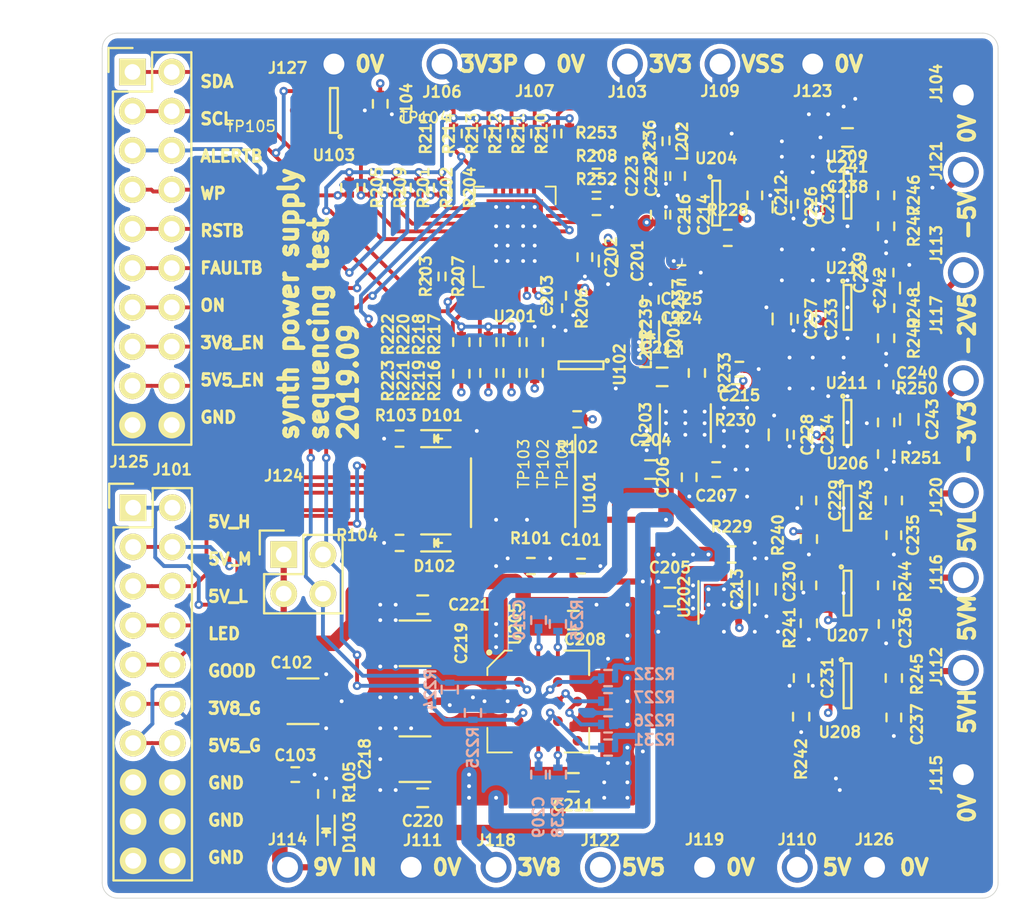
<source format=kicad_pcb>
(kicad_pcb (version 20171130) (host pcbnew "(5.1.4-57-g19064b680)")
  (layers (0 F.Cu signal) (1 In1.Cu signal) (2 In2.Cu signal) (31 B.Cu signal) (34 B.Paste user) (35 F.Paste user) (36 B.SilkS user) (37 F.SilkS user) (38 B.Mask user) (39 F.Mask user) (44 Edge.Cuts user))
  (net 0 "")
  (net 1 +3V8)
  (net 2 GND)
  (net 3 +9V)
  (net 4 +6V)
  (net 5 "Net-(C206-Pad2)")
  (net 6 "Net-(C207-Pad2)")
  (net 7 "Net-(C209-Pad1)")
  (net 8 "Net-(C210-Pad1)")
  (net 9 "Net-(C212-Pad2)")
  (net 10 "Net-(C212-Pad1)")
  (net 11 +5VP)
  (net 12 "Net-(C215-Pad2)")
  (net 13 +3V3)
  (net 14 "Net-(C222-Pad2)")
  (net 15 +3.3VP)
  (net 16 VSS)
  (net 17 "Net-(C235-Pad1)")
  (net 18 "Net-(C236-Pad1)")
  (net 19 "Net-(C237-Pad1)")
  (net 20 -5V)
  (net 21 -2V5)
  (net 22 -3V3)
  (net 23 "Net-(D101-Pad1)")
  (net 24 "Net-(D101-Pad2)")
  (net 25 "Net-(D102-Pad1)")
  (net 26 /PGOOD_LED)
  (net 27 "Net-(D103-Pad1)")
  (net 28 "Net-(D201-Pad1)")
  (net 29 /HIGHBAND_CONN)
  (net 30 /MIDBAND_CONN)
  (net 31 /LOWBAND_CONN)
  (net 32 /LED_CONN)
  (net 33 /PGOOD_3V8)
  (net 34 /PGOOD_5V5)
  (net 35 /PGOOD_ALL)
  (net 36 /3V8_EN)
  (net 37 /5V5_EN)
  (net 38 /HIGHBAND_VX2)
  (net 39 /MIDBAND_VAMP)
  (net 40 /LOWBAND_VAMP)
  (net 41 /ON)
  (net 42 /FAULTB)
  (net 43 /RSTB)
  (net 44 /WP)
  (net 45 /ALERTB)
  (net 46 /PMIC_SCL)
  (net 47 /PMIC_SDA)
  (net 48 "Net-(L201-Pad2)")
  (net 49 "Net-(R101-Pad2)")
  (net 50 /PGOOD_INV)
  (net 51 "Net-(R206-Pad1)")
  (net 52 "Net-(R207-Pad1)")
  (net 53 "Net-(R208-Pad1)")
  (net 54 /amp_bias/M5V_EN)
  (net 55 /amp_bias/M2_5V_EN)
  (net 56 /amp_bias/M3_5V_EN)
  (net 57 /amp_bias/3V3_EN)
  (net 58 /amp_bias/5V_EN)
  (net 59 "Net-(R216-Pad2)")
  (net 60 "Net-(R218-Pad2)")
  (net 61 "Net-(R220-Pad2)")
  (net 62 "Net-(R222-Pad2)")
  (net 63 "Net-(R226-Pad2)")
  (net 64 "Net-(R227-Pad2)")
  (net 65 "Net-(R228-Pad2)")
  (net 66 "Net-(R229-Pad1)")
  (net 67 "Net-(R230-Pad2)")
  (net 68 "Net-(R233-Pad2)")
  (net 69 "Net-(R235-Pad1)")
  (net 70 "Net-(R238-Pad1)")
  (net 71 /LOWBAND_EN)
  (net 72 /MIDBAND_EN)
  (net 73 /HIGHBAND_EN)
  (net 74 "Net-(R243-Pad1)")
  (net 75 "Net-(R244-Pad1)")
  (net 76 "Net-(R245-Pad1)")
  (net 77 "Net-(R246-Pad2)")
  (net 78 "Net-(R248-Pad2)")
  (net 79 "Net-(R250-Pad2)")
  (net 80 "Net-(TP101-Pad1)")
  (net 81 "Net-(TP102-Pad1)")
  (net 82 "Net-(TP103-Pad1)")
  (net 83 "Net-(R252-Pad1)")
  (net 84 "Net-(R253-Pad1)")
  (net 85 "Net-(TP104-Pad1)")
  (net 86 "Net-(TP105-Pad1)")
  (net 87 /PMIC_3V3)
  (module Housings_SSOP:TSSOP-20_4.4x6.5mm_Pitch0.65mm (layer F.Cu) (at 134.25 117.75 270)
    (fp_text reference U101 (at 0 -4.3 90) (layer F.SilkS) (effects (font (size 0.7 0.7))))
    (fp_text value 74HC244)
    (pad 1 smd rect (at -2.95 -2.925 270) (size 1.45 0.45) (layers F.Cu F.Paste F.Mask) (net 50 /PGOOD_INV))
    (pad 2 smd rect (at -2.95 -2.275 270) (size 1.45 0.45) (layers F.Cu F.Paste F.Mask) (net 29 /HIGHBAND_CONN))
    (pad 3 smd rect (at -2.95 -1.625 270) (size 1.45 0.45) (layers F.Cu F.Paste F.Mask) (net 80 "Net-(TP101-Pad1)"))
    (pad 4 smd rect (at -2.95 -0.975 270) (size 1.45 0.45) (layers F.Cu F.Paste F.Mask) (net 30 /MIDBAND_CONN))
    (pad 5 smd rect (at -2.95 -0.325 270) (size 1.45 0.45) (layers F.Cu F.Paste F.Mask) (net 81 "Net-(TP102-Pad1)"))
    (pad 6 smd rect (at -2.95 0.325 270) (size 1.45 0.45) (layers F.Cu F.Paste F.Mask) (net 31 /LOWBAND_CONN))
    (pad 7 smd rect (at -2.95 0.975 270) (size 1.45 0.45) (layers F.Cu F.Paste F.Mask) (net 82 "Net-(TP103-Pad1)"))
    (pad 8 smd rect (at -2.95 1.625 270) (size 1.45 0.45) (layers F.Cu F.Paste F.Mask) (net 35 /PGOOD_ALL))
    (pad 9 smd rect (at -2.95 2.275 270) (size 1.45 0.45) (layers F.Cu F.Paste F.Mask) (net 24 "Net-(D101-Pad2)"))
    (pad 10 smd rect (at -2.95 2.925 270) (size 1.45 0.45) (layers F.Cu F.Paste F.Mask) (net 2 GND))
    (pad 11 smd rect (at 2.95 2.925 270) (size 1.45 0.45) (layers F.Cu F.Paste F.Mask) (net 32 /LED_CONN))
    (pad 12 smd rect (at 2.95 2.275 270) (size 1.45 0.45) (layers F.Cu F.Paste F.Mask) (net 26 /PGOOD_LED))
    (pad 13 smd rect (at 2.95 1.625 270) (size 1.45 0.45) (layers F.Cu F.Paste F.Mask) (net 2 GND))
    (pad 14 smd rect (at 2.95 0.975 270) (size 1.45 0.45) (layers F.Cu F.Paste F.Mask) (net 71 /LOWBAND_EN))
    (pad 15 smd rect (at 2.95 0.325 270) (size 1.45 0.45) (layers F.Cu F.Paste F.Mask) (net 1 +3V8))
    (pad 16 smd rect (at 2.95 -0.325 270) (size 1.45 0.45) (layers F.Cu F.Paste F.Mask) (net 72 /MIDBAND_EN))
    (pad 17 smd rect (at 2.95 -0.975 270) (size 1.45 0.45) (layers F.Cu F.Paste F.Mask) (net 49 "Net-(R101-Pad2)"))
    (pad 18 smd rect (at 2.95 -1.625 270) (size 1.45 0.45) (layers F.Cu F.Paste F.Mask) (net 73 /HIGHBAND_EN))
    (pad 19 smd rect (at 2.95 -2.275 270) (size 1.45 0.45) (layers F.Cu F.Paste F.Mask) (net 50 /PGOOD_INV))
    (pad 20 smd rect (at 2.95 -2.925 270) (size 1.45 0.45) (layers F.Cu F.Paste F.Mask) (net 1 +3V8))
  )
  (module vna_mm:QFN-28_EP_6x5_Pitch0.5mm (layer F.Cu) (at 133.70625 101.08125 180)
    (fp_text reference U201 (at 0 -5.25) (layer F.SilkS) (effects (font (size 0.7 0.7))))
    (fp_text value LTC2937)
    (pad 23 smd rect (at 1.25 -2.875 180) (size 0.25 0.7) (layers F.Cu F.Paste F.Mask) (net 62 "Net-(R222-Pad2)"))
    (pad 24 smd rect (at 0.75 -2.875 180) (size 0.25 0.7) (layers F.Cu F.Paste F.Mask) (net 61 "Net-(R220-Pad2)"))
    (pad 25 smd rect (at 0.25 -2.875 180) (size 0.25 0.7) (layers F.Cu F.Paste F.Mask) (net 60 "Net-(R218-Pad2)"))
    (pad 26 smd rect (at -0.25 -2.875 180) (size 0.25 0.7) (layers F.Cu F.Paste F.Mask) (net 59 "Net-(R216-Pad2)"))
    (pad 27 smd rect (at -0.75 -2.875 180) (size 0.25 0.7) (layers F.Cu F.Paste F.Mask) (net 11 +5VP))
    (pad 28 smd rect (at -1.25 -2.875 180) (size 0.25 0.7) (layers F.Cu F.Paste F.Mask) (net 15 +3.3VP))
    (pad 1 smd rect (at -2.375 -1.75 270) (size 0.25 0.7) (layers F.Cu F.Paste F.Mask) (net 51 "Net-(R206-Pad1)"))
    (pad 2 smd rect (at -2.375 -1.25 90) (size 0.25 0.7) (layers F.Cu F.Paste F.Mask) (net 4 +6V))
    (pad 3 smd rect (at -2.375 -0.75 90) (size 0.25 0.7) (layers F.Cu F.Paste F.Mask) (net 87 /PMIC_3V3))
    (pad 4 smd rect (at -2.375 -0.25 90) (size 0.25 0.7) (layers F.Cu F.Paste F.Mask) (net 2 GND))
    (pad 5 smd rect (at -2.375 0.25 90) (size 0.25 0.7) (layers F.Cu F.Paste F.Mask) (net 41 /ON))
    (pad 6 smd rect (at -2.375 0.75 90) (size 0.25 0.7) (layers F.Cu F.Paste F.Mask) (net 83 "Net-(R252-Pad1)"))
    (pad 7 smd rect (at -2.375 1.25 90) (size 0.25 0.7) (layers F.Cu F.Paste F.Mask) (net 53 "Net-(R208-Pad1)"))
    (pad 8 smd rect (at -2.375 1.75 90) (size 0.25 0.7) (layers F.Cu F.Paste F.Mask) (net 84 "Net-(R253-Pad1)"))
    (pad 9 smd rect (at -1.25 2.875 180) (size 0.25 0.7) (layers F.Cu F.Paste F.Mask) (net 54 /amp_bias/M5V_EN))
    (pad 10 smd rect (at -0.75 2.875 180) (size 0.25 0.7) (layers F.Cu F.Paste F.Mask) (net 55 /amp_bias/M2_5V_EN))
    (pad 11 smd rect (at -0.25 2.875 180) (size 0.25 0.7) (layers F.Cu F.Paste F.Mask) (net 56 /amp_bias/M3_5V_EN))
    (pad 12 smd rect (at 0.25 2.875 180) (size 0.25 0.7) (layers F.Cu F.Paste F.Mask) (net 57 /amp_bias/3V3_EN))
    (pad 13 smd rect (at 0.75 2.875 180) (size 0.25 0.7) (layers F.Cu F.Paste F.Mask) (net 58 /amp_bias/5V_EN))
    (pad 14 smd rect (at 1.25 2.875 180) (size 0.25 0.7) (layers F.Cu F.Paste F.Mask) (net 35 /PGOOD_ALL))
    (pad 15 smd rect (at 2.375 1.75 270) (size 0.25 0.7) (layers F.Cu F.Paste F.Mask) (net 45 /ALERTB))
    (pad 16 smd rect (at 2.375 1.25 90) (size 0.25 0.7) (layers F.Cu F.Paste F.Mask) (net 42 /FAULTB))
    (pad 17 smd rect (at 2.375 0.75 90) (size 0.25 0.7) (layers F.Cu F.Paste F.Mask) (net 43 /RSTB))
    (pad 18 smd rect (at 2.375 0.25 90) (size 0.25 0.7) (layers F.Cu F.Paste F.Mask) (net 47 /PMIC_SDA))
    (pad 19 smd rect (at 2.375 -0.25 90) (size 0.25 0.7) (layers F.Cu F.Paste F.Mask) (net 46 /PMIC_SCL))
    (pad 20 smd rect (at 2.375 -0.75 90) (size 0.25 0.7) (layers F.Cu F.Paste F.Mask))
    (pad 21 smd rect (at 2.375 -1.25 90) (size 0.25 0.7) (layers F.Cu F.Paste F.Mask) (net 52 "Net-(R207-Pad1)"))
    (pad 22 smd rect (at 2.375 -1.75 90) (size 0.25 0.7) (layers F.Cu F.Paste F.Mask) (net 44 /WP))
    (pad 29 smd rect (at 1.36875 -1.74375 90) (size 1.1625 0.9125) (layers F.Cu F.Paste F.Mask) (net 2 GND))
    (pad 29 smd rect (at 0.45625 -1.74375 90) (size 1.1625 0.9125) (layers F.Cu F.Paste F.Mask) (net 2 GND))
    (pad 29 smd rect (at -0.45625 -1.74375 90) (size 1.1625 0.9125) (layers F.Cu F.Paste F.Mask) (net 2 GND))
    (pad 29 smd rect (at -1.36875 -1.74375 90) (size 1.1625 0.9125) (layers F.Cu F.Paste F.Mask) (net 2 GND))
    (pad 29 smd rect (at 1.36875 -0.58125 90) (size 1.1625 0.9125) (layers F.Cu F.Paste F.Mask) (net 2 GND))
    (pad 29 smd rect (at 0.45625 -0.58125 90) (size 1.1625 0.9125) (layers F.Cu F.Paste F.Mask) (net 2 GND))
    (pad 29 smd rect (at -0.45625 -0.58125 90) (size 1.1625 0.9125) (layers F.Cu F.Paste F.Mask) (net 2 GND))
    (pad 29 smd rect (at -1.36875 -0.58125 90) (size 1.1625 0.9125) (layers F.Cu F.Paste F.Mask) (net 2 GND))
    (pad 29 smd rect (at 1.36875 0.58125 90) (size 1.1625 0.9125) (layers F.Cu F.Paste F.Mask) (net 2 GND))
    (pad 29 smd rect (at 0.45625 0.58125 90) (size 1.1625 0.9125) (layers F.Cu F.Paste F.Mask) (net 2 GND))
    (pad 29 smd rect (at -0.45625 0.58125 90) (size 1.1625 0.9125) (layers F.Cu F.Paste F.Mask) (net 2 GND))
    (pad 29 smd rect (at -1.36875 0.58125 90) (size 1.1625 0.9125) (layers F.Cu F.Paste F.Mask) (net 2 GND))
    (pad 29 smd rect (at 1.36875 1.74375 90) (size 1.1625 0.9125) (layers F.Cu F.Paste F.Mask) (net 2 GND))
    (pad 29 smd rect (at 0.45625 1.74375 90) (size 1.1625 0.9125) (layers F.Cu F.Paste F.Mask) (net 2 GND))
    (pad 29 smd rect (at -0.45625 1.74375 90) (size 1.1625 0.9125) (layers F.Cu F.Paste F.Mask) (net 2 GND))
    (pad 29 smd rect (at -1.36875 1.74375 90) (size 1.1625 0.9125) (layers F.Cu F.Paste F.Mask) (net 2 GND))
  )
  (module Capacitors_SMD:C_0402 (layer F.Cu) (at 138 122.5)
    (fp_text reference C101 (at 0 -1.7) (layer F.SilkS) (effects (font (size 0.7 0.7))))
    (fp_text value "100 nF")
    (pad 1 smd rect (at -0.55 0) (size 0.6 0.5) (layers F.Cu F.Paste F.Mask) (net 1 +3V8))
    (pad 2 smd rect (at 0.55 0) (size 0.6 0.5) (layers F.Cu F.Paste F.Mask) (net 2 GND))
  )
  (module Capacitors_SMD:C_1210 (layer F.Cu) (at 120 131.25)
    (fp_text reference C102 (at -0.75 -2.5) (layer F.SilkS) (effects (font (size 0.7 0.7))))
    (fp_text value "47 uF")
    (pad 2 smd rect (at 1.5 0) (size 1 2.5) (layers F.Cu F.Paste F.Mask) (net 2 GND))
    (pad 1 smd rect (at -1.5 0) (size 1 2.5) (layers F.Cu F.Paste F.Mask) (net 3 +9V))
  )
  (module Capacitors_SMD:C_0402 (layer F.Cu) (at 119.5 136)
    (fp_text reference C103 (at 0 -1.25) (layer F.SilkS) (effects (font (size 0.7 0.7))))
    (fp_text value "1 uF")
    (pad 1 smd rect (at -0.55 0) (size 0.6 0.5) (layers F.Cu F.Paste F.Mask) (net 3 +9V))
    (pad 2 smd rect (at 0.55 0) (size 0.6 0.5) (layers F.Cu F.Paste F.Mask) (net 2 GND))
  )
  (module Capacitors_SMD:C_0603 (layer F.Cu) (at 139.75 102.75 270)
    (fp_text reference C201 (at 0 -1.9 90) (layer F.SilkS) (effects (font (size 0.7 0.7))))
    (fp_text value "2.2 uF")
    (pad 2 smd rect (at 0.75 0 270) (size 0.8 0.75) (layers F.Cu F.Paste F.Mask) (net 2 GND))
    (pad 1 smd rect (at -0.75 0 270) (size 0.8 0.75) (layers F.Cu F.Paste F.Mask) (net 87 /PMIC_3V3))
  )
  (module Capacitors_SMD:C_0402 (layer F.Cu) (at 138.25 102.5 270)
    (fp_text reference C202 (at 0 -1.7 90) (layer F.SilkS) (effects (font (size 0.7 0.7))))
    (fp_text value "100 nF")
    (pad 1 smd rect (at -0.55 0 270) (size 0.6 0.5) (layers F.Cu F.Paste F.Mask) (net 87 /PMIC_3V3))
    (pad 2 smd rect (at 0.55 0 270) (size 0.6 0.5) (layers F.Cu F.Paste F.Mask) (net 2 GND))
  )
  (module Capacitors_SMD:C_0402 (layer F.Cu) (at 137.5 105 90)
    (fp_text reference C203 (at 0 -1.7 90) (layer F.SilkS) (effects (font (size 0.7 0.7))))
    (fp_text value "100 nF")
    (pad 2 smd rect (at 0.55 0 90) (size 0.6 0.5) (layers F.Cu F.Paste F.Mask) (net 4 +6V))
    (pad 1 smd rect (at -0.55 0 90) (size 0.6 0.5) (layers F.Cu F.Paste F.Mask) (net 2 GND))
  )
  (module Capacitors_SMD:C_0603 (layer F.Cu) (at 142.5 116.25)
    (fp_text reference C204 (at 0 -1.9) (layer F.SilkS) (effects (font (size 0.7 0.7))))
    (fp_text value "10 uF")
    (pad 2 smd rect (at 0.75 0) (size 0.8 0.75) (layers F.Cu F.Paste F.Mask) (net 1 +3V8))
    (pad 1 smd rect (at -0.75 0) (size 0.8 0.75) (layers F.Cu F.Paste F.Mask) (net 2 GND))
  )
  (module Capacitors_SMD:C_0603 (layer F.Cu) (at 143.75 124.5)
    (fp_text reference C205 (at 0 -1.9) (layer F.SilkS) (effects (font (size 0.7 0.7))))
    (fp_text value "2.2 uF")
    (pad 2 smd rect (at 0.75 0) (size 0.8 0.75) (layers F.Cu F.Paste F.Mask) (net 4 +6V))
    (pad 1 smd rect (at -0.75 0) (size 0.8 0.75) (layers F.Cu F.Paste F.Mask) (net 2 GND))
  )
  (module Capacitors_SMD:C_0402 (layer F.Cu) (at 145 116.75 90)
    (fp_text reference C206 (at 0 -1.7 90) (layer F.SilkS) (effects (font (size 0.7 0.7))))
    (fp_text value "1 uF")
    (pad 2 smd rect (at 0.55 0 90) (size 0.6 0.5) (layers F.Cu F.Paste F.Mask) (net 5 "Net-(C206-Pad2)"))
    (pad 1 smd rect (at -0.55 0 90) (size 0.6 0.5) (layers F.Cu F.Paste F.Mask) (net 2 GND))
  )
  (module Capacitors_SMD:C_0402 (layer F.Cu) (at 146.75 116.25 180)
    (fp_text reference C207 (at 0 -1.7) (layer F.SilkS) (effects (font (size 0.7 0.7))))
    (fp_text value "1 uF")
    (pad 1 smd rect (at -0.55 0 180) (size 0.6 0.5) (layers F.Cu F.Paste F.Mask) (net 2 GND))
    (pad 2 smd rect (at 0.55 0 180) (size 0.6 0.5) (layers F.Cu F.Paste F.Mask) (net 6 "Net-(C207-Pad2)"))
  )
  (module Capacitors_SMD:C_0603 (layer F.Cu) (at 137.5 126)
    (fp_text reference C208 (at 0.75 1.25) (layer F.SilkS) (effects (font (size 0.7 0.7))))
    (fp_text value "10 uF")
    (pad 2 smd rect (at 0.75 0) (size 0.8 0.75) (layers F.Cu F.Paste F.Mask) (net 2 GND))
    (pad 1 smd rect (at -0.75 0) (size 0.8 0.75) (layers F.Cu F.Paste F.Mask) (net 3 +9V))
  )
  (module Capacitors_SMD:C_0402 (layer B.Cu) (at 135.25 136 270)
    (fp_text reference C209 (at 2.75 0 90) (layer B.SilkS) (effects (font (size 0.7 0.7)) (justify mirror)))
    (fp_text value "100 nF")
    (pad 2 smd rect (at 0.55 0 270) (size 0.6 0.5) (layers B.Cu B.Paste B.Mask) (net 2 GND))
    (pad 1 smd rect (at -0.55 0 270) (size 0.6 0.5) (layers B.Cu B.Paste B.Mask) (net 7 "Net-(C209-Pad1)"))
  )
  (module Capacitors_SMD:C_0402 (layer B.Cu) (at 135.25 126 90)
    (fp_text reference C210 (at 0 -1.25 270) (layer B.SilkS) (effects (font (size 0.7 0.7)) (justify mirror)))
    (fp_text value "100 nF")
    (pad 1 smd rect (at -0.55 0 90) (size 0.6 0.5) (layers B.Cu B.Paste B.Mask) (net 8 "Net-(C210-Pad1)"))
    (pad 2 smd rect (at 0.55 0 90) (size 0.6 0.5) (layers B.Cu B.Paste B.Mask) (net 2 GND))
  )
  (module Capacitors_SMD:C_0603 (layer F.Cu) (at 137.5 136.5)
    (fp_text reference C211 (at 0 1.5) (layer F.SilkS) (effects (font (size 0.7 0.7))))
    (fp_text value "10 uF")
    (pad 1 smd rect (at -0.75 0) (size 0.8 0.75) (layers F.Cu F.Paste F.Mask) (net 3 +9V))
    (pad 2 smd rect (at 0.75 0) (size 0.8 0.75) (layers F.Cu F.Paste F.Mask) (net 2 GND))
  )
  (module Capacitors_SMD:C_0402 (layer F.Cu) (at 149.25 98.5 270)
    (fp_text reference C212 (at 0 -1.7 90) (layer F.SilkS) (effects (font (size 0.7 0.7))))
    (fp_text value "1 uF")
    (pad 1 smd rect (at -0.55 0 270) (size 0.6 0.5) (layers F.Cu F.Paste F.Mask) (net 10 "Net-(C212-Pad1)"))
    (pad 2 smd rect (at 0.55 0 270) (size 0.6 0.5) (layers F.Cu F.Paste F.Mask) (net 9 "Net-(C212-Pad2)"))
  )
  (module Capacitors_SMD:C_0603 (layer F.Cu) (at 150 124 90)
    (fp_text reference C213 (at 0 -1.9 90) (layer F.SilkS) (effects (font (size 0.7 0.7))))
    (fp_text value "2.2 uF")
    (pad 1 smd rect (at -0.75 0 90) (size 0.8 0.75) (layers F.Cu F.Paste F.Mask) (net 2 GND))
    (pad 2 smd rect (at 0.75 0 90) (size 0.8 0.75) (layers F.Cu F.Paste F.Mask) (net 11 +5VP))
  )
  (module Capacitors_SMD:C_0402 (layer F.Cu) (at 144.25 99.75 270)
    (fp_text reference C214 (at 0 -1.7 90) (layer F.SilkS) (effects (font (size 0.7 0.7))))
    (fp_text value "100 nF")
    (pad 2 smd rect (at 0.55 0 270) (size 0.6 0.5) (layers F.Cu F.Paste F.Mask) (net 4 +6V))
    (pad 1 smd rect (at -0.55 0 270) (size 0.6 0.5) (layers F.Cu F.Paste F.Mask) (net 2 GND))
  )
  (module Capacitors_SMD:C_0402 (layer F.Cu) (at 148.25 109.75 180)
    (fp_text reference C215 (at 0 -1.7) (layer F.SilkS) (effects (font (size 0.7 0.7))))
    (fp_text value "1 uF")
    (pad 2 smd rect (at 0.55 0 180) (size 0.6 0.5) (layers F.Cu F.Paste F.Mask) (net 12 "Net-(C215-Pad2)"))
    (pad 1 smd rect (at -0.55 0 180) (size 0.6 0.5) (layers F.Cu F.Paste F.Mask) (net 2 GND))
  )
  (module Capacitors_SMD:C_0402 (layer F.Cu) (at 143 99.75 270)
    (fp_text reference C216 (at 0 -1.7 90) (layer F.SilkS) (effects (font (size 0.7 0.7))))
    (fp_text value "1 uF")
    (pad 1 smd rect (at -0.55 0 270) (size 0.6 0.5) (layers F.Cu F.Paste F.Mask) (net 2 GND))
    (pad 2 smd rect (at 0.55 0 270) (size 0.6 0.5) (layers F.Cu F.Paste F.Mask) (net 4 +6V))
  )
  (module Capacitors_SMD:C_0603 (layer F.Cu) (at 143.25 110.25)
    (fp_text reference C217 (at 0 -1.9) (layer F.SilkS) (effects (font (size 0.7 0.7))))
    (fp_text value "10 uF")
    (pad 2 smd rect (at 0.75 0) (size 0.8 0.75) (layers F.Cu F.Paste F.Mask) (net 13 +3V3))
    (pad 1 smd rect (at -0.75 0) (size 0.8 0.75) (layers F.Cu F.Paste F.Mask) (net 2 GND))
  )
  (module Capacitors_SMD:C_1210 (layer F.Cu) (at 127.25 135 180)
    (fp_text reference C218 (at 3.25 0 90) (layer F.SilkS) (effects (font (size 0.7 0.7))))
    (fp_text value "47 uF")
    (pad 1 smd rect (at -1.5 0 180) (size 1 2.5) (layers F.Cu F.Paste F.Mask) (net 1 +3V8))
    (pad 2 smd rect (at 1.5 0 180) (size 1 2.5) (layers F.Cu F.Paste F.Mask) (net 2 GND))
  )
  (module Capacitors_SMD:C_1210 (layer F.Cu) (at 127.25 127.5 180)
    (fp_text reference C219 (at -3 0 90) (layer F.SilkS) (effects (font (size 0.7 0.7))))
    (fp_text value "47 uF")
    (pad 1 smd rect (at -1.5 0 180) (size 1 2.5) (layers F.Cu F.Paste F.Mask) (net 4 +6V))
    (pad 2 smd rect (at 1.5 0 180) (size 1 2.5) (layers F.Cu F.Paste F.Mask) (net 2 GND))
  )
  (module Capacitors_SMD:C_0603 (layer F.Cu) (at 127.75 137.5 180)
    (fp_text reference C220 (at 0 -1.5) (layer F.SilkS) (effects (font (size 0.7 0.7))))
    (fp_text value "2.2 uF")
    (pad 2 smd rect (at 0.75 0 180) (size 0.8 0.75) (layers F.Cu F.Paste F.Mask) (net 2 GND))
    (pad 1 smd rect (at -0.75 0 180) (size 0.8 0.75) (layers F.Cu F.Paste F.Mask) (net 1 +3V8))
  )
  (module Capacitors_SMD:C_0603 (layer F.Cu) (at 127.75 125 180)
    (fp_text reference C221 (at -3 0) (layer F.SilkS) (effects (font (size 0.7 0.7))))
    (fp_text value "2.2 uF")
    (pad 1 smd rect (at -0.75 0 180) (size 0.8 0.75) (layers F.Cu F.Paste F.Mask) (net 4 +6V))
    (pad 2 smd rect (at 0.75 0 180) (size 0.8 0.75) (layers F.Cu F.Paste F.Mask) (net 2 GND))
  )
  (module Capacitors_SMD:C_0402 (layer F.Cu) (at 144.25 97.25 90)
    (fp_text reference C222 (at 0 -1.7 90) (layer F.SilkS) (effects (font (size 0.7 0.7))))
    (fp_text value "100 nF")
    (pad 1 smd rect (at -0.55 0 90) (size 0.6 0.5) (layers F.Cu F.Paste F.Mask) (net 2 GND))
    (pad 2 smd rect (at 0.55 0 90) (size 0.6 0.5) (layers F.Cu F.Paste F.Mask) (net 14 "Net-(C222-Pad2)"))
  )
  (module Capacitors_SMD:C_0402 (layer F.Cu) (at 143 97.25 90)
    (fp_text reference C223 (at 0 -1.7 90) (layer F.SilkS) (effects (font (size 0.7 0.7))))
    (fp_text value "1 uF")
    (pad 2 smd rect (at 0.55 0 90) (size 0.6 0.5) (layers F.Cu F.Paste F.Mask) (net 14 "Net-(C222-Pad2)"))
    (pad 1 smd rect (at -0.55 0 90) (size 0.6 0.5) (layers F.Cu F.Paste F.Mask) (net 2 GND))
  )
  (module Capacitors_SMD:C_0402 (layer F.Cu) (at 144.5 104.75 180)
    (fp_text reference C224 (at 0 -1.7) (layer F.SilkS) (effects (font (size 0.7 0.7))))
    (fp_text value "1 uF")
    (pad 2 smd rect (at 0.55 0 180) (size 0.6 0.5) (layers F.Cu F.Paste F.Mask) (net 15 +3.3VP))
    (pad 1 smd rect (at -0.55 0 180) (size 0.6 0.5) (layers F.Cu F.Paste F.Mask) (net 2 GND))
  )
  (module Capacitors_SMD:C_0402 (layer F.Cu) (at 144.5 103.5 180)
    (fp_text reference C225 (at 0 -1.7) (layer F.SilkS) (effects (font (size 0.7 0.7))))
    (fp_text value "100 nF")
    (pad 2 smd rect (at 0.55 0 180) (size 0.6 0.5) (layers F.Cu F.Paste F.Mask) (net 15 +3.3VP))
    (pad 1 smd rect (at -0.55 0 180) (size 0.6 0.5) (layers F.Cu F.Paste F.Mask) (net 2 GND))
  )
  (module Capacitors_SMD:C_0603 (layer F.Cu) (at 151 99.25 270)
    (fp_text reference C226 (at 0 -1.9 90) (layer F.SilkS) (effects (font (size 0.7 0.7))))
    (fp_text value "2.2 uF")
    (pad 1 smd rect (at -0.75 0 270) (size 0.8 0.75) (layers F.Cu F.Paste F.Mask) (net 16 VSS))
    (pad 2 smd rect (at 0.75 0 270) (size 0.8 0.75) (layers F.Cu F.Paste F.Mask) (net 2 GND))
  )
  (module Capacitors_SMD:C_0603 (layer F.Cu) (at 151 106.5 270)
    (fp_text reference C227 (at 0 -1.9 90) (layer F.SilkS) (effects (font (size 0.7 0.7))))
    (fp_text value "2.2 uF")
    (pad 2 smd rect (at 0.75 0 270) (size 0.8 0.75) (layers F.Cu F.Paste F.Mask) (net 2 GND))
    (pad 1 smd rect (at -0.75 0 270) (size 0.8 0.75) (layers F.Cu F.Paste F.Mask) (net 16 VSS))
  )
  (module Capacitors_SMD:C_0603 (layer F.Cu) (at 150.75 114 270)
    (fp_text reference C228 (at 0 -1.9 90) (layer F.SilkS) (effects (font (size 0.7 0.7))))
    (fp_text value "2.2 uF")
    (pad 1 smd rect (at -0.75 0 270) (size 0.8 0.75) (layers F.Cu F.Paste F.Mask) (net 16 VSS))
    (pad 2 smd rect (at 0.75 0 270) (size 0.8 0.75) (layers F.Cu F.Paste F.Mask) (net 2 GND))
  )
  (module Capacitors_SMD:C_0402 (layer F.Cu) (at 152.75 118.25 270)
    (fp_text reference C229 (at 0 -1.7 90) (layer F.SilkS) (effects (font (size 0.7 0.7))))
    (fp_text value C_Small)
    (pad 2 smd rect (at 0.55 0 270) (size 0.6 0.5) (layers F.Cu F.Paste F.Mask) (net 2 GND))
    (pad 1 smd rect (at -0.55 0 270) (size 0.6 0.5) (layers F.Cu F.Paste F.Mask) (net 11 +5VP))
  )
  (module Capacitors_SMD:C_0402 (layer F.Cu) (at 152.75 123.75 270)
    (fp_text reference C230 (at -0.25 1.25 90) (layer F.SilkS) (effects (font (size 0.7 0.7))))
    (fp_text value C_Small)
    (pad 2 smd rect (at 0.55 0 270) (size 0.6 0.5) (layers F.Cu F.Paste F.Mask) (net 2 GND))
    (pad 1 smd rect (at -0.55 0 270) (size 0.6 0.5) (layers F.Cu F.Paste F.Mask) (net 11 +5VP))
  )
  (module Capacitors_SMD:C_0402 (layer F.Cu) (at 152.25 129.75 270)
    (fp_text reference C231 (at 0 -1.7 90) (layer F.SilkS) (effects (font (size 0.7 0.7))))
    (fp_text value C_Small)
    (pad 1 smd rect (at -0.55 0 270) (size 0.6 0.5) (layers F.Cu F.Paste F.Mask) (net 11 +5VP))
    (pad 2 smd rect (at 0.55 0 270) (size 0.6 0.5) (layers F.Cu F.Paste F.Mask) (net 2 GND))
  )
  (module Capacitors_SMD:C_0402 (layer F.Cu) (at 152.5 99.05 270)
    (fp_text reference C232 (at 0 -1.5 90) (layer F.SilkS) (effects (font (size 0.7 0.7))))
    (fp_text value "100 nF")
    (pad 1 smd rect (at -0.55 0 270) (size 0.6 0.5) (layers F.Cu F.Paste F.Mask) (net 16 VSS))
    (pad 2 smd rect (at 0.55 0 270) (size 0.6 0.5) (layers F.Cu F.Paste F.Mask) (net 2 GND))
  )
  (module Capacitors_SMD:C_0402 (layer F.Cu) (at 152.5 106.5 270)
    (fp_text reference C233 (at 0 -1.7 90) (layer F.SilkS) (effects (font (size 0.7 0.7))))
    (fp_text value "100 nF")
    (pad 1 smd rect (at -0.55 0 270) (size 0.6 0.5) (layers F.Cu F.Paste F.Mask) (net 16 VSS))
    (pad 2 smd rect (at 0.55 0 270) (size 0.6 0.5) (layers F.Cu F.Paste F.Mask) (net 2 GND))
  )
  (module Capacitors_SMD:C_0402 (layer F.Cu) (at 152.25 114 270)
    (fp_text reference C234 (at 0 -1.7 90) (layer F.SilkS) (effects (font (size 0.7 0.7))))
    (fp_text value "100 nF")
    (pad 1 smd rect (at -0.55 0 270) (size 0.6 0.5) (layers F.Cu F.Paste F.Mask) (net 16 VSS))
    (pad 2 smd rect (at 0.55 0 270) (size 0.6 0.5) (layers F.Cu F.Paste F.Mask) (net 2 GND))
  )
  (module Capacitors_SMD:C_0402 (layer F.Cu) (at 158.25 120.5 270)
    (fp_text reference C235 (at 0 -1.25 90) (layer F.SilkS) (effects (font (size 0.7 0.7))))
    (fp_text value C_Small)
    (pad 1 smd rect (at -0.55 0 270) (size 0.6 0.5) (layers F.Cu F.Paste F.Mask) (net 17 "Net-(C235-Pad1)"))
    (pad 2 smd rect (at 0.55 0 270) (size 0.6 0.5) (layers F.Cu F.Paste F.Mask) (net 2 GND))
  )
  (module Capacitors_SMD:C_0402 (layer F.Cu) (at 157.75 126.25 270)
    (fp_text reference C236 (at 0.25 -1.25 90) (layer F.SilkS) (effects (font (size 0.7 0.7))))
    (fp_text value C_Small)
    (pad 1 smd rect (at -0.55 0 270) (size 0.6 0.5) (layers F.Cu F.Paste F.Mask) (net 18 "Net-(C236-Pad1)"))
    (pad 2 smd rect (at 0.55 0 270) (size 0.6 0.5) (layers F.Cu F.Paste F.Mask) (net 2 GND))
  )
  (module Capacitors_SMD:C_0402 (layer F.Cu) (at 158.25 132.3 270)
    (fp_text reference C237 (at 0.45 -1.5 90) (layer F.SilkS) (effects (font (size 0.7 0.7))))
    (fp_text value C_Small)
    (pad 1 smd rect (at -0.55 0 270) (size 0.6 0.5) (layers F.Cu F.Paste F.Mask) (net 19 "Net-(C237-Pad1)"))
    (pad 2 smd rect (at 0.55 0 270) (size 0.6 0.5) (layers F.Cu F.Paste F.Mask) (net 2 GND))
  )
  (module Capacitors_SMD:C_0402 (layer F.Cu) (at 155.25 96.25 180)
    (fp_text reference C238 (at 0 -1.7) (layer F.SilkS) (effects (font (size 0.7 0.7))))
    (fp_text value "10 nF")
    (pad 2 smd rect (at 0.55 0 180) (size 0.6 0.5) (layers F.Cu F.Paste F.Mask) (net 2 GND))
    (pad 1 smd rect (at -0.55 0 180) (size 0.6 0.5) (layers F.Cu F.Paste F.Mask) (net 20 -5V))
  )
  (module Capacitors_SMD:C_0402 (layer F.Cu) (at 157.75 103.5 90)
    (fp_text reference C239 (at 0 -1.7 90) (layer F.SilkS) (effects (font (size 0.7 0.7))))
    (fp_text value "10 nF")
    (pad 2 smd rect (at 0.55 0 90) (size 0.6 0.5) (layers F.Cu F.Paste F.Mask) (net 2 GND))
    (pad 1 smd rect (at -0.55 0 90) (size 0.6 0.5) (layers F.Cu F.Paste F.Mask) (net 21 -2V5))
  )
  (module Capacitors_SMD:C_0402 (layer F.Cu) (at 157.75 110.75 90)
    (fp_text reference C240 (at 0.75 2 180) (layer F.SilkS) (effects (font (size 0.7 0.7))))
    (fp_text value "10 nF")
    (pad 2 smd rect (at 0.55 0 90) (size 0.6 0.5) (layers F.Cu F.Paste F.Mask) (net 2 GND))
    (pad 1 smd rect (at -0.55 0 90) (size 0.6 0.5) (layers F.Cu F.Paste F.Mask) (net 22 -3V3))
  )
  (module Capacitors_SMD:C_0603 (layer F.Cu) (at 155.25 94.75 180)
    (fp_text reference C241 (at 0 -1.9) (layer F.SilkS) (effects (font (size 0.7 0.7))))
    (fp_text value "2.2 uF")
    (pad 1 smd rect (at -0.75 0 180) (size 0.8 0.75) (layers F.Cu F.Paste F.Mask) (net 20 -5V))
    (pad 2 smd rect (at 0.75 0 180) (size 0.8 0.75) (layers F.Cu F.Paste F.Mask) (net 2 GND))
  )
  (module Capacitors_SMD:C_0603 (layer F.Cu) (at 159.25 104.5 90)
    (fp_text reference C242 (at 0 -1.9 90) (layer F.SilkS) (effects (font (size 0.7 0.7))))
    (fp_text value "2.2 uF")
    (pad 1 smd rect (at -0.75 0 90) (size 0.8 0.75) (layers F.Cu F.Paste F.Mask) (net 21 -2V5))
    (pad 2 smd rect (at 0.75 0 90) (size 0.8 0.75) (layers F.Cu F.Paste F.Mask) (net 2 GND))
  )
  (module Capacitors_SMD:C_0603 (layer F.Cu) (at 159.25 113 270)
    (fp_text reference C243 (at 0 -1.5 90) (layer F.SilkS) (effects (font (size 0.7 0.7))))
    (fp_text value "2.2 uF")
    (pad 2 smd rect (at 0.75 0 270) (size 0.8 0.75) (layers F.Cu F.Paste F.Mask) (net 2 GND))
    (pad 1 smd rect (at -0.75 0 270) (size 0.8 0.75) (layers F.Cu F.Paste F.Mask) (net 22 -3V3))
  )
  (module LEDs:LED_0603 (layer F.Cu) (at 128.75 114.25)
    (fp_text reference D101 (at 0.25 -1.5) (layer F.SilkS) (effects (font (size 0.7 0.7))))
    (fp_text value LED_Small)
    (pad 1 smd rect (at -0.7493 0 180) (size 0.79756 0.79756) (layers F.Cu F.Paste F.Mask) (net 23 "Net-(D101-Pad1)"))
    (pad 2 smd rect (at 0.7493 0 180) (size 0.79756 0.79756) (layers F.Cu F.Paste F.Mask) (net 24 "Net-(D101-Pad2)"))
  )
  (module LEDs:LED_0603 (layer F.Cu) (at 128.75 121)
    (fp_text reference D102 (at -0.25 1.5) (layer F.SilkS) (effects (font (size 0.7 0.7))))
    (fp_text value LED_Small)
    (pad 1 smd rect (at -0.7493 0 180) (size 0.79756 0.79756) (layers F.Cu F.Paste F.Mask) (net 25 "Net-(D102-Pad1)"))
    (pad 2 smd rect (at 0.7493 0 180) (size 0.79756 0.79756) (layers F.Cu F.Paste F.Mask) (net 26 /PGOOD_LED))
  )
  (module LEDs:LED_0603 (layer F.Cu) (at 121.5 139.75 270)
    (fp_text reference D103 (at 0 -1.5 90) (layer F.SilkS) (effects (font (size 0.7 0.7))))
    (fp_text value LED_Small)
    (pad 2 smd rect (at 0.7493 0 90) (size 0.79756 0.79756) (layers F.Cu F.Paste F.Mask) (net 3 +9V))
    (pad 1 smd rect (at -0.7493 0 90) (size 0.79756 0.79756) (layers F.Cu F.Paste F.Mask) (net 27 "Net-(D103-Pad1)"))
  )
  (module LEDs:LED_0603 (layer F.Cu) (at 142.5 107.7507 270)
    (fp_text reference D201 (at 0 -1.5 90) (layer F.SilkS) (effects (font (size 0.7 0.7))))
    (fp_text value LED_Small)
    (pad 1 smd rect (at -0.7493 0 90) (size 0.79756 0.79756) (layers F.Cu F.Paste F.Mask) (net 28 "Net-(D201-Pad1)"))
    (pad 2 smd rect (at 0.7493 0 90) (size 0.79756 0.79756) (layers F.Cu F.Paste F.Mask) (net 13 +3V3))
  )
  (module Pin_Headers:Pin_Header_Straight_2x10 (layer F.Cu) (at 109 118.72)
    (fp_text reference J101 (at 2.54 -2.47) (layer F.SilkS) (effects (font (size 0.7 0.7))))
    (fp_text value Conn_02x10_Odd_Even)
    (pad 1 thru_hole rect (at 0 0) (size 1.7272 1.7272) (drill 1.016) (layers *.Cu *.Mask F.SilkS) (net 29 /HIGHBAND_CONN))
    (pad 2 thru_hole oval (at 2.54 0) (size 1.7272 1.7272) (drill 1.016) (layers *.Cu *.Mask F.SilkS) (net 29 /HIGHBAND_CONN))
    (pad 3 thru_hole oval (at 0 2.54) (size 1.7272 1.7272) (drill 1.016) (layers *.Cu *.Mask F.SilkS) (net 30 /MIDBAND_CONN))
    (pad 4 thru_hole oval (at 2.54 2.54) (size 1.7272 1.7272) (drill 1.016) (layers *.Cu *.Mask F.SilkS) (net 30 /MIDBAND_CONN))
    (pad 5 thru_hole oval (at 0 5.08) (size 1.7272 1.7272) (drill 1.016) (layers *.Cu *.Mask F.SilkS) (net 31 /LOWBAND_CONN))
    (pad 6 thru_hole oval (at 2.54 5.08) (size 1.7272 1.7272) (drill 1.016) (layers *.Cu *.Mask F.SilkS) (net 31 /LOWBAND_CONN))
    (pad 7 thru_hole oval (at 0 7.62) (size 1.7272 1.7272) (drill 1.016) (layers *.Cu *.Mask F.SilkS) (net 32 /LED_CONN))
    (pad 8 thru_hole oval (at 2.54 7.62) (size 1.7272 1.7272) (drill 1.016) (layers *.Cu *.Mask F.SilkS) (net 32 /LED_CONN))
    (pad 9 thru_hole oval (at 0 10.16) (size 1.7272 1.7272) (drill 1.016) (layers *.Cu *.Mask F.SilkS) (net 35 /PGOOD_ALL))
    (pad 10 thru_hole oval (at 2.54 10.16) (size 1.7272 1.7272) (drill 1.016) (layers *.Cu *.Mask F.SilkS) (net 35 /PGOOD_ALL))
    (pad 11 thru_hole oval (at 0 12.7) (size 1.7272 1.7272) (drill 1.016) (layers *.Cu *.Mask F.SilkS) (net 33 /PGOOD_3V8))
    (pad 12 thru_hole oval (at 2.54 12.7) (size 1.7272 1.7272) (drill 1.016) (layers *.Cu *.Mask F.SilkS) (net 33 /PGOOD_3V8))
    (pad 13 thru_hole oval (at 0 15.24) (size 1.7272 1.7272) (drill 1.016) (layers *.Cu *.Mask F.SilkS) (net 34 /PGOOD_5V5))
    (pad 14 thru_hole oval (at 2.54 15.24) (size 1.7272 1.7272) (drill 1.016) (layers *.Cu *.Mask F.SilkS) (net 34 /PGOOD_5V5))
    (pad 15 thru_hole oval (at 0 17.78) (size 1.7272 1.7272) (drill 1.016) (layers *.Cu *.Mask F.SilkS) (net 2 GND))
    (pad 16 thru_hole oval (at 2.54 17.78) (size 1.7272 1.7272) (drill 1.016) (layers *.Cu *.Mask F.SilkS) (net 2 GND))
    (pad 17 thru_hole oval (at 0 20.32) (size 1.7272 1.7272) (drill 1.016) (layers *.Cu *.Mask F.SilkS) (net 2 GND))
    (pad 18 thru_hole oval (at 2.54 20.32) (size 1.7272 1.7272) (drill 1.016) (layers *.Cu *.Mask F.SilkS) (net 2 GND))
    (pad 19 thru_hole oval (at 0 22.86) (size 1.7272 1.7272) (drill 1.016) (layers *.Cu *.Mask F.SilkS) (net 2 GND))
    (pad 20 thru_hole oval (at 2.54 22.86) (size 1.7272 1.7272) (drill 1.016) (layers *.Cu *.Mask F.SilkS) (net 2 GND))
  )
  (module vna_footprints:TURRET_MILLMAX_2101 (layer F.Cu) (at 141 90 180)
    (fp_text reference J103 (at 0 -1.8) (layer F.SilkS) (effects (font (size 0.7 0.7))))
    (fp_text value 3.3VP)
    (pad 1 thru_hole circle (at 0 0 180) (size 2 2) (drill 1.35) (layers *.Cu *.Mask) (net 13 +3V3))
  )
  (module vna_footprints:TURRET_MILLMAX_2101 (layer F.Cu) (at 162.75 92)
    (fp_text reference J104 (at -1.75 -0.75 90) (layer F.SilkS) (effects (font (size 0.7 0.7))))
    (fp_text value GND)
    (pad 1 thru_hole circle (at 0 0) (size 2 2) (drill 1.35) (layers *.Cu *.Mask) (net 2 GND))
  )
  (module vna_footprints:TURRET_MILLMAX_2101 (layer F.Cu) (at 129 90 180)
    (fp_text reference J106 (at 0 -1.8) (layer F.SilkS) (effects (font (size 0.7 0.7))))
    (fp_text value 3.3VP)
    (pad 1 thru_hole circle (at 0 0 180) (size 2 2) (drill 1.35) (layers *.Cu *.Mask) (net 15 +3.3VP))
  )
  (module vna_footprints:TURRET_MILLMAX_2101 (layer F.Cu) (at 135 90 180)
    (fp_text reference J107 (at 0 -1.75) (layer F.SilkS) (effects (font (size 0.7 0.7))))
    (fp_text value GND)
    (pad 1 thru_hole circle (at 0 0 180) (size 2 2) (drill 1.35) (layers *.Cu *.Mask) (net 2 GND))
  )
  (module vna_footprints:TURRET_MILLMAX_2101 (layer F.Cu) (at 147 90)
    (fp_text reference J109 (at 0 1.75) (layer F.SilkS) (effects (font (size 0.7 0.7))))
    (fp_text value VSS)
    (pad 1 thru_hole circle (at 0 0) (size 2 2) (drill 1.35) (layers *.Cu *.Mask) (net 16 VSS))
  )
  (module vna_footprints:TURRET_MILLMAX_2101 (layer F.Cu) (at 152 142)
    (fp_text reference J110 (at 0 -1.8) (layer F.SilkS) (effects (font (size 0.7 0.7))))
    (fp_text value +5VP)
    (pad 1 thru_hole circle (at 0 0) (size 2 2) (drill 1.35) (layers *.Cu *.Mask) (net 11 +5VP))
  )
  (module vna_footprints:TURRET_MILLMAX_2101 (layer F.Cu) (at 127 142 90)
    (fp_text reference J111 (at 1.75 0.75 180) (layer F.SilkS) (effects (font (size 0.7 0.7))))
    (fp_text value GND)
    (pad 1 thru_hole circle (at 0 0 90) (size 2 2) (drill 1.35) (layers *.Cu *.Mask) (net 2 GND))
  )
  (module vna_footprints:TURRET_MILLMAX_2101 (layer F.Cu) (at 162.75 129.25)
    (fp_text reference J112 (at -1.75 -0.25 90) (layer F.SilkS) (effects (font (size 0.7 0.7))))
    (fp_text value VX2)
    (pad 1 thru_hole circle (at 0 0) (size 2 2) (drill 1.35) (layers *.Cu *.Mask) (net 38 /HIGHBAND_VX2))
  )
  (module vna_footprints:TURRET_MILLMAX_2101 (layer F.Cu) (at 162.75 103.5)
    (fp_text reference J113 (at -1.75 -1.8 90) (layer F.SilkS) (effects (font (size 0.7 0.7))))
    (fp_text value -2V5)
    (pad 1 thru_hole circle (at 0 0) (size 2 2) (drill 1.35) (layers *.Cu *.Mask) (net 21 -2V5))
  )
  (module vna_footprints:TURRET_MILLMAX_2101 (layer F.Cu) (at 119 142)
    (fp_text reference J114 (at 0 -1.8) (layer F.SilkS) (effects (font (size 0.7 0.7))))
    (fp_text value +9V)
    (pad 1 thru_hole circle (at 0 0) (size 2 2) (drill 1.35) (layers *.Cu *.Mask) (net 3 +9V))
  )
  (module vna_footprints:TURRET_MILLMAX_2101 (layer F.Cu) (at 162.75 136)
    (fp_text reference J115 (at -1.75 0 90) (layer F.SilkS) (effects (font (size 0.7 0.7))))
    (fp_text value GND)
    (pad 1 thru_hole circle (at 0 0) (size 2 2) (drill 1.35) (layers *.Cu *.Mask) (net 2 GND))
  )
  (module vna_footprints:TURRET_MILLMAX_2101 (layer F.Cu) (at 162.75 123.25)
    (fp_text reference J116 (at -1.75 -0.25 90) (layer F.SilkS) (effects (font (size 0.7 0.7))))
    (fp_text value VAMP_MID)
    (pad 1 thru_hole circle (at 0 0) (size 2 2) (drill 1.35) (layers *.Cu *.Mask) (net 39 /MIDBAND_VAMP))
  )
  (module vna_footprints:TURRET_MILLMAX_2101 (layer F.Cu) (at 162.75 110.5)
    (fp_text reference J117 (at -1.75 -4.25 90) (layer F.SilkS) (effects (font (size 0.7 0.7))))
    (fp_text value -3V3)
    (pad 1 thru_hole circle (at 0 0) (size 2 2) (drill 1.35) (layers *.Cu *.Mask) (net 22 -3V3))
  )
  (module vna_footprints:TURRET_MILLMAX_2101 (layer F.Cu) (at 132.5 142 90)
    (fp_text reference J118 (at 1.75 0 180) (layer F.SilkS) (effects (font (size 0.7 0.7))))
    (fp_text value +3V8)
    (pad 1 thru_hole circle (at 0 0 90) (size 2 2) (drill 1.35) (layers *.Cu *.Mask) (net 1 +3V8))
  )
  (module vna_footprints:TURRET_MILLMAX_2101 (layer F.Cu) (at 146 142)
    (fp_text reference J119 (at 0 -1.8) (layer F.SilkS) (effects (font (size 0.7 0.7))))
    (fp_text value GND)
    (pad 1 thru_hole circle (at 0 0) (size 2 2) (drill 1.35) (layers *.Cu *.Mask) (net 2 GND))
  )
  (module vna_footprints:TURRET_MILLMAX_2101 (layer F.Cu) (at 162.75 117.75)
    (fp_text reference J120 (at -1.75 0.25 90) (layer F.SilkS) (effects (font (size 0.7 0.7))))
    (fp_text value VAMP_LOW)
    (pad 1 thru_hole circle (at 0 0) (size 2 2) (drill 1.35) (layers *.Cu *.Mask) (net 40 /LOWBAND_VAMP))
  )
  (module vna_footprints:TURRET_MILLMAX_2101 (layer F.Cu) (at 162.75 97)
    (fp_text reference J121 (at -1.75 -0.75 90) (layer F.SilkS) (effects (font (size 0.7 0.7))))
    (fp_text value -5V)
    (pad 1 thru_hole circle (at 0 0) (size 2 2) (drill 1.35) (layers *.Cu *.Mask) (net 20 -5V))
  )
  (module vna_footprints:TURRET_MILLMAX_2101 (layer F.Cu) (at 139.25 142 90)
    (fp_text reference J122 (at 1.75 0 180) (layer F.SilkS) (effects (font (size 0.7 0.7))))
    (fp_text value +6V)
    (pad 1 thru_hole circle (at 0 0 90) (size 2 2) (drill 1.35) (layers *.Cu *.Mask) (net 4 +6V))
  )
  (module vna_footprints:TURRET_MILLMAX_2101 (layer F.Cu) (at 153 90)
    (fp_text reference J123 (at 0 1.75) (layer F.SilkS) (effects (font (size 0.7 0.7))))
    (fp_text value GND)
    (pad 1 thru_hole circle (at 0 0) (size 2 2) (drill 1.35) (layers *.Cu *.Mask) (net 2 GND))
  )
  (module Pin_Headers:Pin_Header_Straight_2x02 (layer F.Cu) (at 118.75 121.75)
    (fp_text reference J124 (at 0 -5.1) (layer F.SilkS) (effects (font (size 0.7 0.7))))
    (fp_text value Conn_02x02_Odd_Even)
    (pad 1 thru_hole rect (at 0 0) (size 1.7272 1.7272) (drill 1.016) (layers *.Cu *.Mask F.SilkS) (net 3 +9V))
    (pad 2 thru_hole oval (at 2.54 0) (size 1.7272 1.7272) (drill 1.016) (layers *.Cu *.Mask F.SilkS) (net 36 /3V8_EN))
    (pad 3 thru_hole oval (at 0 2.54) (size 1.7272 1.7272) (drill 1.016) (layers *.Cu *.Mask F.SilkS) (net 3 +9V))
    (pad 4 thru_hole oval (at 2.54 2.54) (size 1.7272 1.7272) (drill 1.016) (layers *.Cu *.Mask F.SilkS) (net 37 /5V5_EN))
  )
  (module Pin_Headers:Pin_Header_Straight_2x10 (layer F.Cu) (at 108.96 90.51)
    (fp_text reference J125 (at -0.21 25.24) (layer F.SilkS) (effects (font (size 0.7 0.7))))
    (fp_text value Conn_02x10_Odd_Even)
    (pad 20 thru_hole oval (at 2.54 22.86) (size 1.7272 1.7272) (drill 1.016) (layers *.Cu *.Mask F.SilkS) (net 2 GND))
    (pad 19 thru_hole oval (at 0 22.86) (size 1.7272 1.7272) (drill 1.016) (layers *.Cu *.Mask F.SilkS) (net 2 GND))
    (pad 18 thru_hole oval (at 2.54 20.32) (size 1.7272 1.7272) (drill 1.016) (layers *.Cu *.Mask F.SilkS) (net 37 /5V5_EN))
    (pad 17 thru_hole oval (at 0 20.32) (size 1.7272 1.7272) (drill 1.016) (layers *.Cu *.Mask F.SilkS) (net 37 /5V5_EN))
    (pad 16 thru_hole oval (at 2.54 17.78) (size 1.7272 1.7272) (drill 1.016) (layers *.Cu *.Mask F.SilkS) (net 36 /3V8_EN))
    (pad 15 thru_hole oval (at 0 17.78) (size 1.7272 1.7272) (drill 1.016) (layers *.Cu *.Mask F.SilkS) (net 36 /3V8_EN))
    (pad 14 thru_hole oval (at 2.54 15.24) (size 1.7272 1.7272) (drill 1.016) (layers *.Cu *.Mask F.SilkS) (net 41 /ON))
    (pad 13 thru_hole oval (at 0 15.24) (size 1.7272 1.7272) (drill 1.016) (layers *.Cu *.Mask F.SilkS) (net 41 /ON))
    (pad 12 thru_hole oval (at 2.54 12.7) (size 1.7272 1.7272) (drill 1.016) (layers *.Cu *.Mask F.SilkS) (net 42 /FAULTB))
    (pad 11 thru_hole oval (at 0 12.7) (size 1.7272 1.7272) (drill 1.016) (layers *.Cu *.Mask F.SilkS) (net 42 /FAULTB))
    (pad 10 thru_hole oval (at 2.54 10.16) (size 1.7272 1.7272) (drill 1.016) (layers *.Cu *.Mask F.SilkS) (net 43 /RSTB))
    (pad 9 thru_hole oval (at 0 10.16) (size 1.7272 1.7272) (drill 1.016) (layers *.Cu *.Mask F.SilkS) (net 43 /RSTB))
    (pad 8 thru_hole oval (at 2.54 7.62) (size 1.7272 1.7272) (drill 1.016) (layers *.Cu *.Mask F.SilkS) (net 44 /WP))
    (pad 7 thru_hole oval (at 0 7.62) (size 1.7272 1.7272) (drill 1.016) (layers *.Cu *.Mask F.SilkS) (net 44 /WP))
    (pad 6 thru_hole oval (at 2.54 5.08) (size 1.7272 1.7272) (drill 1.016) (layers *.Cu *.Mask F.SilkS) (net 45 /ALERTB))
    (pad 5 thru_hole oval (at 0 5.08) (size 1.7272 1.7272) (drill 1.016) (layers *.Cu *.Mask F.SilkS) (net 45 /ALERTB))
    (pad 4 thru_hole oval (at 2.54 2.54) (size 1.7272 1.7272) (drill 1.016) (layers *.Cu *.Mask F.SilkS) (net 46 /PMIC_SCL))
    (pad 3 thru_hole oval (at 0 2.54) (size 1.7272 1.7272) (drill 1.016) (layers *.Cu *.Mask F.SilkS) (net 46 /PMIC_SCL))
    (pad 2 thru_hole oval (at 2.54 0) (size 1.7272 1.7272) (drill 1.016) (layers *.Cu *.Mask F.SilkS) (net 47 /PMIC_SDA))
    (pad 1 thru_hole rect (at 0 0) (size 1.7272 1.7272) (drill 1.016) (layers *.Cu *.Mask F.SilkS) (net 47 /PMIC_SDA))
  )
  (module Resistors_SMD:R_0402 (layer F.Cu) (at 144 108.5 90)
    (fp_text reference L201 (at 0 -1.8 90) (layer F.SilkS) (effects (font (size 0.7 0.7))))
    (fp_text value L_Small)
    (pad 1 smd rect (at -0.45 0 90) (size 0.4 0.6) (layers F.Cu F.Paste F.Mask) (net 13 +3V3))
    (pad 2 smd rect (at 0.45 0 90) (size 0.4 0.6) (layers F.Cu F.Paste F.Mask) (net 48 "Net-(L201-Pad2)"))
  )
  (module Resistors_SMD:R_0402 (layer F.Cu) (at 142.75 95 270)
    (fp_text reference L202 (at 0 -1.8 90) (layer F.SilkS) (effects (font (size 0.7 0.7))))
    (fp_text value L_Small)
    (pad 1 smd rect (at -0.45 0 270) (size 0.4 0.6) (layers F.Cu F.Paste F.Mask) (net 16 VSS))
    (pad 2 smd rect (at 0.45 0 270) (size 0.4 0.6) (layers F.Cu F.Paste F.Mask) (net 14 "Net-(C222-Pad2)"))
  )
  (module Resistors_SMD:R_0402 (layer F.Cu) (at 134.75 122.5)
    (fp_text reference R101 (at 0 -1.8) (layer F.SilkS) (effects (font (size 0.7 0.7))))
    (fp_text value 10k)
    (pad 2 smd rect (at 0.45 0) (size 0.4 0.6) (layers F.Cu F.Paste F.Mask) (net 49 "Net-(R101-Pad2)"))
    (pad 1 smd rect (at -0.45 0) (size 0.4 0.6) (layers F.Cu F.Paste F.Mask) (net 1 +3V8))
  )
  (module Resistors_SMD:R_0402 (layer F.Cu) (at 137.75 113 180)
    (fp_text reference R102 (at 0 -1.8) (layer F.SilkS) (effects (font (size 0.7 0.7))))
    (fp_text value 10k)
    (pad 1 smd rect (at -0.45 0 180) (size 0.4 0.6) (layers F.Cu F.Paste F.Mask) (net 1 +3V8))
    (pad 2 smd rect (at 0.45 0 180) (size 0.4 0.6) (layers F.Cu F.Paste F.Mask) (net 50 /PGOOD_INV))
  )
  (module Resistors_SMD:R_0402 (layer F.Cu) (at 126.25 114.25 180)
    (fp_text reference R103 (at 0.25 1.5) (layer F.SilkS) (effects (font (size 0.7 0.7))))
    (fp_text value R_Small)
    (pad 2 smd rect (at 0.45 0 180) (size 0.4 0.6) (layers F.Cu F.Paste F.Mask) (net 2 GND))
    (pad 1 smd rect (at -0.45 0 180) (size 0.4 0.6) (layers F.Cu F.Paste F.Mask) (net 23 "Net-(D101-Pad1)"))
  )
  (module Resistors_SMD:R_0402 (layer F.Cu) (at 126.25 121 180)
    (fp_text reference R104 (at 2.75 0.5) (layer F.SilkS) (effects (font (size 0.7 0.7))))
    (fp_text value R_Small)
    (pad 2 smd rect (at 0.45 0 180) (size 0.4 0.6) (layers F.Cu F.Paste F.Mask) (net 2 GND))
    (pad 1 smd rect (at -0.45 0 180) (size 0.4 0.6) (layers F.Cu F.Paste F.Mask) (net 25 "Net-(D102-Pad1)"))
  )
  (module Resistors_SMD:R_0402 (layer F.Cu) (at 121.5 137.25 90)
    (fp_text reference R105 (at 0.75 1.5 90) (layer F.SilkS) (effects (font (size 0.7 0.7))))
    (fp_text value R_Small)
    (pad 2 smd rect (at 0.45 0 90) (size 0.4 0.6) (layers F.Cu F.Paste F.Mask) (net 2 GND))
    (pad 1 smd rect (at -0.45 0 90) (size 0.4 0.6) (layers F.Cu F.Paste F.Mask) (net 27 "Net-(D103-Pad1)"))
  )
  (module Resistors_SMD:R_0402 (layer F.Cu) (at 126 98 270)
    (fp_text reference R201 (at 0 -1.8 90) (layer F.SilkS) (effects (font (size 0.7 0.7))))
    (fp_text value 100k)
    (pad 1 smd rect (at -0.45 0 270) (size 0.4 0.6) (layers F.Cu F.Paste F.Mask) (net 87 /PMIC_3V3))
    (pad 2 smd rect (at 0.45 0 270) (size 0.4 0.6) (layers F.Cu F.Paste F.Mask) (net 43 /RSTB))
  )
  (module Resistors_SMD:R_0402 (layer F.Cu) (at 127.5 98 270)
    (fp_text reference R202 (at 0 -1.8 90) (layer F.SilkS) (effects (font (size 0.7 0.7))))
    (fp_text value 100k)
    (pad 1 smd rect (at -0.45 0 270) (size 0.4 0.6) (layers F.Cu F.Paste F.Mask) (net 87 /PMIC_3V3))
    (pad 2 smd rect (at 0.45 0 270) (size 0.4 0.6) (layers F.Cu F.Paste F.Mask) (net 42 /FAULTB))
  )
  (module Resistors_SMD:R_0402 (layer F.Cu) (at 129.75 103.75 90)
    (fp_text reference R203 (at 0 -1.8 90) (layer F.SilkS) (effects (font (size 0.7 0.7))))
    (fp_text value 10k)
    (pad 2 smd rect (at 0.45 0 90) (size 0.4 0.6) (layers F.Cu F.Paste F.Mask) (net 44 /WP))
    (pad 1 smd rect (at -0.45 0 90) (size 0.4 0.6) (layers F.Cu F.Paste F.Mask) (net 87 /PMIC_3V3))
  )
  (module Resistors_SMD:R_0402 (layer F.Cu) (at 129 98 270)
    (fp_text reference R204 (at 0 -1.8 90) (layer F.SilkS) (effects (font (size 0.7 0.7))))
    (fp_text value 100k)
    (pad 2 smd rect (at 0.45 0 270) (size 0.4 0.6) (layers F.Cu F.Paste F.Mask) (net 45 /ALERTB))
    (pad 1 smd rect (at -0.45 0 270) (size 0.4 0.6) (layers F.Cu F.Paste F.Mask) (net 87 /PMIC_3V3))
  )
  (module Resistors_SMD:R_0402 (layer F.Cu) (at 123 98 270)
    (fp_text reference R205 (at 0 -1.8 90) (layer F.SilkS) (effects (font (size 0.7 0.7))))
    (fp_text value 10k)
    (pad 1 smd rect (at -0.45 0 270) (size 0.4 0.6) (layers F.Cu F.Paste F.Mask) (net 87 /PMIC_3V3))
    (pad 2 smd rect (at 0.45 0 270) (size 0.4 0.6) (layers F.Cu F.Paste F.Mask) (net 46 /PMIC_SCL))
  )
  (module Resistors_SMD:R_0402 (layer F.Cu) (at 136.25 105.8 270)
    (fp_text reference R206 (at 0 -1.8 90) (layer F.SilkS) (effects (font (size 0.7 0.7))))
    (fp_text value DNI)
    (pad 1 smd rect (at -0.45 0 270) (size 0.4 0.6) (layers F.Cu F.Paste F.Mask) (net 51 "Net-(R206-Pad1)"))
    (pad 2 smd rect (at 0.45 0 270) (size 0.4 0.6) (layers F.Cu F.Paste F.Mask) (net 2 GND))
  )
  (module Resistors_SMD:R_0402 (layer F.Cu) (at 128.25 103.75 270)
    (fp_text reference R207 (at 0 -1.8 90) (layer F.SilkS) (effects (font (size 0.7 0.7))))
    (fp_text value 10k)
    (pad 1 smd rect (at -0.45 0 270) (size 0.4 0.6) (layers F.Cu F.Paste F.Mask) (net 52 "Net-(R207-Pad1)"))
    (pad 2 smd rect (at 0.45 0 270) (size 0.4 0.6) (layers F.Cu F.Paste F.Mask) (net 87 /PMIC_3V3))
  )
  (module Resistors_SMD:R_0402 (layer F.Cu) (at 139 97.75)
    (fp_text reference R208 (at 0 -1.8) (layer F.SilkS) (effects (font (size 0.7 0.7))))
    (fp_text value DNI)
    (pad 2 smd rect (at 0.45 0) (size 0.4 0.6) (layers F.Cu F.Paste F.Mask) (net 2 GND))
    (pad 1 smd rect (at -0.45 0) (size 0.4 0.6) (layers F.Cu F.Paste F.Mask) (net 53 "Net-(R208-Pad1)"))
  )
  (module Resistors_SMD:R_0402 (layer F.Cu) (at 124.5 98 270)
    (fp_text reference R209 (at 0 -1.8 90) (layer F.SilkS) (effects (font (size 0.7 0.7))))
    (fp_text value 10k)
    (pad 1 smd rect (at -0.45 0 270) (size 0.4 0.6) (layers F.Cu F.Paste F.Mask) (net 87 /PMIC_3V3))
    (pad 2 smd rect (at 0.45 0 270) (size 0.4 0.6) (layers F.Cu F.Paste F.Mask) (net 47 /PMIC_SDA))
  )
  (module Resistors_SMD:R_0402 (layer F.Cu) (at 137.25 94.5 90)
    (fp_text reference R210 (at 0 -1.8 90) (layer F.SilkS) (effects (font (size 0.7 0.7))))
    (fp_text value TBD)
    (pad 2 smd rect (at 0.45 0 90) (size 0.4 0.6) (layers F.Cu F.Paste F.Mask) (net 87 /PMIC_3V3))
    (pad 1 smd rect (at -0.45 0 90) (size 0.4 0.6) (layers F.Cu F.Paste F.Mask) (net 54 /amp_bias/M5V_EN))
  )
  (module Resistors_SMD:R_0402 (layer F.Cu) (at 135.75 94.5 90)
    (fp_text reference R211 (at 0 -1.8 90) (layer F.SilkS) (effects (font (size 0.7 0.7))))
    (fp_text value TBD)
    (pad 2 smd rect (at 0.45 0 90) (size 0.4 0.6) (layers F.Cu F.Paste F.Mask) (net 87 /PMIC_3V3))
    (pad 1 smd rect (at -0.45 0 90) (size 0.4 0.6) (layers F.Cu F.Paste F.Mask) (net 55 /amp_bias/M2_5V_EN))
  )
  (module Resistors_SMD:R_0402 (layer F.Cu) (at 134.25 94.5 90)
    (fp_text reference R212 (at 0 -1.8 90) (layer F.SilkS) (effects (font (size 0.7 0.7))))
    (fp_text value TBD)
    (pad 2 smd rect (at 0.45 0 90) (size 0.4 0.6) (layers F.Cu F.Paste F.Mask) (net 87 /PMIC_3V3))
    (pad 1 smd rect (at -0.45 0 90) (size 0.4 0.6) (layers F.Cu F.Paste F.Mask) (net 56 /amp_bias/M3_5V_EN))
  )
  (module Resistors_SMD:R_0402 (layer F.Cu) (at 132.75 94.5 90)
    (fp_text reference R213 (at 0 -1.8 90) (layer F.SilkS) (effects (font (size 0.7 0.7))))
    (fp_text value TBD)
    (pad 2 smd rect (at 0.45 0 90) (size 0.4 0.6) (layers F.Cu F.Paste F.Mask) (net 87 /PMIC_3V3))
    (pad 1 smd rect (at -0.45 0 90) (size 0.4 0.6) (layers F.Cu F.Paste F.Mask) (net 57 /amp_bias/3V3_EN))
  )
  (module Resistors_SMD:R_0402 (layer F.Cu) (at 131.25 94.5 90)
    (fp_text reference R214 (at 0 -1.8 90) (layer F.SilkS) (effects (font (size 0.7 0.7))))
    (fp_text value TBD)
    (pad 2 smd rect (at 0.45 0 90) (size 0.4 0.6) (layers F.Cu F.Paste F.Mask) (net 87 /PMIC_3V3))
    (pad 1 smd rect (at -0.45 0 90) (size 0.4 0.6) (layers F.Cu F.Paste F.Mask) (net 58 /amp_bias/5V_EN))
  )
  (module Resistors_SMD:R_0402 (layer F.Cu) (at 129.75 94.5 90)
    (fp_text reference R215 (at 0 -1.8 90) (layer F.SilkS) (effects (font (size 0.7 0.7))))
    (fp_text value TBD)
    (pad 1 smd rect (at -0.45 0 90) (size 0.4 0.6) (layers F.Cu F.Paste F.Mask) (net 35 /PGOOD_ALL))
    (pad 2 smd rect (at 0.45 0 90) (size 0.4 0.6) (layers F.Cu F.Paste F.Mask) (net 87 /PMIC_3V3))
  )
  (module Resistors_SMD:R_0402 (layer F.Cu) (at 135 110 90)
    (fp_text reference R216 (at -0.5 -6.5 90) (layer F.SilkS) (effects (font (size 0.7 0.7))))
    (fp_text value TBD)
    (pad 2 smd rect (at 0.45 0 90) (size 0.4 0.6) (layers F.Cu F.Paste F.Mask) (net 59 "Net-(R216-Pad2)"))
    (pad 1 smd rect (at -0.45 0 90) (size 0.4 0.6) (layers F.Cu F.Paste F.Mask) (net 3 +9V))
  )
  (module Resistors_SMD:R_0402 (layer F.Cu) (at 135 108 270)
    (fp_text reference R217 (at -0.5 6.5 90) (layer F.SilkS) (effects (font (size 0.7 0.7))))
    (fp_text value TBD)
    (pad 2 smd rect (at 0.45 0 270) (size 0.4 0.6) (layers F.Cu F.Paste F.Mask) (net 59 "Net-(R216-Pad2)"))
    (pad 1 smd rect (at -0.45 0 270) (size 0.4 0.6) (layers F.Cu F.Paste F.Mask) (net 2 GND))
  )
  (module Resistors_SMD:R_0402 (layer F.Cu) (at 133.5 108 270)
    (fp_text reference R218 (at -0.5 6 90) (layer F.SilkS) (effects (font (size 0.7 0.7))))
    (fp_text value TBD)
    (pad 2 smd rect (at 0.45 0 270) (size 0.4 0.6) (layers F.Cu F.Paste F.Mask) (net 60 "Net-(R218-Pad2)"))
    (pad 1 smd rect (at -0.45 0 270) (size 0.4 0.6) (layers F.Cu F.Paste F.Mask) (net 87 /PMIC_3V3))
  )
  (module Resistors_SMD:R_0402 (layer F.Cu) (at 133.5 110 90)
    (fp_text reference R219 (at -0.5 -6 90) (layer F.SilkS) (effects (font (size 0.7 0.7))))
    (fp_text value TBD)
    (pad 2 smd rect (at 0.45 0 90) (size 0.4 0.6) (layers F.Cu F.Paste F.Mask) (net 60 "Net-(R218-Pad2)"))
    (pad 1 smd rect (at -0.45 0 90) (size 0.4 0.6) (layers F.Cu F.Paste F.Mask) (net 21 -2V5))
  )
  (module Resistors_SMD:R_0402 (layer F.Cu) (at 132 108 270)
    (fp_text reference R220 (at -0.5 5.5 90) (layer F.SilkS) (effects (font (size 0.7 0.7))))
    (fp_text value TBD)
    (pad 1 smd rect (at -0.45 0 270) (size 0.4 0.6) (layers F.Cu F.Paste F.Mask) (net 87 /PMIC_3V3))
    (pad 2 smd rect (at 0.45 0 270) (size 0.4 0.6) (layers F.Cu F.Paste F.Mask) (net 61 "Net-(R220-Pad2)"))
  )
  (module Resistors_SMD:R_0402 (layer F.Cu) (at 132 110 90)
    (fp_text reference R221 (at -0.5 -5.5 90) (layer F.SilkS) (effects (font (size 0.7 0.7))))
    (fp_text value TBD)
    (pad 2 smd rect (at 0.45 0 90) (size 0.4 0.6) (layers F.Cu F.Paste F.Mask) (net 61 "Net-(R220-Pad2)"))
    (pad 1 smd rect (at -0.45 0 90) (size 0.4 0.6) (layers F.Cu F.Paste F.Mask) (net 22 -3V3))
  )
  (module Resistors_SMD:R_0402 (layer F.Cu) (at 130.25 108 270)
    (fp_text reference R222 (at -0.5 4.75 90) (layer F.SilkS) (effects (font (size 0.7 0.7))))
    (fp_text value TBD)
    (pad 1 smd rect (at -0.45 0 270) (size 0.4 0.6) (layers F.Cu F.Paste F.Mask) (net 87 /PMIC_3V3))
    (pad 2 smd rect (at 0.45 0 270) (size 0.4 0.6) (layers F.Cu F.Paste F.Mask) (net 62 "Net-(R222-Pad2)"))
  )
  (module Resistors_SMD:R_0402 (layer F.Cu) (at 130.25 110.05 90)
    (fp_text reference R223 (at -0.45 -4.75 90) (layer F.SilkS) (effects (font (size 0.7 0.7))))
    (fp_text value TBD)
    (pad 1 smd rect (at -0.45 0 90) (size 0.4 0.6) (layers F.Cu F.Paste F.Mask) (net 20 -5V))
    (pad 2 smd rect (at 0.45 0 90) (size 0.4 0.6) (layers F.Cu F.Paste F.Mask) (net 62 "Net-(R222-Pad2)"))
  )
  (module Resistors_SMD:R_0402 (layer B.Cu) (at 129.5 130.5 270)
    (fp_text reference R224 (at 0 1.25 270) (layer B.SilkS) (effects (font (size 0.7 0.7)) (justify mirror)))
    (fp_text value 10k)
    (pad 2 smd rect (at 0.45 0 270) (size 0.4 0.6) (layers B.Cu B.Paste B.Mask) (net 2 GND))
    (pad 1 smd rect (at -0.45 0 270) (size 0.4 0.6) (layers B.Cu B.Paste B.Mask) (net 37 /5V5_EN))
  )
  (module Resistors_SMD:R_0402 (layer B.Cu) (at 131 132 90)
    (fp_text reference R225 (at -2.25 0 270) (layer B.SilkS) (effects (font (size 0.7 0.7)) (justify mirror)))
    (fp_text value 10k)
    (pad 2 smd rect (at 0.45 0 90) (size 0.4 0.6) (layers B.Cu B.Paste B.Mask) (net 2 GND))
    (pad 1 smd rect (at -0.45 0 90) (size 0.4 0.6) (layers B.Cu B.Paste B.Mask) (net 36 /3V8_EN))
  )
  (module Resistors_SMD:R_0402 (layer B.Cu) (at 139.75 132.75 180)
    (fp_text reference R226 (at -3 0.25 180) (layer B.SilkS) (effects (font (size 0.7 0.7)) (justify mirror)))
    (fp_text value DNI)
    (pad 1 smd rect (at -0.45 0 180) (size 0.4 0.6) (layers B.Cu B.Paste B.Mask) (net 2 GND))
    (pad 2 smd rect (at 0.45 0 180) (size 0.4 0.6) (layers B.Cu B.Paste B.Mask) (net 63 "Net-(R226-Pad2)"))
  )
  (module Resistors_SMD:R_0402 (layer B.Cu) (at 139.75 131.25 180)
    (fp_text reference R227 (at -3 0.25 180) (layer B.SilkS) (effects (font (size 0.7 0.7)) (justify mirror)))
    (fp_text value DNI)
    (pad 2 smd rect (at 0.45 0 180) (size 0.4 0.6) (layers B.Cu B.Paste B.Mask) (net 64 "Net-(R227-Pad2)"))
    (pad 1 smd rect (at -0.45 0 180) (size 0.4 0.6) (layers B.Cu B.Paste B.Mask) (net 2 GND))
  )
  (module Resistors_SMD:R_0402 (layer F.Cu) (at 147.5 101.25)
    (fp_text reference R228 (at 0 -1.8) (layer F.SilkS) (effects (font (size 0.7 0.7))))
    (fp_text value 1k)
    (pad 2 smd rect (at 0.45 0) (size 0.4 0.6) (layers F.Cu F.Paste F.Mask) (net 65 "Net-(R228-Pad2)"))
    (pad 1 smd rect (at -0.45 0) (size 0.4 0.6) (layers F.Cu F.Paste F.Mask) (net 4 +6V))
  )
  (module Resistors_SMD:R_0402 (layer F.Cu) (at 147.75 121.75)
    (fp_text reference R229 (at 0 -1.8) (layer F.SilkS) (effects (font (size 0.7 0.7))))
    (fp_text value 0)
    (pad 2 smd rect (at 0.45 0) (size 0.4 0.6) (layers F.Cu F.Paste F.Mask) (net 11 +5VP))
    (pad 1 smd rect (at -0.45 0) (size 0.4 0.6) (layers F.Cu F.Paste F.Mask) (net 66 "Net-(R229-Pad1)"))
  )
  (module Resistors_SMD:R_0402 (layer F.Cu) (at 148 111.25 180)
    (fp_text reference R230 (at 0 -1.8) (layer F.SilkS) (effects (font (size 0.7 0.7))))
    (fp_text value 1k)
    (pad 2 smd rect (at 0.45 0 180) (size 0.4 0.6) (layers F.Cu F.Paste F.Mask) (net 67 "Net-(R230-Pad2)"))
    (pad 1 smd rect (at -0.45 0 180) (size 0.4 0.6) (layers F.Cu F.Paste F.Mask) (net 57 /amp_bias/3V3_EN))
  )
  (module Resistors_SMD:R_0402 (layer B.Cu) (at 139.75 134.25)
    (fp_text reference R231 (at 3 -0.5) (layer B.SilkS) (effects (font (size 0.7 0.7)) (justify mirror)))
    (fp_text value 10k)
    (pad 2 smd rect (at 0.45 0) (size 0.4 0.6) (layers B.Cu B.Paste B.Mask) (net 1 +3V8))
    (pad 1 smd rect (at -0.45 0) (size 0.4 0.6) (layers B.Cu B.Paste B.Mask) (net 33 /PGOOD_3V8))
  )
  (module Resistors_SMD:R_0402 (layer B.Cu) (at 139.75 129.75)
    (fp_text reference R232 (at 3 -0.25) (layer B.SilkS) (effects (font (size 0.7 0.7)) (justify mirror)))
    (fp_text value 10k)
    (pad 2 smd rect (at 0.45 0) (size 0.4 0.6) (layers B.Cu B.Paste B.Mask) (net 1 +3V8))
    (pad 1 smd rect (at -0.45 0) (size 0.4 0.6) (layers B.Cu B.Paste B.Mask) (net 34 /PGOOD_5V5))
  )
  (module Resistors_SMD:R_0402 (layer F.Cu) (at 145.5 110 270)
    (fp_text reference R233 (at 0 -1.8 90) (layer F.SilkS) (effects (font (size 0.7 0.7))))
    (fp_text value JMP)
    (pad 1 smd rect (at -0.45 0 270) (size 0.4 0.6) (layers F.Cu F.Paste F.Mask) (net 13 +3V3))
    (pad 2 smd rect (at 0.45 0 270) (size 0.4 0.6) (layers F.Cu F.Paste F.Mask) (net 68 "Net-(R233-Pad2)"))
  )
  (module Resistors_SMD:R_0402 (layer B.Cu) (at 136.5 126.25 90)
    (fp_text reference R235 (at 0.25 1.25 90) (layer B.SilkS) (effects (font (size 0.7 0.7)) (justify mirror)))
    (fp_text value TBD)
    (pad 2 smd rect (at 0.45 0 90) (size 0.4 0.6) (layers B.Cu B.Paste B.Mask) (net 2 GND))
    (pad 1 smd rect (at -0.45 0 90) (size 0.4 0.6) (layers B.Cu B.Paste B.Mask) (net 69 "Net-(R235-Pad1)"))
  )
  (module Resistors_SMD:R_0402 (layer F.Cu) (at 144.25 94.95 90)
    (fp_text reference R236 (at 0 -1.8 90) (layer F.SilkS) (effects (font (size 0.7 0.7))))
    (fp_text value DNI)
    (pad 2 smd rect (at 0.45 0 90) (size 0.4 0.6) (layers F.Cu F.Paste F.Mask) (net 2 GND))
    (pad 1 smd rect (at -0.45 0 90) (size 0.4 0.6) (layers F.Cu F.Paste F.Mask) (net 14 "Net-(C222-Pad2)"))
  )
  (module Resistors_SMD:R_0402 (layer F.Cu) (at 142.5 105.25 270)
    (fp_text reference R237 (at 0 -1.8 90) (layer F.SilkS) (effects (font (size 0.7 0.7))))
    (fp_text value 10k)
    (pad 2 smd rect (at 0.45 0 270) (size 0.4 0.6) (layers F.Cu F.Paste F.Mask) (net 28 "Net-(D201-Pad1)"))
    (pad 1 smd rect (at -0.45 0 270) (size 0.4 0.6) (layers F.Cu F.Paste F.Mask) (net 2 GND))
  )
  (module Resistors_SMD:R_0402 (layer B.Cu) (at 136.5 136 270)
    (fp_text reference R238 (at 2.75 0 90) (layer B.SilkS) (effects (font (size 0.7 0.7)) (justify mirror)))
    (fp_text value TBD)
    (pad 1 smd rect (at -0.45 0 270) (size 0.4 0.6) (layers B.Cu B.Paste B.Mask) (net 70 "Net-(R238-Pad1)"))
    (pad 2 smd rect (at 0.45 0 270) (size 0.4 0.6) (layers B.Cu B.Paste B.Mask) (net 2 GND))
  )
  (module Resistors_SMD:R_0402 (layer F.Cu) (at 144 106.5 90)
    (fp_text reference R239 (at 0 -1.8 90) (layer F.SilkS) (effects (font (size 0.7 0.7))))
    (fp_text value 10)
    (pad 1 smd rect (at -0.45 0 90) (size 0.4 0.6) (layers F.Cu F.Paste F.Mask) (net 48 "Net-(L201-Pad2)"))
    (pad 2 smd rect (at 0.45 0 90) (size 0.4 0.6) (layers F.Cu F.Paste F.Mask) (net 15 +3.3VP))
  )
  (module Resistors_SMD:R_0402 (layer F.Cu) (at 152.75 120.75 270)
    (fp_text reference R240 (at -0.25 2 90) (layer F.SilkS) (effects (font (size 0.7 0.7))))
    (fp_text value R_Small)
    (pad 1 smd rect (at -0.45 0 270) (size 0.4 0.6) (layers F.Cu F.Paste F.Mask) (net 71 /LOWBAND_EN))
    (pad 2 smd rect (at 0.45 0 270) (size 0.4 0.6) (layers F.Cu F.Paste F.Mask) (net 2 GND))
  )
  (module Resistors_SMD:R_0402 (layer F.Cu) (at 152.75 126.2 270)
    (fp_text reference R241 (at 0.3 1.25 90) (layer F.SilkS) (effects (font (size 0.7 0.7))))
    (fp_text value R_Small)
    (pad 1 smd rect (at -0.45 0 270) (size 0.4 0.6) (layers F.Cu F.Paste F.Mask) (net 72 /MIDBAND_EN))
    (pad 2 smd rect (at 0.45 0 270) (size 0.4 0.6) (layers F.Cu F.Paste F.Mask) (net 2 GND))
  )
  (module Resistors_SMD:R_0402 (layer F.Cu) (at 152.25 132.25 270)
    (fp_text reference R242 (at 2.75 0 90) (layer F.SilkS) (effects (font (size 0.7 0.7))))
    (fp_text value R_Small)
    (pad 1 smd rect (at -0.45 0 270) (size 0.4 0.6) (layers F.Cu F.Paste F.Mask) (net 73 /HIGHBAND_EN))
    (pad 2 smd rect (at 0.45 0 270) (size 0.4 0.6) (layers F.Cu F.Paste F.Mask) (net 2 GND))
  )
  (module Resistors_SMD:R_0402 (layer F.Cu) (at 158.25 118.25 90)
    (fp_text reference R243 (at 0 -1.8 90) (layer F.SilkS) (effects (font (size 0.7 0.7))))
    (fp_text value R_Small)
    (pad 2 smd rect (at 0.45 0 90) (size 0.4 0.6) (layers F.Cu F.Paste F.Mask) (net 40 /LOWBAND_VAMP))
    (pad 1 smd rect (at -0.45 0 90) (size 0.4 0.6) (layers F.Cu F.Paste F.Mask) (net 74 "Net-(R243-Pad1)"))
  )
  (module Resistors_SMD:R_0402 (layer F.Cu) (at 157.75 123.75 90)
    (fp_text reference R244 (at 0.25 1.25 90) (layer F.SilkS) (effects (font (size 0.7 0.7))))
    (fp_text value R_Small)
    (pad 1 smd rect (at -0.45 0 90) (size 0.4 0.6) (layers F.Cu F.Paste F.Mask) (net 75 "Net-(R244-Pad1)"))
    (pad 2 smd rect (at 0.45 0 90) (size 0.4 0.6) (layers F.Cu F.Paste F.Mask) (net 39 /MIDBAND_VAMP))
  )
  (module Resistors_SMD:R_0402 (layer F.Cu) (at 158.25 129.75 90)
    (fp_text reference R245 (at 0.25 1.5 90) (layer F.SilkS) (effects (font (size 0.7 0.7))))
    (fp_text value R_Small)
    (pad 1 smd rect (at -0.45 0 90) (size 0.4 0.6) (layers F.Cu F.Paste F.Mask) (net 76 "Net-(R245-Pad1)"))
    (pad 2 smd rect (at 0.45 0 90) (size 0.4 0.6) (layers F.Cu F.Paste F.Mask) (net 38 /HIGHBAND_VX2))
  )
  (module Resistors_SMD:R_0402 (layer F.Cu) (at 157.75 98.5 270)
    (fp_text reference R246 (at 0 -1.8 90) (layer F.SilkS) (effects (font (size 0.7 0.7))))
    (fp_text value R_Small)
    (pad 1 smd rect (at -0.45 0 270) (size 0.4 0.6) (layers F.Cu F.Paste F.Mask) (net 20 -5V))
    (pad 2 smd rect (at 0.45 0 270) (size 0.4 0.6) (layers F.Cu F.Paste F.Mask) (net 77 "Net-(R246-Pad2)"))
  )
  (module Resistors_SMD:R_0402 (layer F.Cu) (at 157.75 100.5 270)
    (fp_text reference R247 (at 0 -1.8 90) (layer F.SilkS) (effects (font (size 0.7 0.7))))
    (fp_text value R_Small)
    (pad 2 smd rect (at 0.45 0 270) (size 0.4 0.6) (layers F.Cu F.Paste F.Mask) (net 2 GND))
    (pad 1 smd rect (at -0.45 0 270) (size 0.4 0.6) (layers F.Cu F.Paste F.Mask) (net 77 "Net-(R246-Pad2)"))
  )
  (module Resistors_SMD:R_0402 (layer F.Cu) (at 157.75 105.8 270)
    (fp_text reference R248 (at 0 -1.8 90) (layer F.SilkS) (effects (font (size 0.7 0.7))))
    (fp_text value R_Small)
    (pad 1 smd rect (at -0.45 0 270) (size 0.4 0.6) (layers F.Cu F.Paste F.Mask) (net 21 -2V5))
    (pad 2 smd rect (at 0.45 0 270) (size 0.4 0.6) (layers F.Cu F.Paste F.Mask) (net 78 "Net-(R248-Pad2)"))
  )
  (module Resistors_SMD:R_0402 (layer F.Cu) (at 157.75 107.75 270)
    (fp_text reference R249 (at 0 -1.8 90) (layer F.SilkS) (effects (font (size 0.7 0.7))))
    (fp_text value R_Small)
    (pad 1 smd rect (at -0.45 0 270) (size 0.4 0.6) (layers F.Cu F.Paste F.Mask) (net 78 "Net-(R248-Pad2)"))
    (pad 2 smd rect (at 0.45 0 270) (size 0.4 0.6) (layers F.Cu F.Paste F.Mask) (net 2 GND))
  )
  (module Resistors_SMD:R_0402 (layer F.Cu) (at 157.75 113.2 270)
    (fp_text reference R250 (at -2.2 -2 180) (layer F.SilkS) (effects (font (size 0.7 0.7))))
    (fp_text value R_Small)
    (pad 2 smd rect (at 0.45 0 270) (size 0.4 0.6) (layers F.Cu F.Paste F.Mask) (net 79 "Net-(R250-Pad2)"))
    (pad 1 smd rect (at -0.45 0 270) (size 0.4 0.6) (layers F.Cu F.Paste F.Mask) (net 22 -3V3))
  )
  (module Resistors_SMD:R_0402 (layer F.Cu) (at 157.75 115.25 270)
    (fp_text reference R251 (at 0.25 -2.25 180) (layer F.SilkS) (effects (font (size 0.7 0.7))))
    (fp_text value R_Small)
    (pad 2 smd rect (at 0.45 0 270) (size 0.4 0.6) (layers F.Cu F.Paste F.Mask) (net 2 GND))
    (pad 1 smd rect (at -0.45 0 270) (size 0.4 0.6) (layers F.Cu F.Paste F.Mask) (net 79 "Net-(R250-Pad2)"))
  )
  (module vna_footprints:TP07R (layer F.Cu) (at 135.75 113 270)
    (fp_text reference TP101 (at 2.87274 -1.03378 90) (layer F.SilkS) (effects (font (size 0.7 0.7) (thickness 0.11))))
    (fp_text value 3V8_WEAK hide)
    (pad 1 smd circle (at 0 0 270) (size 0.6985 0.6985) (layers F.Cu F.Paste F.Mask) (net 80 "Net-(TP101-Pad1)"))
  )
  (module vna_footprints:TP07R (layer F.Cu) (at 134.5 113 270)
    (fp_text reference TP102 (at 2.87274 -1.03378 90) (layer F.SilkS) (effects (font (size 0.7 0.7) (thickness 0.11))))
    (fp_text value 3V8 hide)
    (pad 1 smd circle (at 0 0 270) (size 0.6985 0.6985) (layers F.Cu F.Paste F.Mask) (net 81 "Net-(TP102-Pad1)"))
  )
  (module vna_footprints:TP07R (layer F.Cu) (at 133.25 113 270)
    (fp_text reference TP103 (at 2.87274 -1.03378 90) (layer F.SilkS) (effects (font (size 0.7 0.7) (thickness 0.11))))
    (fp_text value GND hide)
    (pad 1 smd circle (at 0 0 270) (size 0.6985 0.6985) (layers F.Cu F.Paste F.Mask) (net 82 "Net-(TP103-Pad1)"))
  )
  (module Housings_DFN_QFN:DFN-6-1EP_3x3mm_Pitch0.95mm (layer F.Cu) (at 147.25 124.5 90)
    (fp_text reference U202 (at 0 -2.575 90) (layer F.SilkS) (effects (font (size 0.7 0.7))))
    (fp_text value NCP692)
    (pad 1 smd rect (at -1.34 -0.95 90) (size 0.63 0.45) (layers F.Cu F.Paste F.Mask) (net 4 +6V))
    (pad 2 smd rect (at -1.34 0 90) (size 0.63 0.45) (layers F.Cu F.Paste F.Mask) (net 2 GND))
    (pad 3 smd rect (at -1.34 0.95 90) (size 0.63 0.45) (layers F.Cu F.Paste F.Mask) (net 58 /amp_bias/5V_EN))
    (pad 4 smd rect (at 1.34 0.95 90) (size 0.63 0.45) (layers F.Cu F.Paste F.Mask) (net 11 +5VP))
    (pad 5 smd rect (at 1.34 0 90) (size 0.63 0.45) (layers F.Cu F.Paste F.Mask) (net 66 "Net-(R229-Pad1)"))
    (pad 6 smd rect (at 1.34 -0.95 90) (size 0.63 0.45) (layers F.Cu F.Paste F.Mask) (net 4 +6V))
    (pad 7 smd rect (at 0.425 0.65 90) (size 0.85 1.3) (layers F.Cu F.Paste F.Mask) (net 2 GND))
    (pad 7 smd rect (at 0.425 -0.65 90) (size 0.85 1.3) (layers F.Cu F.Paste F.Mask) (net 2 GND))
    (pad 7 smd rect (at -0.425 0.65 90) (size 0.85 1.3) (layers F.Cu F.Paste F.Mask) (net 2 GND))
    (pad 7 smd rect (at -0.425 -0.65 90) (size 0.85 1.3) (layers F.Cu F.Paste F.Mask) (net 2 GND))
  )
  (module Housings_DFN_QFN:DFN-10-1EP_3x3mm_Pitch0.5mm (layer F.Cu) (at 144.75 113.25 90)
    (fp_text reference U203 (at 0 -2.575 90) (layer F.SilkS) (effects (font (size 0.7 0.7))))
    (fp_text value ADP7158)
    (pad 1 smd rect (at -1.55 -1 90) (size 0.65 0.3) (layers F.Cu F.Paste F.Mask) (net 1 +3V8))
    (pad 2 smd rect (at -1.55 -0.5 90) (size 0.65 0.3) (layers F.Cu F.Paste F.Mask) (net 1 +3V8))
    (pad 3 smd rect (at -1.55 0 90) (size 0.65 0.3) (layers F.Cu F.Paste F.Mask) (net 5 "Net-(C206-Pad2)"))
    (pad 4 smd rect (at -1.55 0.5 90) (size 0.65 0.3) (layers F.Cu F.Paste F.Mask) (net 6 "Net-(C207-Pad2)"))
    (pad 5 smd rect (at -1.55 1 90) (size 0.65 0.3) (layers F.Cu F.Paste F.Mask) (net 6 "Net-(C207-Pad2)"))
    (pad 6 smd rect (at 1.55 1 90) (size 0.65 0.3) (layers F.Cu F.Paste F.Mask) (net 67 "Net-(R230-Pad2)"))
    (pad 7 smd rect (at 1.55 0.5 90) (size 0.65 0.3) (layers F.Cu F.Paste F.Mask) (net 12 "Net-(C215-Pad2)"))
    (pad 8 smd rect (at 1.55 0 90) (size 0.65 0.3) (layers F.Cu F.Paste F.Mask) (net 68 "Net-(R233-Pad2)"))
    (pad 9 smd rect (at 1.55 -0.5 90) (size 0.65 0.3) (layers F.Cu F.Paste F.Mask) (net 13 +3V3))
    (pad 10 smd rect (at 1.55 -1 90) (size 0.65 0.3) (layers F.Cu F.Paste F.Mask) (net 13 +3V3))
    (pad 11 smd rect (at 0.3875 0.62 90) (size 0.775 1.24) (layers F.Cu F.Paste F.Mask) (net 2 GND))
    (pad 11 smd rect (at 0.3875 -0.62 90) (size 0.775 1.24) (layers F.Cu F.Paste F.Mask) (net 2 GND))
    (pad 11 smd rect (at -0.3875 0.62 90) (size 0.775 1.24) (layers F.Cu F.Paste F.Mask) (net 2 GND))
    (pad 11 smd rect (at -0.3875 -0.62 90) (size 0.775 1.24) (layers F.Cu F.Paste F.Mask) (net 2 GND))
  )
  (module vna_mm:BGA-25_5x5_6.35x6.35mm (layer F.Cu) (at 135.23 131.27)
    (fp_text reference U205 (at -1.48 -5.02 90) (layer F.SilkS) (effects (font (size 0.7 0.7))))
    (fp_text value LTM4622A)
    (pad A1 smd circle (at -2.54 -2.54) (size 0.63 0.63) (layers F.Cu F.Paste F.Mask) (net 4 +6V))
    (pad B1 smd circle (at -2.54 -1.27) (size 0.63 0.63) (layers F.Cu F.Paste F.Mask) (net 4 +6V))
    (pad C1 smd circle (at -2.54 0) (size 0.63 0.63) (layers F.Cu F.Paste F.Mask) (net 2 GND))
    (pad D1 smd circle (at -2.54 1.27) (size 0.63 0.63) (layers F.Cu F.Paste F.Mask) (net 1 +3V8))
    (pad E1 smd circle (at -2.54 2.54) (size 0.63 0.63) (layers F.Cu F.Paste F.Mask) (net 1 +3V8))
    (pad A2 smd circle (at -1.27 -2.54) (size 0.63 0.63) (layers F.Cu F.Paste F.Mask) (net 3 +9V))
    (pad B2 smd circle (at -1.27 -1.27) (size 0.63 0.63) (layers F.Cu F.Paste F.Mask) (net 37 /5V5_EN))
    (pad C2 smd circle (at -1.27 0) (size 0.63 0.63) (layers F.Cu F.Paste F.Mask) (net 2 GND))
    (pad D2 smd circle (at -1.27 1.27) (size 0.63 0.63) (layers F.Cu F.Paste F.Mask) (net 36 /3V8_EN))
    (pad E2 smd circle (at -1.27 2.54) (size 0.63 0.63) (layers F.Cu F.Paste F.Mask) (net 3 +9V))
    (pad A3 smd circle (at 0 -2.54) (size 0.63 0.63) (layers F.Cu F.Paste F.Mask) (net 8 "Net-(C210-Pad1)"))
    (pad B3 smd circle (at 0 -1.27) (size 0.63 0.63) (layers F.Cu F.Paste F.Mask) (net 3 +9V))
    (pad C3 smd circle (at 0 0) (size 0.63 0.63) (layers F.Cu F.Paste F.Mask))
    (pad D3 smd circle (at 0 1.27) (size 0.63 0.63) (layers F.Cu F.Paste F.Mask) (net 3 +9V))
    (pad E3 smd circle (at 0 2.54) (size 0.63 0.63) (layers F.Cu F.Paste F.Mask) (net 7 "Net-(C209-Pad1)"))
    (pad A4 smd circle (at 1.27 -2.54) (size 0.63 0.63) (layers F.Cu F.Paste F.Mask) (net 69 "Net-(R235-Pad1)"))
    (pad B4 smd circle (at 1.27 -1.27) (size 0.63 0.63) (layers F.Cu F.Paste F.Mask) (net 34 /PGOOD_5V5))
    (pad C4 smd circle (at 1.27 0) (size 0.63 0.63) (layers F.Cu F.Paste F.Mask) (net 64 "Net-(R227-Pad2)"))
    (pad D4 smd circle (at 1.27 1.27) (size 0.63 0.63) (layers F.Cu F.Paste F.Mask) (net 33 /PGOOD_3V8))
    (pad E4 smd circle (at 1.27 2.54) (size 0.63 0.63) (layers F.Cu F.Paste F.Mask) (net 70 "Net-(R238-Pad1)"))
    (pad A5 smd circle (at 2.54 -2.54) (size 0.63 0.63) (layers F.Cu F.Paste F.Mask))
    (pad B5 smd circle (at 2.54 -1.27) (size 0.63 0.63) (layers F.Cu F.Paste F.Mask) (net 2 GND))
    (pad C5 smd circle (at 2.54 0) (size 0.63 0.63) (layers F.Cu F.Paste F.Mask) (net 63 "Net-(R226-Pad2)"))
    (pad D5 smd circle (at 2.54 1.27) (size 0.63 0.63) (layers F.Cu F.Paste F.Mask) (net 2 GND))
    (pad E5 smd circle (at 2.54 2.54) (size 0.63 0.63) (layers F.Cu F.Paste F.Mask))
  )
  (module TO_SOT_Packages_SMD:SOT-23-6 (layer F.Cu) (at 155.25 118.75)
    (fp_text reference U206 (at 0 -2.9) (layer F.SilkS) (effects (font (size 0.7 0.7))))
    (fp_text value TPS22918)
    (pad 1 smd rect (at -1.1 -0.95) (size 1.06 0.65) (layers F.Cu F.Paste F.Mask) (net 11 +5VP))
    (pad 2 smd rect (at -1.1 0) (size 1.06 0.65) (layers F.Cu F.Paste F.Mask) (net 2 GND))
    (pad 3 smd rect (at -1.1 0.95) (size 1.06 0.65) (layers F.Cu F.Paste F.Mask) (net 71 /LOWBAND_EN))
    (pad 4 smd rect (at 1.1 0.95) (size 1.06 0.65) (layers F.Cu F.Paste F.Mask) (net 17 "Net-(C235-Pad1)"))
    (pad 6 smd rect (at 1.1 -0.95) (size 1.06 0.65) (layers F.Cu F.Paste F.Mask) (net 40 /LOWBAND_VAMP))
    (pad 5 smd rect (at 1.1 0) (size 1.06 0.65) (layers F.Cu F.Paste F.Mask) (net 74 "Net-(R243-Pad1)"))
  )
  (module TO_SOT_Packages_SMD:SOT-23-6 (layer F.Cu) (at 155.25 124.25)
    (fp_text reference U207 (at 0 2.75) (layer F.SilkS) (effects (font (size 0.7 0.7))))
    (fp_text value TPS22918)
    (pad 5 smd rect (at 1.1 0) (size 1.06 0.65) (layers F.Cu F.Paste F.Mask) (net 75 "Net-(R244-Pad1)"))
    (pad 6 smd rect (at 1.1 -0.95) (size 1.06 0.65) (layers F.Cu F.Paste F.Mask) (net 39 /MIDBAND_VAMP))
    (pad 4 smd rect (at 1.1 0.95) (size 1.06 0.65) (layers F.Cu F.Paste F.Mask) (net 18 "Net-(C236-Pad1)"))
    (pad 3 smd rect (at -1.1 0.95) (size 1.06 0.65) (layers F.Cu F.Paste F.Mask) (net 72 /MIDBAND_EN))
    (pad 2 smd rect (at -1.1 0) (size 1.06 0.65) (layers F.Cu F.Paste F.Mask) (net 2 GND))
    (pad 1 smd rect (at -1.1 -0.95) (size 1.06 0.65) (layers F.Cu F.Paste F.Mask) (net 11 +5VP))
  )
  (module TO_SOT_Packages_SMD:SOT-23-6 (layer F.Cu) (at 155.25 130.25)
    (fp_text reference U208 (at -0.5 3) (layer F.SilkS) (effects (font (size 0.7 0.7))))
    (fp_text value TPS22918)
    (pad 1 smd rect (at -1.1 -0.95) (size 1.06 0.65) (layers F.Cu F.Paste F.Mask) (net 11 +5VP))
    (pad 2 smd rect (at -1.1 0) (size 1.06 0.65) (layers F.Cu F.Paste F.Mask) (net 2 GND))
    (pad 3 smd rect (at -1.1 0.95) (size 1.06 0.65) (layers F.Cu F.Paste F.Mask) (net 73 /HIGHBAND_EN))
    (pad 4 smd rect (at 1.1 0.95) (size 1.06 0.65) (layers F.Cu F.Paste F.Mask) (net 19 "Net-(C237-Pad1)"))
    (pad 6 smd rect (at 1.1 -0.95) (size 1.06 0.65) (layers F.Cu F.Paste F.Mask) (net 38 /HIGHBAND_VX2))
    (pad 5 smd rect (at 1.1 0) (size 1.06 0.65) (layers F.Cu F.Paste F.Mask) (net 76 "Net-(R245-Pad1)"))
  )
  (module TO_SOT_Packages_SMD:SOT-23-5 (layer F.Cu) (at 155.25 98.55)
    (fp_text reference U209 (at -0.05 -2.55) (layer F.SilkS) (effects (font (size 0.7 0.7))))
    (fp_text value TPS72301DB)
    (pad 1 smd rect (at -1.1 -0.95) (size 1.06 0.65) (layers F.Cu F.Paste F.Mask) (net 2 GND))
    (pad 2 smd rect (at -1.1 0) (size 1.06 0.65) (layers F.Cu F.Paste F.Mask) (net 16 VSS))
    (pad 3 smd rect (at -1.1 0.95) (size 1.06 0.65) (layers F.Cu F.Paste F.Mask) (net 54 /amp_bias/M5V_EN))
    (pad 4 smd rect (at 1.1 0.95) (size 1.06 0.65) (layers F.Cu F.Paste F.Mask) (net 77 "Net-(R246-Pad2)"))
    (pad 5 smd rect (at 1.1 -0.95) (size 1.06 0.65) (layers F.Cu F.Paste F.Mask) (net 20 -5V))
  )
  (module TO_SOT_Packages_SMD:SOT-23-5 (layer F.Cu) (at 155.25 105.75)
    (fp_text reference U210 (at -0.05 -2.55) (layer F.SilkS) (effects (font (size 0.7 0.7))))
    (fp_text value TPS72301DB)
    (pad 5 smd rect (at 1.1 -0.95) (size 1.06 0.65) (layers F.Cu F.Paste F.Mask) (net 21 -2V5))
    (pad 4 smd rect (at 1.1 0.95) (size 1.06 0.65) (layers F.Cu F.Paste F.Mask) (net 78 "Net-(R248-Pad2)"))
    (pad 3 smd rect (at -1.1 0.95) (size 1.06 0.65) (layers F.Cu F.Paste F.Mask) (net 55 /amp_bias/M2_5V_EN))
    (pad 2 smd rect (at -1.1 0) (size 1.06 0.65) (layers F.Cu F.Paste F.Mask) (net 16 VSS))
    (pad 1 smd rect (at -1.1 -0.95) (size 1.06 0.65) (layers F.Cu F.Paste F.Mask) (net 2 GND))
  )
  (module TO_SOT_Packages_SMD:SOT-23-5 (layer F.Cu) (at 155.25 113.2)
    (fp_text reference U211 (at -0.05 -2.55) (layer F.SilkS) (effects (font (size 0.7 0.7))))
    (fp_text value TPS72301DB)
    (pad 5 smd rect (at 1.1 -0.95) (size 1.06 0.65) (layers F.Cu F.Paste F.Mask) (net 22 -3V3))
    (pad 4 smd rect (at 1.1 0.95) (size 1.06 0.65) (layers F.Cu F.Paste F.Mask) (net 79 "Net-(R250-Pad2)"))
    (pad 3 smd rect (at -1.1 0.95) (size 1.06 0.65) (layers F.Cu F.Paste F.Mask) (net 56 /amp_bias/M3_5V_EN))
    (pad 2 smd rect (at -1.1 0) (size 1.06 0.65) (layers F.Cu F.Paste F.Mask) (net 16 VSS))
    (pad 1 smd rect (at -1.1 -0.95) (size 1.06 0.65) (layers F.Cu F.Paste F.Mask) (net 2 GND))
  )
  (module TO_SOT_Packages_SMD:SOT-23-5 (layer F.Cu) (at 138 109.5 270)
    (fp_text reference U102 (at -0.05 -2.5 90) (layer F.SilkS) (effects (font (size 0.7 0.7))))
    (fp_text value 74xx1G14)
    (pad 1 smd rect (at -1.1 -0.95 270) (size 1.06 0.65) (layers F.Cu F.Paste F.Mask))
    (pad 2 smd rect (at -1.1 0 270) (size 1.06 0.65) (layers F.Cu F.Paste F.Mask) (net 35 /PGOOD_ALL))
    (pad 3 smd rect (at -1.1 0.95 270) (size 1.06 0.65) (layers F.Cu F.Paste F.Mask) (net 2 GND))
    (pad 4 smd rect (at 1.1 0.95 270) (size 1.06 0.65) (layers F.Cu F.Paste F.Mask) (net 50 /PGOOD_INV))
    (pad 5 smd rect (at 1.1 -0.95 270) (size 1.06 0.65) (layers F.Cu F.Paste F.Mask) (net 1 +3V8))
  )
  (module TO_SOT_Packages_SMD:SOT-23-6 (layer F.Cu) (at 146.75 99)
    (fp_text reference U204 (at 0 -2.9) (layer F.SilkS) (effects (font (size 0.7 0.7))))
    (fp_text value LM2776)
    (pad 1 smd rect (at -1.1 -0.95) (size 1.06 0.65) (layers F.Cu F.Paste F.Mask) (net 14 "Net-(C222-Pad2)"))
    (pad 2 smd rect (at -1.1 0) (size 1.06 0.65) (layers F.Cu F.Paste F.Mask) (net 2 GND))
    (pad 3 smd rect (at -1.1 0.95) (size 1.06 0.65) (layers F.Cu F.Paste F.Mask) (net 4 +6V))
    (pad 4 smd rect (at 1.1 0.95) (size 1.06 0.65) (layers F.Cu F.Paste F.Mask) (net 65 "Net-(R228-Pad2)"))
    (pad 6 smd rect (at 1.1 -0.95) (size 1.06 0.65) (layers F.Cu F.Paste F.Mask) (net 10 "Net-(C212-Pad1)"))
    (pad 5 smd rect (at 1.1 0) (size 1.06 0.65) (layers F.Cu F.Paste F.Mask) (net 9 "Net-(C212-Pad2)"))
  )
  (module vna_footprints:TURRET_MILLMAX_2101 (layer F.Cu) (at 157 142)
    (fp_text reference J126 (at 0 -1.8) (layer F.SilkS) (effects (font (size 0.7 0.7))))
    (fp_text value GND)
    (pad 1 thru_hole circle (at 0 0) (size 2 2) (drill 1.35) (layers *.Cu *.Mask) (net 2 GND))
  )
  (module vna_footprints:TURRET_MILLMAX_2101 (layer F.Cu) (at 122 90 90)
    (fp_text reference J127 (at -0.25 -3 180) (layer F.SilkS) (effects (font (size 0.7 0.7))))
    (fp_text value GND)
    (pad 1 thru_hole circle (at 0 0 90) (size 2 2) (drill 1.35) (layers *.Cu *.Mask) (net 2 GND))
  )
  (module Resistors_SMD:R_0402 (layer F.Cu) (at 139 99.25)
    (fp_text reference R252 (at 0 -1.8) (layer F.SilkS) (effects (font (size 0.7 0.7))))
    (fp_text value DNI)
    (pad 2 smd rect (at 0.45 0) (size 0.4 0.6) (layers F.Cu F.Paste F.Mask) (net 2 GND))
    (pad 1 smd rect (at -0.45 0) (size 0.4 0.6) (layers F.Cu F.Paste F.Mask) (net 83 "Net-(R252-Pad1)"))
  )
  (module Resistors_SMD:R_0402 (layer F.Cu) (at 139 96.25)
    (fp_text reference R253 (at 0 -1.8) (layer F.SilkS) (effects (font (size 0.7 0.7))))
    (fp_text value DNI)
    (pad 1 smd rect (at -0.45 0) (size 0.4 0.6) (layers F.Cu F.Paste F.Mask) (net 84 "Net-(R253-Pad1)"))
    (pad 2 smd rect (at 0.45 0) (size 0.4 0.6) (layers F.Cu F.Paste F.Mask) (net 2 GND))
  )
  (module Capacitors_SMD:C_0402 (layer F.Cu) (at 125 92.574999 270)
    (fp_text reference C104 (at 0 -1.7 90) (layer F.SilkS) (effects (font (size 0.7 0.7))))
    (fp_text value "100 nF")
    (pad 1 smd rect (at -0.55 0 270) (size 0.6 0.5) (layers F.Cu F.Paste F.Mask) (net 87 /PMIC_3V3))
    (pad 2 smd rect (at 0.55 0 270) (size 0.6 0.5) (layers F.Cu F.Paste F.Mask) (net 2 GND))
  )
  (module vna_footprints:TP07R (layer F.Cu) (at 125 94.5)
    (fp_text reference TP104 (at 2.87274 -1.03378) (layer F.SilkS) (effects (font (size 0.7 0.7) (thickness 0.11))))
    (fp_text value ADDR hide)
    (pad 1 smd circle (at 0 0) (size 0.6985 0.6985) (layers F.Cu F.Paste F.Mask) (net 85 "Net-(TP104-Pad1)"))
  )
  (module vna_footprints:TP07R (layer F.Cu) (at 119.5 93 180)
    (fp_text reference TP105 (at 2.87274 -1.03378) (layer F.SilkS) (effects (font (size 0.7 0.7) (thickness 0.11))))
    (fp_text value ALERT hide)
    (pad 1 smd circle (at 0 0 180) (size 0.6985 0.6985) (layers F.Cu F.Paste F.Mask) (net 86 "Net-(TP105-Pad1)"))
  )
  (module TO_SOT_Packages_SMD:SOT-23-6 (layer F.Cu) (at 122 93 180)
    (fp_text reference U103 (at 0 -2.9) (layer F.SilkS) (effects (font (size 0.7 0.7))))
    (fp_text value LM73)
    (pad 1 smd rect (at -1.1 -0.95 180) (size 1.06 0.65) (layers F.Cu F.Paste F.Mask) (net 85 "Net-(TP104-Pad1)"))
    (pad 2 smd rect (at -1.1 0 180) (size 1.06 0.65) (layers F.Cu F.Paste F.Mask) (net 2 GND))
    (pad 3 smd rect (at -1.1 0.95 180) (size 1.06 0.65) (layers F.Cu F.Paste F.Mask) (net 87 /PMIC_3V3))
    (pad 4 smd rect (at 1.1 0.95 180) (size 1.06 0.65) (layers F.Cu F.Paste F.Mask) (net 46 /PMIC_SCL))
    (pad 6 smd rect (at 1.1 -0.95 180) (size 1.06 0.65) (layers F.Cu F.Paste F.Mask) (net 47 /PMIC_SDA))
    (pad 5 smd rect (at 1.1 0 180) (size 1.06 0.65) (layers F.Cu F.Paste F.Mask) (net 86 "Net-(TP105-Pad1)"))
  )
  (gr_text 0V (at 123.25 90) (layer F.SilkS) (effects (font (size 1 1) (thickness 0.25)) (justify left)))
  (gr_text "9V IN" (at 120.5 142) (layer F.SilkS) (effects (font (size 1 1) (thickness 0.25)) (justify left)))
  (gr_text 0V (at 128.25 142) (layer F.SilkS) (effects (font (size 1 1) (thickness 0.25)) (justify left)))
  (gr_text 3V8 (at 133.75 142) (layer F.SilkS) (effects (font (size 1 1) (thickness 0.25)) (justify left)))
  (gr_text 5V5 (at 140.5 142) (layer F.SilkS) (effects (font (size 1 1) (thickness 0.25)) (justify left)))
  (gr_text 0V (at 147.25 142) (layer F.SilkS) (effects (font (size 1 1) (thickness 0.25)) (justify left)))
  (gr_text 5V (at 153.5 142) (layer F.SilkS) (effects (font (size 1 1) (thickness 0.25)) (justify left)))
  (gr_text 0V (at 158.5 142) (layer F.SilkS) (effects (font (size 1 1) (thickness 0.25)) (justify left)))
  (gr_text 3V3P (at 130 90) (layer F.SilkS) (effects (font (size 1 1) (thickness 0.25)) (justify left)))
  (gr_text 0V (at 136.25 90) (layer F.SilkS) (effects (font (size 1 1) (thickness 0.25)) (justify left)))
  (gr_text VSS (at 148.25 90) (layer F.SilkS) (effects (font (size 1 1) (thickness 0.25)) (justify left)))
  (gr_text 3V3 (at 142.25 90) (layer F.SilkS) (effects (font (size 1 1) (thickness 0.25)) (justify left)))
  (gr_text 0V (at 154.25 90) (layer F.SilkS) (effects (font (size 1 1) (thickness 0.25)) (justify left)))
  (gr_text 0V (at 163 95.25 90) (layer F.SilkS) (effects (font (size 1 1) (thickness 0.25)) (justify left)))
  (gr_text -5V (at 163 101.5 90) (layer F.SilkS) (effects (font (size 1 1) (thickness 0.25)) (justify left)))
  (gr_text -2V5 (at 163 109 90) (layer F.SilkS) (effects (font (size 1 1) (thickness 0.25)) (justify left)))
  (gr_text -3V3 (at 163 116 90) (layer F.SilkS) (effects (font (size 1 1) (thickness 0.25)) (justify left)))
  (gr_text 5VL (at 163 121.75 90) (layer F.SilkS) (effects (font (size 1 1) (thickness 0.25)) (justify left)))
  (gr_text 5VM (at 163 127.5 90) (layer F.SilkS) (effects (font (size 1 1) (thickness 0.25)) (justify left)))
  (gr_text 0V (at 163 139.25 90) (layer F.SilkS) (effects (font (size 1 1) (thickness 0.25)) (justify left)))
  (gr_text 5VH (at 163 133.5 90) (layer F.SilkS) (effects (font (size 1 1) (thickness 0.25)) (justify left)))
  (gr_arc (start 164 143) (end 164 144) (angle -90) (layer Edge.Cuts) (width 0.05))
  (gr_arc (start 108 143) (end 107 143) (angle -90) (layer Edge.Cuts) (width 0.05))
  (gr_arc (start 108 89) (end 108 88) (angle -90) (layer Edge.Cuts) (width 0.05))
  (gr_arc (start 164 89) (end 165 89) (angle -90) (layer Edge.Cuts) (width 0.05))
  (gr_text "5V_H\n\n5V_M\n\n5V_L\n\nLED\n\nGOOD\n\n3V8_G\n\n5V5_G\n\nGND\n\nGND\n\nGND" (at 113.75 130.5) (layer F.SilkS) (effects (font (size 0.75 0.75) (thickness 0.1875)) (justify left)))
  (gr_text "SDA\n\nSCL\n\nALERTB\n\nWP\n\nRSTB\n\nFAULTB\n\nON\n\n3V8_EN\n\n5V5_EN\n\nGND" (at 113.25 102) (layer F.SilkS) (effects (font (size 0.75 0.75) (thickness 0.1875)) (justify left)))
  (gr_text "synth power supply\nsequencing test\n2019.09" (at 121 114.5 90) (layer F.SilkS) (effects (font (size 1.2 1.2) (thickness 0.3)) (justify left)))
  (gr_line (start 107 89) (end 107 89) (layer Edge.Cuts) (width 0.05))
  (gr_line (start 164 88) (end 108 88) (layer Edge.Cuts) (width 0.05))
  (gr_line (start 165 92) (end 165 89) (layer Edge.Cuts) (width 0.05))
  (gr_line (start 165 143) (end 165 92) (layer Edge.Cuts) (width 0.05))
  (gr_line (start 108 144) (end 164 144) (layer Edge.Cuts) (width 0.05))
  (gr_line (start 107 89) (end 107 143) (layer Edge.Cuts) (width 0.05))
  (segment (start 144.25 114.8) (end 143.75 114.8) (width 0.4) (layer F.Cu) (net 1))
  (segment (start 133.925 120.7) (end 133.925 121.675) (width 0.25) (layer F.Cu) (net 1))
  (segment (start 133.925 121.675) (end 134.05 121.8) (width 0.25) (layer F.Cu) (net 1))
  (segment (start 137.175 120.7) (end 137.175 121.675) (width 0.25) (layer F.Cu) (net 1))
  (segment (start 137.45 121.95) (end 137.45 122.5) (width 0.25) (layer F.Cu) (net 1))
  (segment (start 137.175 121.675) (end 137.45 121.95) (width 0.25) (layer F.Cu) (net 1))
  (via (at 138.75 113) (size 0.55) (drill 0.25) (layers F.Cu B.Cu) (net 1))
  (segment (start 138.2 113) (end 138.75 113) (width 0.25) (layer F.Cu) (net 1))
  (via (at 130.75 137.5) (size 0.55) (drill 0.25) (layers F.Cu B.Cu) (net 1))
  (segment (start 132.5 139) (end 142 139) (width 1) (layer B.Cu) (net 1))
  (segment (start 142 139) (end 142 130) (width 1) (layer B.Cu) (net 1))
  (segment (start 142 130) (end 142 119.5) (width 1) (layer B.Cu) (net 1))
  (via (at 143.5 119.5) (size 0.55) (drill 0.25) (layers F.Cu B.Cu) (net 1))
  (segment (start 142 119.5) (end 143.5 119.5) (width 1) (layer B.Cu) (net 1))
  (segment (start 143.5 119.5) (end 143.5 116) (width 1) (layer F.Cu) (net 1))
  (via (at 142 123.5) (size 0.55) (drill 0.25) (layers F.Cu B.Cu) (net 1))
  (segment (start 137.8 123.5) (end 142 123.5) (width 0.4) (layer F.Cu) (net 1))
  (segment (start 137.45 122.5) (end 137.45 123.15) (width 0.4) (layer F.Cu) (net 1))
  (segment (start 137.45 123.15) (end 137.8 123.5) (width 0.4) (layer F.Cu) (net 1))
  (segment (start 138.2 113) (end 138.2 118.2) (width 0.4) (layer F.Cu) (net 1))
  (segment (start 138.2 118.2) (end 139.5 119.5) (width 0.4) (layer F.Cu) (net 1))
  (segment (start 139.5 119.5) (end 143.5 119.5) (width 0.4) (layer F.Cu) (net 1))
  (segment (start 140.2 129.05) (end 140.25 129) (width 0.4) (layer B.Cu) (net 1))
  (segment (start 140.2 129.75) (end 140.2 129.05) (width 0.4) (layer B.Cu) (net 1))
  (segment (start 140.714399 129.095001) (end 141.904999 129.095001) (width 0.4) (layer B.Cu) (net 1))
  (segment (start 140.25 129) (end 140.619398 129) (width 0.4) (layer B.Cu) (net 1))
  (segment (start 140.619398 129) (end 140.714399 129.095001) (width 0.4) (layer B.Cu) (net 1))
  (segment (start 141.904999 129.095001) (end 142 129) (width 0.4) (layer B.Cu) (net 1))
  (segment (start 140.2 134.25) (end 140.2 134.3) (width 0.4) (layer B.Cu) (net 1))
  (segment (start 140.2 133.55) (end 140.25 133.5) (width 0.4) (layer B.Cu) (net 1))
  (segment (start 140.2 134.25) (end 140.2 133.55) (width 0.4) (layer B.Cu) (net 1))
  (segment (start 140.25 133.5) (end 142 133.5) (width 0.4) (layer B.Cu) (net 1))
  (via (at 142 134.5) (size 0.55) (drill 0.25) (layers F.Cu B.Cu) (net 1))
  (segment (start 124.974999 92.05) (end 125 92.024999) (width 0.25) (layer F.Cu) (net 87))
  (segment (start 123.1 92.05) (end 124.974999 92.05) (width 0.25) (layer F.Cu) (net 87))
  (via (at 125 91.25) (size 0.55) (drill 0.25) (layers F.Cu B.Cu) (net 87))
  (segment (start 125 92.024999) (end 125 91.25) (width 0.25) (layer F.Cu) (net 87))
  (segment (start 132.5 142) (end 130.75 140.25) (width 1) (layer B.Cu) (net 1))
  (segment (start 130.75 140.25) (end 130.75 136) (width 1) (layer B.Cu) (net 1))
  (via (at 132.5 137.5) (size 0.55) (drill 0.25) (layers F.Cu B.Cu) (net 1))
  (segment (start 132.5 139) (end 132.5 137.5) (width 1) (layer B.Cu) (net 1))
  (via (at 130.75 136.75) (size 0.55) (drill 0.25) (layers F.Cu B.Cu) (net 1))
  (via (at 130.75 136) (size 0.55) (drill 0.25) (layers F.Cu B.Cu) (net 1))
  (segment (start 134.3 121.95) (end 134.1 121.75) (width 0.25) (layer F.Cu) (net 1))
  (segment (start 134.3 122.5) (end 134.3 121.95) (width 0.25) (layer F.Cu) (net 1))
  (segment (start 134.1 121.75) (end 134 121.75) (width 0.25) (layer F.Cu) (net 1))
  (segment (start 138.2 112.13) (end 138.2 113) (width 0.25) (layer F.Cu) (net 1))
  (segment (start 138.95 110.6) (end 138.95 111.38) (width 0.25) (layer F.Cu) (net 1))
  (segment (start 138.95 111.38) (end 138.2 112.13) (width 0.25) (layer F.Cu) (net 1))
  (segment (start 134.3 122.5) (end 134.3 122.8) (width 0.25) (layer F.Cu) (net 1))
  (segment (start 134.3 122.8) (end 135 123.5) (width 0.25) (layer F.Cu) (net 1))
  (segment (start 135 123.5) (end 135.75 123.5) (width 0.25) (layer F.Cu) (net 1))
  (segment (start 136.75 122.5) (end 137.45 122.5) (width 0.25) (layer F.Cu) (net 1))
  (segment (start 135.75 123.5) (end 136.75 122.5) (width 0.25) (layer F.Cu) (net 1))
  (via (at 131 131) (size 0.55) (drill 0.25) (layers F.Cu B.Cu) (net 2))
  (segment (start 131 131.55) (end 131 131) (width 0.25) (layer B.Cu) (net 2))
  (via (at 129.5 131.5) (size 0.55) (drill 0.25) (layers F.Cu B.Cu) (net 2))
  (segment (start 129.5 130.95) (end 129.5 131.5) (width 0.25) (layer B.Cu) (net 2))
  (via (at 131.75 131.25) (size 0.55) (drill 0.25) (layers F.Cu B.Cu) (net 2))
  (segment (start 132.69 131.27) (end 131.77 131.27) (width 0.25) (layer F.Cu) (net 2))
  (segment (start 131.77 131.27) (end 131.75 131.25) (width 0.25) (layer F.Cu) (net 2))
  (segment (start 132.69 131.27) (end 133.23 131.27) (width 0.25) (layer F.Cu) (net 2))
  (via (at 133.25 131.25) (size 0.55) (drill 0.25) (layers F.Cu B.Cu) (net 2))
  (segment (start 133.23 131.27) (end 133.25 131.25) (width 0.25) (layer F.Cu) (net 2))
  (via (at 141 131.25) (size 0.55) (drill 0.25) (layers F.Cu B.Cu) (net 2))
  (segment (start 140.2 131.25) (end 141 131.25) (width 0.25) (layer B.Cu) (net 2))
  (via (at 141 132.75) (size 0.55) (drill 0.25) (layers F.Cu B.Cu) (net 2))
  (segment (start 140.2 132.75) (end 141 132.75) (width 0.25) (layer B.Cu) (net 2))
  (via (at 158.25 121.75) (size 0.55) (drill 0.25) (layers F.Cu B.Cu) (net 2))
  (via (at 157.75 109.5) (size 0.55) (drill 0.25) (layers F.Cu B.Cu) (net 2))
  (segment (start 157.75 110.2) (end 157.75 109.5) (width 0.4) (layer F.Cu) (net 2))
  (via (at 157.75 108.75) (size 0.55) (drill 0.25) (layers F.Cu B.Cu) (net 2))
  (segment (start 157.75 108.2) (end 157.75 108.75) (width 0.4) (layer F.Cu) (net 2))
  (via (at 159.25 103) (size 0.55) (drill 0.25) (layers F.Cu B.Cu) (net 2))
  (segment (start 159.25 103.75) (end 159.25 103) (width 0.4) (layer F.Cu) (net 2))
  (via (at 157.75 102.25) (size 0.55) (drill 0.25) (layers F.Cu B.Cu) (net 2))
  (via (at 157.75 116.25) (size 0.55) (drill 0.25) (layers F.Cu B.Cu) (net 2))
  (segment (start 157.75 115.7) (end 157.75 116.25) (width 0.4) (layer F.Cu) (net 2))
  (via (at 158.25 115.75) (size 0.55) (drill 0.25) (layers F.Cu B.Cu) (net 2))
  (segment (start 157.75 115.7) (end 158.2 115.7) (width 0.4) (layer F.Cu) (net 2))
  (segment (start 158.2 115.7) (end 158.25 115.75) (width 0.4) (layer F.Cu) (net 2))
  (via (at 159.25 114.5) (size 0.55) (drill 0.25) (layers F.Cu B.Cu) (net 2))
  (segment (start 159.25 113.75) (end 159.25 114.5) (width 0.4) (layer F.Cu) (net 2))
  (via (at 154 111.5) (size 0.55) (drill 0.25) (layers F.Cu B.Cu) (net 2))
  (segment (start 154.15 112.25) (end 154.15 111.65) (width 0.4) (layer F.Cu) (net 2))
  (segment (start 154.15 111.65) (end 154 111.5) (width 0.4) (layer F.Cu) (net 2))
  (segment (start 152.8 118.75) (end 152.75 118.8) (width 0.4) (layer F.Cu) (net 2))
  (segment (start 154.15 118.75) (end 152.8 118.75) (width 0.4) (layer F.Cu) (net 2))
  (via (at 152.75 121.75) (size 0.55) (drill 0.25) (layers F.Cu B.Cu) (net 2))
  (segment (start 152.75 121.2) (end 152.75 121.75) (width 0.4) (layer F.Cu) (net 2))
  (segment (start 152.7 124.25) (end 152.75 124.3) (width 0.4) (layer F.Cu) (net 2))
  (segment (start 154.15 124.25) (end 152.7 124.25) (width 0.4) (layer F.Cu) (net 2))
  (via (at 152.75 127.25) (size 0.55) (drill 0.25) (layers F.Cu B.Cu) (net 2))
  (segment (start 152.75 126.65) (end 152.75 127.25) (width 0.4) (layer F.Cu) (net 2))
  (via (at 157.75 127.5) (size 0.55) (drill 0.25) (layers F.Cu B.Cu) (net 2))
  (segment (start 157.75 126.8) (end 157.75 127.5) (width 0.4) (layer F.Cu) (net 2))
  (via (at 158.25 133.5) (size 0.55) (drill 0.25) (layers F.Cu B.Cu) (net 2))
  (segment (start 158.25 132.85) (end 158.25 133.5) (width 0.4) (layer F.Cu) (net 2))
  (segment (start 152.3 130.25) (end 152.25 130.3) (width 0.4) (layer F.Cu) (net 2))
  (via (at 153 130.25) (size 0.55) (drill 0.25) (layers F.Cu B.Cu) (net 2))
  (segment (start 154.15 130.25) (end 153 130.25) (width 0.4) (layer F.Cu) (net 2))
  (segment (start 153 130.25) (end 152.3 130.25) (width 0.4) (layer F.Cu) (net 2))
  (via (at 151.5 130.25) (size 0.55) (drill 0.25) (layers F.Cu B.Cu) (net 2))
  (segment (start 152.25 130.3) (end 151.55 130.3) (width 0.4) (layer F.Cu) (net 2))
  (segment (start 151.55 130.3) (end 151.5 130.25) (width 0.4) (layer F.Cu) (net 2))
  (via (at 152.25 133.25) (size 0.55) (drill 0.25) (layers F.Cu B.Cu) (net 2))
  (segment (start 152.25 132.7) (end 152.25 133.25) (width 0.4) (layer F.Cu) (net 2))
  (via (at 157.75 101.5) (size 0.55) (drill 0.25) (layers F.Cu B.Cu) (net 2))
  (segment (start 157.75 100.95) (end 157.75 101.5) (width 0.4) (layer F.Cu) (net 2))
  (via (at 154 104) (size 0.55) (drill 0.25) (layers F.Cu B.Cu) (net 2))
  (segment (start 154.15 104.8) (end 154.15 104.15) (width 0.4) (layer F.Cu) (net 2))
  (segment (start 154.15 104.15) (end 154 104) (width 0.4) (layer F.Cu) (net 2))
  (segment (start 151.25 100) (end 152 100) (width 0.4) (layer F.Cu) (net 2))
  (via (at 152 118.75) (size 0.55) (drill 0.25) (layers F.Cu B.Cu) (net 2))
  (segment (start 152.75 118.8) (end 152.05 118.8) (width 0.4) (layer F.Cu) (net 2))
  (segment (start 152.05 118.8) (end 152 118.75) (width 0.4) (layer F.Cu) (net 2))
  (via (at 155 118.75) (size 0.55) (drill 0.25) (layers F.Cu B.Cu) (net 2))
  (segment (start 154.15 118.75) (end 155 118.75) (width 0.4) (layer F.Cu) (net 2))
  (segment (start 157.75 102.95) (end 157.75 102.25) (width 0.4) (layer F.Cu) (net 2))
  (via (at 151.75 100) (size 0.55) (drill 0.25) (layers F.Cu B.Cu) (net 2))
  (segment (start 151 100) (end 151.75 100) (width 0.4) (layer F.Cu) (net 2))
  (via (at 151.75 107.25) (size 0.55) (drill 0.25) (layers F.Cu B.Cu) (net 2))
  (segment (start 151 107.25) (end 151.75 107.25) (width 0.4) (layer F.Cu) (net 2))
  (via (at 152.5 107.5) (size 0.55) (drill 0.25) (layers F.Cu B.Cu) (net 2))
  (segment (start 152.5 107.05) (end 152.5 107.5) (width 0.4) (layer F.Cu) (net 2))
  (via (at 151.5 114.75) (size 0.55) (drill 0.25) (layers F.Cu B.Cu) (net 2))
  (segment (start 150.75 114.75) (end 151.5 114.75) (width 0.4) (layer F.Cu) (net 2))
  (via (at 153 114.75) (size 0.55) (drill 0.25) (layers F.Cu B.Cu) (net 2))
  (segment (start 152.25 114.55) (end 152.8 114.55) (width 0.4) (layer F.Cu) (net 2))
  (segment (start 152.8 114.55) (end 153 114.75) (width 0.4) (layer F.Cu) (net 2))
  (via (at 143 123.5) (size 0.55) (drill 0.25) (layers F.Cu B.Cu) (net 2))
  (segment (start 143 124.5) (end 143 123.5) (width 0.4) (layer F.Cu) (net 2))
  (via (at 143 125.5) (size 0.55) (drill 0.25) (layers F.Cu B.Cu) (net 2))
  (segment (start 143 124.5) (end 143 125.5) (width 0.4) (layer F.Cu) (net 2))
  (via (at 150 125.75) (size 0.55) (drill 0.25) (layers F.Cu B.Cu) (net 2))
  (segment (start 150 124.75) (end 150 125.75) (width 0.4) (layer F.Cu) (net 2))
  (segment (start 144.25 99.2) (end 144.55 99.2) (width 0.4) (layer F.Cu) (net 2))
  (segment (start 144.55 99.17) (end 144.72 99) (width 0.4) (layer F.Cu) (net 2))
  (segment (start 144.72 99) (end 145.65 99) (width 0.4) (layer F.Cu) (net 2))
  (segment (start 144.55 99.2) (end 144.55 99.17) (width 0.4) (layer F.Cu) (net 2))
  (segment (start 144.25 97.8) (end 144.25 98.5) (width 0.4) (layer F.Cu) (net 2))
  (via (at 144.25 98.5) (size 0.55) (drill 0.25) (layers F.Cu B.Cu) (net 2))
  (segment (start 144.25 98.5) (end 144.25 99.2) (width 0.4) (layer F.Cu) (net 2))
  (via (at 143.5 97.75) (size 0.55) (drill 0.25) (layers F.Cu B.Cu) (net 2))
  (segment (start 143.55 97.8) (end 143.5 97.75) (width 0.4) (layer F.Cu) (net 2))
  (segment (start 143.7 97.8) (end 143.55 97.8) (width 0.4) (layer F.Cu) (net 2))
  (segment (start 143 97.8) (end 143.7 97.8) (width 0.4) (layer F.Cu) (net 2))
  (segment (start 143.7 97.8) (end 144.25 97.8) (width 0.4) (layer F.Cu) (net 2))
  (via (at 143 98.5) (size 0.55) (drill 0.25) (layers F.Cu B.Cu) (net 2))
  (segment (start 143 97.8) (end 143 98.5) (width 0.4) (layer F.Cu) (net 2))
  (segment (start 143 98.5) (end 143 99.2) (width 0.4) (layer F.Cu) (net 2))
  (segment (start 143.55 99.2) (end 143.5 99.25) (width 0.4) (layer F.Cu) (net 2))
  (segment (start 144.25 99.2) (end 143.55 99.2) (width 0.4) (layer F.Cu) (net 2))
  (via (at 143.5 99.25) (size 0.55) (drill 0.25) (layers F.Cu B.Cu) (net 2))
  (segment (start 143.55 99.2) (end 143 99.2) (width 0.4) (layer F.Cu) (net 2))
  (segment (start 158.25 121.05) (end 158.25 121.75) (width 0.4) (layer F.Cu) (net 2))
  (via (at 148 116.25) (size 0.55) (drill 0.25) (layers F.Cu B.Cu) (net 2))
  (segment (start 147.3 116.25) (end 148 116.25) (width 0.4) (layer F.Cu) (net 2))
  (via (at 146 112.5) (size 0.55) (drill 0.25) (layers F.Cu B.Cu) (net 2))
  (segment (start 145.37 112.8625) (end 146.1375 112.8625) (width 0.4) (layer F.Cu) (net 2))
  (segment (start 146.1375 112.8625) (end 146.25 112.75) (width 0.4) (layer F.Cu) (net 2))
  (via (at 146 114) (size 0.55) (drill 0.25) (layers F.Cu B.Cu) (net 2))
  (segment (start 145.37 113.6375) (end 146.1375 113.6375) (width 0.4) (layer F.Cu) (net 2))
  (segment (start 146.1375 113.6375) (end 146.25 113.75) (width 0.4) (layer F.Cu) (net 2))
  (via (at 144.75 112.5) (size 0.55) (drill 0.25) (layers F.Cu B.Cu) (net 2))
  (via (at 144.75 114) (size 0.55) (drill 0.25) (layers F.Cu B.Cu) (net 2))
  (via (at 143.5 114) (size 0.55) (drill 0.25) (layers F.Cu B.Cu) (net 2))
  (via (at 143.5 112.5) (size 0.55) (drill 0.25) (layers F.Cu B.Cu) (net 2))
  (via (at 144.75 113.25) (size 0.55) (drill 0.25) (layers F.Cu B.Cu) (net 2))
  (via (at 146 113.25) (size 0.55) (drill 0.25) (layers F.Cu B.Cu) (net 2))
  (via (at 143.5 113.25) (size 0.55) (drill 0.25) (layers F.Cu B.Cu) (net 2))
  (via (at 145.75 103.5) (size 0.55) (drill 0.25) (layers F.Cu B.Cu) (net 2))
  (segment (start 145.05 103.5) (end 145.75 103.5) (width 0.4) (layer F.Cu) (net 2))
  (via (at 145.75 104.75) (size 0.55) (drill 0.25) (layers F.Cu B.Cu) (net 2))
  (segment (start 145.05 104.75) (end 145.75 104.75) (width 0.4) (layer F.Cu) (net 2))
  (via (at 142.5 104.25) (size 0.55) (drill 0.25) (layers F.Cu B.Cu) (net 2))
  (segment (start 142.5 104.8) (end 142.5 104.25) (width 0.4) (layer F.Cu) (net 2))
  (via (at 149.5 109.75) (size 0.55) (drill 0.25) (layers F.Cu B.Cu) (net 2))
  (segment (start 148.8 109.75) (end 149.5 109.75) (width 0.25) (layer F.Cu) (net 2))
  (segment (start 135.40625 101.33125) (end 135.075 101.6625) (width 0.25) (layer F.Cu) (net 2))
  (segment (start 136.08125 101.33125) (end 135.40625 101.33125) (width 0.25) (layer F.Cu) (net 2))
  (via (at 138.25 103.75) (size 0.55) (drill 0.25) (layers F.Cu B.Cu) (net 2))
  (segment (start 138.25 103.05) (end 138.25 103.75) (width 0.4) (layer F.Cu) (net 2))
  (via (at 139.75 104.25) (size 0.55) (drill 0.25) (layers F.Cu B.Cu) (net 2))
  (segment (start 139.75 103.5) (end 139.75 104.25) (width 0.4) (layer F.Cu) (net 2))
  (via (at 136.25 107) (size 0.55) (drill 0.25) (layers F.Cu B.Cu) (net 2))
  (segment (start 136.25 106.25) (end 136.25 107) (width 0.25) (layer F.Cu) (net 2))
  (via (at 132.5 99.25) (size 0.55) (drill 0.25) (layers F.Cu B.Cu) (net 2))
  (segment (start 132.3375 99.3375) (end 132.4125 99.3375) (width 0.25) (layer F.Cu) (net 2))
  (segment (start 132.4125 99.3375) (end 132.5 99.25) (width 0.25) (layer F.Cu) (net 2))
  (via (at 133.25 99.25) (size 0.55) (drill 0.25) (layers F.Cu B.Cu) (net 2))
  (segment (start 133.25 99.3375) (end 133.25 99.25) (width 0.25) (layer F.Cu) (net 2))
  (via (at 134.25 99.25) (size 0.55) (drill 0.25) (layers F.Cu B.Cu) (net 2))
  (segment (start 134.1625 99.3375) (end 134.25 99.25) (width 0.25) (layer F.Cu) (net 2))
  (via (at 135 99.25) (size 0.55) (drill 0.25) (layers F.Cu B.Cu) (net 2))
  (segment (start 135.075 99.3375) (end 135.075 99.325) (width 0.25) (layer F.Cu) (net 2))
  (segment (start 135.075 99.325) (end 135 99.25) (width 0.25) (layer F.Cu) (net 2))
  (segment (start 135.075 100.5) (end 135 100.5) (width 0.25) (layer F.Cu) (net 2))
  (via (at 135 100.5) (size 0.55) (drill 0.25) (layers F.Cu B.Cu) (net 2))
  (via (at 134.25 100.5) (size 0.55) (drill 0.25) (layers F.Cu B.Cu) (net 2))
  (segment (start 134.1625 100.5) (end 134.25 100.5) (width 0.25) (layer F.Cu) (net 2))
  (via (at 133.25 100.5) (size 0.55) (drill 0.25) (layers F.Cu B.Cu) (net 2))
  (via (at 132.5 100.5) (size 0.55) (drill 0.25) (layers F.Cu B.Cu) (net 2))
  (segment (start 132.3375 100.5) (end 132.5 100.5) (width 0.25) (layer F.Cu) (net 2))
  (via (at 132.5 101.75) (size 0.55) (drill 0.25) (layers F.Cu B.Cu) (net 2))
  (segment (start 132.3375 101.6625) (end 132.4125 101.6625) (width 0.25) (layer F.Cu) (net 2))
  (segment (start 132.4125 101.6625) (end 132.5 101.75) (width 0.25) (layer F.Cu) (net 2))
  (via (at 133.25 101.75) (size 0.55) (drill 0.25) (layers F.Cu B.Cu) (net 2))
  (segment (start 133.25 101.6625) (end 133.25 101.75) (width 0.25) (layer F.Cu) (net 2))
  (via (at 134.25 101.75) (size 0.55) (drill 0.25) (layers F.Cu B.Cu) (net 2))
  (segment (start 134.1625 101.6625) (end 134.25 101.75) (width 0.25) (layer F.Cu) (net 2))
  (via (at 135 101.75) (size 0.55) (drill 0.25) (layers F.Cu B.Cu) (net 2))
  (segment (start 135.075 101.6625) (end 135.075 101.675) (width 0.25) (layer F.Cu) (net 2))
  (segment (start 135.075 101.675) (end 135 101.75) (width 0.25) (layer F.Cu) (net 2))
  (via (at 135 102.75) (size 0.55) (drill 0.25) (layers F.Cu B.Cu) (net 2))
  (segment (start 135.075 102.825) (end 135 102.75) (width 0.25) (layer F.Cu) (net 2))
  (via (at 134.25 102.75) (size 0.55) (drill 0.25) (layers F.Cu B.Cu) (net 2))
  (segment (start 134.1625 102.825) (end 134.175 102.825) (width 0.25) (layer F.Cu) (net 2))
  (segment (start 134.175 102.825) (end 134.25 102.75) (width 0.25) (layer F.Cu) (net 2))
  (via (at 133.25 102.75) (size 0.55) (drill 0.25) (layers F.Cu B.Cu) (net 2))
  (segment (start 133.25 102.825) (end 133.25 102.75) (width 0.25) (layer F.Cu) (net 2))
  (via (at 132.5 102.75) (size 0.55) (drill 0.25) (layers F.Cu B.Cu) (net 2))
  (segment (start 132.3375 102.825) (end 132.425 102.825) (width 0.25) (layer F.Cu) (net 2))
  (segment (start 132.425 102.825) (end 132.5 102.75) (width 0.25) (layer F.Cu) (net 2))
  (via (at 146.25 124) (size 0.55) (drill 0.25) (layers F.Cu B.Cu) (net 2))
  (via (at 146.25 125) (size 0.55) (drill 0.25) (layers F.Cu B.Cu) (net 2))
  (via (at 147.25 125) (size 0.55) (drill 0.25) (layers F.Cu B.Cu) (net 2))
  (via (at 147.25 124) (size 0.55) (drill 0.25) (layers F.Cu B.Cu) (net 2))
  (via (at 148.25 124) (size 0.55) (drill 0.25) (layers F.Cu B.Cu) (net 2))
  (via (at 148.25 125) (size 0.55) (drill 0.25) (layers F.Cu B.Cu) (net 2))
  (via (at 149.25 125) (size 0.55) (drill 0.25) (layers F.Cu B.Cu) (net 2))
  (via (at 147.25 126.75) (size 0.55) (drill 0.25) (layers F.Cu B.Cu) (net 2))
  (via (at 146.25 121.75) (size 0.55) (drill 0.25) (layers F.Cu B.Cu) (net 2))
  (via (at 145.25 121.75) (size 0.55) (drill 0.25) (layers F.Cu B.Cu) (net 2))
  (via (at 144 121.75) (size 0.55) (drill 0.25) (layers F.Cu B.Cu) (net 2))
  (via (at 143 121.75) (size 0.55) (drill 0.25) (layers F.Cu B.Cu) (net 2))
  (via (at 143 126.75) (size 0.55) (drill 0.25) (layers F.Cu B.Cu) (net 2))
  (via (at 149.25 126.75) (size 0.55) (drill 0.25) (layers F.Cu B.Cu) (net 2))
  (via (at 150.75 126.75) (size 0.55) (drill 0.25) (layers F.Cu B.Cu) (net 2))
  (via (at 141 129.75) (size 0.55) (drill 0.25) (layers F.Cu B.Cu) (net 2))
  (via (at 139.75 128.5) (size 0.55) (drill 0.25) (layers F.Cu B.Cu) (net 2))
  (via (at 141 128.5) (size 0.55) (drill 0.25) (layers F.Cu B.Cu) (net 2))
  (via (at 141 134.25) (size 0.55) (drill 0.25) (layers F.Cu B.Cu) (net 2))
  (via (at 139.75 135.25) (size 0.55) (drill 0.25) (layers F.Cu B.Cu) (net 2))
  (via (at 141 135.25) (size 0.55) (drill 0.25) (layers F.Cu B.Cu) (net 2))
  (via (at 139.5 136.5) (size 0.55) (drill 0.25) (layers F.Cu B.Cu) (net 2))
  (via (at 141 136.5) (size 0.55) (drill 0.25) (layers F.Cu B.Cu) (net 2))
  (via (at 141 137.5) (size 0.55) (drill 0.25) (layers F.Cu B.Cu) (net 2))
  (via (at 139.5 137.5) (size 0.55) (drill 0.25) (layers F.Cu B.Cu) (net 2))
  (via (at 142.25 113.75) (size 0.55) (drill 0.25) (layers F.Cu B.Cu) (net 2))
  (via (at 142.25 115) (size 0.55) (drill 0.25) (layers F.Cu B.Cu) (net 2))
  (via (at 147.25 114.75) (size 0.55) (drill 0.25) (layers F.Cu B.Cu) (net 2))
  (via (at 148.75 114.75) (size 0.55) (drill 0.25) (layers F.Cu B.Cu) (net 2))
  (via (at 148.75 113.75) (size 0.55) (drill 0.25) (layers F.Cu B.Cu) (net 2))
  (via (at 147.25 113.75) (size 0.55) (drill 0.25) (layers F.Cu B.Cu) (net 2))
  (via (at 147.25 112.25) (size 0.55) (drill 0.25) (layers F.Cu B.Cu) (net 2))
  (via (at 148.75 112.25) (size 0.55) (drill 0.25) (layers F.Cu B.Cu) (net 2))
  (via (at 148.75 116.25) (size 0.55) (drill 0.25) (layers F.Cu B.Cu) (net 2))
  (via (at 148.75 118) (size 0.55) (drill 0.25) (layers F.Cu B.Cu) (net 2))
  (via (at 147.25 118) (size 0.55) (drill 0.25) (layers F.Cu B.Cu) (net 2))
  (via (at 155.25 113.2) (size 0.55) (drill 0.25) (layers F.Cu B.Cu) (net 2))
  (via (at 156.5 113.25) (size 0.55) (drill 0.25) (layers F.Cu B.Cu) (net 2))
  (via (at 155.25 111.5) (size 0.55) (drill 0.25) (layers F.Cu B.Cu) (net 2))
  (via (at 155.25 114.75) (size 0.55) (drill 0.25) (layers F.Cu B.Cu) (net 2))
  (via (at 155.25 98.55) (size 0.55) (drill 0.25) (layers F.Cu B.Cu) (net 2))
  (via (at 155.25 100.5) (size 0.55) (drill 0.25) (layers F.Cu B.Cu) (net 2))
  (via (at 155.25 97) (size 0.55) (drill 0.25) (layers F.Cu B.Cu) (net 2))
  (via (at 154 96.25) (size 0.55) (drill 0.25) (layers F.Cu B.Cu) (net 2))
  (via (at 153.5 94.75) (size 0.55) (drill 0.25) (layers F.Cu B.Cu) (net 2))
  (via (at 155.25 105.75) (size 0.55) (drill 0.25) (layers F.Cu B.Cu) (net 2))
  (via (at 155.25 104) (size 0.55) (drill 0.25) (layers F.Cu B.Cu) (net 2))
  (via (at 155.25 107.75) (size 0.55) (drill 0.25) (layers F.Cu B.Cu) (net 2))
  (via (at 154 107.75) (size 0.55) (drill 0.25) (layers F.Cu B.Cu) (net 2))
  (via (at 151 102) (size 0.55) (drill 0.25) (layers F.Cu B.Cu) (net 2))
  (via (at 153 102) (size 0.55) (drill 0.25) (layers F.Cu B.Cu) (net 2))
  (via (at 155 102) (size 0.55) (drill 0.25) (layers F.Cu B.Cu) (net 2))
  (via (at 153 104) (size 0.55) (drill 0.25) (layers F.Cu B.Cu) (net 2))
  (via (at 151 104) (size 0.55) (drill 0.25) (layers F.Cu B.Cu) (net 2))
  (via (at 151.5 109) (size 0.55) (drill 0.25) (layers F.Cu B.Cu) (net 2))
  (via (at 153 109) (size 0.55) (drill 0.25) (layers F.Cu B.Cu) (net 2))
  (via (at 155 109) (size 0.55) (drill 0.25) (layers F.Cu B.Cu) (net 2))
  (via (at 155 110) (size 0.55) (drill 0.25) (layers F.Cu B.Cu) (net 2))
  (via (at 153 111) (size 0.55) (drill 0.25) (layers F.Cu B.Cu) (net 2))
  (via (at 151.5 111) (size 0.55) (drill 0.25) (layers F.Cu B.Cu) (net 2))
  (via (at 151 97) (size 0.55) (drill 0.25) (layers F.Cu B.Cu) (net 2))
  (via (at 153 97) (size 0.55) (drill 0.25) (layers F.Cu B.Cu) (net 2))
  (via (at 153 96) (size 0.55) (drill 0.25) (layers F.Cu B.Cu) (net 2))
  (via (at 151 96) (size 0.55) (drill 0.25) (layers F.Cu B.Cu) (net 2))
  (via (at 151 95) (size 0.55) (drill 0.25) (layers F.Cu B.Cu) (net 2))
  (via (at 131.25 113.75) (size 0.55) (drill 0.25) (layers F.Cu B.Cu) (net 2))
  (segment (start 131.325 114.8) (end 131.325 113.825) (width 0.25) (layer F.Cu) (net 2))
  (segment (start 131.325 113.825) (end 131.25 113.75) (width 0.25) (layer F.Cu) (net 2))
  (via (at 125.25 114.25) (size 0.55) (drill 0.25) (layers F.Cu B.Cu) (net 2))
  (segment (start 125.8 114.25) (end 125.25 114.25) (width 0.25) (layer F.Cu) (net 2))
  (via (at 125.25 121) (size 0.55) (drill 0.25) (layers F.Cu B.Cu) (net 2))
  (segment (start 125.8 121) (end 125.25 121) (width 0.25) (layer F.Cu) (net 2))
  (via (at 132.5 119.5) (size 0.55) (drill 0.25) (layers F.Cu B.Cu) (net 2))
  (segment (start 132.625 120.7) (end 132.625 119.625) (width 0.25) (layer F.Cu) (net 2))
  (segment (start 132.625 119.625) (end 132.5 119.5) (width 0.25) (layer F.Cu) (net 2))
  (via (at 139.25 122.5) (size 0.55) (drill 0.25) (layers F.Cu B.Cu) (net 2))
  (segment (start 138.55 122.5) (end 139.25 122.5) (width 0.25) (layer F.Cu) (net 2))
  (via (at 155 124.25) (size 0.55) (drill 0.25) (layers F.Cu B.Cu) (net 2))
  (segment (start 154.15 124.25) (end 155 124.25) (width 0.4) (layer F.Cu) (net 2))
  (via (at 126 125) (size 0.55) (drill 0.25) (layers F.Cu B.Cu) (net 2))
  (via (at 125 125) (size 0.55) (drill 0.25) (layers F.Cu B.Cu) (net 2))
  (via (at 126 126) (size 0.55) (drill 0.25) (layers F.Cu B.Cu) (net 2))
  (via (at 125 126) (size 0.55) (drill 0.25) (layers F.Cu B.Cu) (net 2))
  (via (at 125 129) (size 0.55) (drill 0.25) (layers F.Cu B.Cu) (net 2))
  (via (at 126 129) (size 0.55) (drill 0.25) (layers F.Cu B.Cu) (net 2))
  (via (at 126 131) (size 0.55) (drill 0.25) (layers F.Cu B.Cu) (net 2))
  (via (at 125 131) (size 0.55) (drill 0.25) (layers F.Cu B.Cu) (net 2))
  (via (at 125 133) (size 0.55) (drill 0.25) (layers F.Cu B.Cu) (net 2))
  (via (at 126 133) (size 0.55) (drill 0.25) (layers F.Cu B.Cu) (net 2))
  (via (at 125 135) (size 0.55) (drill 0.25) (layers F.Cu B.Cu) (net 2))
  (via (at 125 137) (size 0.55) (drill 0.25) (layers F.Cu B.Cu) (net 2))
  (via (at 126 137) (size 0.55) (drill 0.25) (layers F.Cu B.Cu) (net 2))
  (via (at 141 127) (size 0.55) (drill 0.25) (layers F.Cu B.Cu) (net 2))
  (via (at 141 125) (size 0.55) (drill 0.25) (layers F.Cu B.Cu) (net 2))
  (via (at 139 125) (size 0.55) (drill 0.25) (layers F.Cu B.Cu) (net 2))
  (via (at 127 131) (size 0.55) (drill 0.25) (layers F.Cu B.Cu) (net 2))
  (via (at 127 133) (size 0.55) (drill 0.25) (layers F.Cu B.Cu) (net 2))
  (via (at 124 93) (size 0.55) (drill 0.25) (layers F.Cu B.Cu) (net 2))
  (segment (start 123.1 93) (end 124 93) (width 0.25) (layer F.Cu) (net 2))
  (segment (start 125 93.124999) (end 125.624999 93.124999) (width 0.25) (layer F.Cu) (net 2))
  (via (at 125.75 93.25) (size 0.55) (drill 0.25) (layers F.Cu B.Cu) (net 2))
  (segment (start 125.624999 93.124999) (end 125.75 93.25) (width 0.25) (layer F.Cu) (net 2))
  (via (at 121.5 136.25) (size 0.55) (drill 0.25) (layers F.Cu B.Cu) (net 2))
  (segment (start 121.5 136.8) (end 121.5 136.25) (width 0.4) (layer F.Cu) (net 2))
  (via (at 120.75 136) (size 0.55) (drill 0.25) (layers F.Cu B.Cu) (net 2))
  (segment (start 120.05 136) (end 120.75 136) (width 0.4) (layer F.Cu) (net 2))
  (via (at 121.5 129.5) (size 0.55) (drill 0.25) (layers F.Cu B.Cu) (net 2))
  (segment (start 121.5 131.25) (end 121.5 129.5) (width 0.4) (layer F.Cu) (net 2))
  (via (at 121.5 133) (size 0.55) (drill 0.25) (layers F.Cu B.Cu) (net 2))
  (segment (start 121.5 131.25) (end 121.5 133) (width 0.4) (layer F.Cu) (net 2))
  (via (at 122.5 131.25) (size 0.55) (drill 0.25) (layers F.Cu B.Cu) (net 2))
  (segment (start 121.5 131.25) (end 122.5 131.25) (width 0.4) (layer F.Cu) (net 2))
  (segment (start 133.96 131.27) (end 133.27 131.27) (width 0.25) (layer F.Cu) (net 2))
  (segment (start 133.27 131.27) (end 133.25 131.25) (width 0.25) (layer F.Cu) (net 2))
  (segment (start 145.007868 117.307868) (end 145.007868 117.603224) (width 0.4) (layer F.Cu) (net 2))
  (segment (start 145.007868 117.603224) (end 145.007868 117.992132) (width 0.4) (layer F.Cu) (net 2))
  (segment (start 145 117.3) (end 145.007868 117.307868) (width 0.4) (layer F.Cu) (net 2))
  (via (at 145.007868 117.992132) (size 0.55) (drill 0.25) (layers F.Cu B.Cu) (net 2))
  (via (at 137 107.25) (size 0.55) (drill 0.25) (layers F.Cu B.Cu) (net 2))
  (segment (start 137.05 108.4) (end 137.05 107.3) (width 0.25) (layer F.Cu) (net 2))
  (segment (start 137.05 107.3) (end 137 107.25) (width 0.25) (layer F.Cu) (net 2))
  (via (at 152.39501 124.215213) (size 0.55) (drill 0.25) (layers F.Cu B.Cu) (net 2))
  (segment (start 152.73623 124.215213) (end 152.39501 124.215213) (width 0.4) (layer F.Cu) (net 2))
  (segment (start 152.75 124.3) (end 152.75 124.228983) (width 0.4) (layer F.Cu) (net 2))
  (segment (start 152.75 124.228983) (end 152.73623 124.215213) (width 0.4) (layer F.Cu) (net 2))
  (via (at 135 107) (size 0.55) (drill 0.25) (layers F.Cu B.Cu) (net 2))
  (segment (start 135 107.55) (end 135 107) (width 0.25) (layer F.Cu) (net 2))
  (segment (start 152.5 99.6) (end 152.477486 99.622514) (width 0.4) (layer F.Cu) (net 2))
  (segment (start 152.477486 99.863596) (end 152.477486 100.252504) (width 0.4) (layer F.Cu) (net 2))
  (via (at 152.477486 100.252504) (size 0.55) (drill 0.25) (layers F.Cu B.Cu) (net 2))
  (segment (start 152.477486 99.622514) (end 152.477486 99.863596) (width 0.4) (layer F.Cu) (net 2))
  (segment (start 144.25 94.5) (end 144.25 94.02001) (width 0.4) (layer F.Cu) (net 2))
  (via (at 144.25 94.02001) (size 0.55) (drill 0.25) (layers F.Cu B.Cu) (net 2))
  (segment (start 137.5 105.55) (end 137.5 106.25) (width 0.25) (layer F.Cu) (net 2))
  (segment (start 137.5 106.25) (end 137.492132 106.257868) (width 0.25) (layer F.Cu) (net 2))
  (via (at 137.492132 106.257868) (size 0.55) (drill 0.25) (layers F.Cu B.Cu) (net 2))
  (via (at 140 96.25) (size 0.55) (drill 0.25) (layers F.Cu B.Cu) (net 2))
  (segment (start 139.45 96.25) (end 140 96.25) (width 0.4) (layer F.Cu) (net 2))
  (via (at 140 97.75) (size 0.55) (drill 0.25) (layers F.Cu B.Cu) (net 2))
  (segment (start 139.45 97.75) (end 140 97.75) (width 0.4) (layer F.Cu) (net 2))
  (via (at 140 99.25) (size 0.55) (drill 0.25) (layers F.Cu B.Cu) (net 2))
  (segment (start 139.45 99.25) (end 140 99.25) (width 0.4) (layer F.Cu) (net 2))
  (via (at 135 111) (size 0.55) (drill 0.25) (layers F.Cu B.Cu) (net 3))
  (segment (start 135 110.45) (end 135 111) (width 0.25) (layer F.Cu) (net 3))
  (segment (start 118.75 121.75) (end 118.75 124.29) (width 0.4) (layer F.Cu) (net 3))
  (segment (start 118.75 125.511314) (end 118.5 125.761314) (width 0.4) (layer F.Cu) (net 3))
  (segment (start 118.75 124.29) (end 118.75 125.511314) (width 0.4) (layer F.Cu) (net 3))
  (segment (start 118.5 125.761314) (end 118.5 131.25) (width 0.4) (layer F.Cu) (net 3))
  (segment (start 118.5 141.5) (end 119 142) (width 1) (layer F.Cu) (net 3))
  (segment (start 121.5 141.29808) (end 120.75 142.04808) (width 0.4) (layer F.Cu) (net 3))
  (segment (start 121.5 140.4993) (end 121.5 141.29808) (width 0.4) (layer F.Cu) (net 3))
  (segment (start 120.70192 142) (end 119 142) (width 0.4) (layer F.Cu) (net 3))
  (segment (start 120.75 142.04808) (end 120.70192 142) (width 0.4) (layer F.Cu) (net 3))
  (segment (start 118.95 136) (end 118.75 136) (width 0.4) (layer F.Cu) (net 3))
  (segment (start 118.5 134) (end 121.75 134) (width 1) (layer F.Cu) (net 3))
  (segment (start 118.5 131.25) (end 118.5 134) (width 1) (layer F.Cu) (net 3))
  (segment (start 118.5 134) (end 118.5 141.5) (width 1) (layer F.Cu) (net 3))
  (segment (start 121.75 134) (end 123 135.25) (width 1) (layer F.Cu) (net 3))
  (segment (start 123 135.25) (end 123 138.5) (width 1) (layer F.Cu) (net 3))
  (segment (start 123 138.5) (end 124.25 139.75) (width 1) (layer F.Cu) (net 3))
  (segment (start 124.25 139.75) (end 129.25 139.75) (width 1) (layer F.Cu) (net 3))
  (segment (start 129.25 139.75) (end 135.75 139.75) (width 1) (layer F.Cu) (net 3))
  (segment (start 135.75 139.75) (end 136.5 139) (width 1) (layer F.Cu) (net 3))
  (segment (start 136.5 139) (end 136.5 137) (width 1) (layer F.Cu) (net 3))
  (segment (start 118.5 129) (end 120 127.5) (width 1) (layer F.Cu) (net 3))
  (segment (start 118.5 131.25) (end 118.5 129) (width 1) (layer F.Cu) (net 3))
  (segment (start 120 127.5) (end 122 127.5) (width 1) (layer F.Cu) (net 3))
  (segment (start 122 127.5) (end 123.25 126.25) (width 1) (layer F.Cu) (net 3))
  (segment (start 123.25 126.25) (end 123.25 124.25) (width 1) (layer F.Cu) (net 3))
  (segment (start 123.25 124.25) (end 124 123.5) (width 1) (layer F.Cu) (net 3))
  (segment (start 124 123.5) (end 133.75 123.5) (width 1) (layer F.Cu) (net 3))
  (segment (start 133.75 123.5) (end 134.25 124) (width 1) (layer F.Cu) (net 3))
  (segment (start 134.25 124) (end 134.25 125) (width 1) (layer F.Cu) (net 3))
  (via (at 132.5 122.5) (size 0.55) (drill 0.25) (layers F.Cu B.Cu) (net 3))
  (segment (start 132.5 122.5) (end 132.5 123.5) (width 0.25) (layer F.Cu) (net 3))
  (via (at 129.75 93.5) (size 0.55) (drill 0.25) (layers F.Cu B.Cu) (net 87))
  (segment (start 129.75 94.05) (end 129.75 93.5) (width 0.25) (layer F.Cu) (net 87))
  (via (at 131.25 93.5) (size 0.55) (drill 0.25) (layers F.Cu B.Cu) (net 87))
  (segment (start 131.25 94.05) (end 131.25 93.5) (width 0.25) (layer F.Cu) (net 87))
  (via (at 132.75 93.5) (size 0.55) (drill 0.25) (layers F.Cu B.Cu) (net 87))
  (segment (start 132.75 94.05) (end 132.75 93.5) (width 0.25) (layer F.Cu) (net 87))
  (via (at 134.25 93.5) (size 0.55) (drill 0.25) (layers F.Cu B.Cu) (net 87))
  (segment (start 134.25 94.05) (end 134.25 93.5) (width 0.25) (layer F.Cu) (net 87))
  (segment (start 135.75 94.05) (end 135.75 93.5) (width 0.25) (layer F.Cu) (net 87))
  (via (at 135.75 93.5) (size 0.55) (drill 0.25) (layers F.Cu B.Cu) (net 87))
  (segment (start 128.25 104.2) (end 129.75 104.2) (width 0.25) (layer F.Cu) (net 87))
  (via (at 123 97) (size 0.55) (drill 0.25) (layers F.Cu B.Cu) (net 87))
  (segment (start 123 97.55) (end 123 97) (width 0.25) (layer F.Cu) (net 87))
  (via (at 124.5 97) (size 0.55) (drill 0.25) (layers F.Cu B.Cu) (net 87))
  (segment (start 124.5 97.55) (end 124.5 97) (width 0.25) (layer F.Cu) (net 87))
  (via (at 126 97) (size 0.55) (drill 0.25) (layers F.Cu B.Cu) (net 87))
  (segment (start 126 97.55) (end 126 97) (width 0.25) (layer F.Cu) (net 87))
  (via (at 127.5 97) (size 0.55) (drill 0.25) (layers F.Cu B.Cu) (net 87))
  (segment (start 127.5 97.55) (end 127.5 97) (width 0.25) (layer F.Cu) (net 87))
  (via (at 129 97) (size 0.55) (drill 0.25) (layers F.Cu B.Cu) (net 87))
  (segment (start 129 97.55) (end 129 97) (width 0.25) (layer F.Cu) (net 87))
  (segment (start 136.68125 101.83125) (end 136.85 102) (width 0.25) (layer F.Cu) (net 87))
  (segment (start 136.08125 101.83125) (end 136.68125 101.83125) (width 0.25) (layer F.Cu) (net 87))
  (segment (start 136.85 102) (end 137.25 102) (width 0.25) (layer F.Cu) (net 87))
  (segment (start 137.3 101.95) (end 138.25 101.95) (width 0.4) (layer F.Cu) (net 87))
  (segment (start 137.25 102) (end 137.3 101.95) (width 0.4) (layer F.Cu) (net 87))
  (segment (start 139.7 101.95) (end 139.75 102) (width 0.4) (layer F.Cu) (net 87))
  (segment (start 138.25 101.95) (end 139.7 101.95) (width 0.4) (layer F.Cu) (net 87))
  (via (at 139.75 101.25) (size 0.55) (drill 0.25) (layers F.Cu B.Cu) (net 87))
  (segment (start 139.75 102) (end 139.75 101.25) (width 0.4) (layer F.Cu) (net 87))
  (via (at 133.5 107) (size 0.55) (drill 0.25) (layers F.Cu B.Cu) (net 87))
  (segment (start 133.5 107.55) (end 133.5 107) (width 0.25) (layer F.Cu) (net 87))
  (via (at 132 107) (size 0.55) (drill 0.25) (layers F.Cu B.Cu) (net 87))
  (segment (start 132 107.55) (end 132 107) (width 0.25) (layer F.Cu) (net 87))
  (via (at 130.25 107) (size 0.55) (drill 0.25) (layers F.Cu B.Cu) (net 87))
  (segment (start 130.25 107.55) (end 130.25 107) (width 0.25) (layer F.Cu) (net 87))
  (segment (start 123 97) (end 124.5 97) (width 0.25) (layer B.Cu) (net 87))
  (segment (start 124.5 97) (end 125.75 97) (width 0.25) (layer B.Cu) (net 87))
  (segment (start 125.75 97) (end 126 97) (width 0.25) (layer B.Cu) (net 87))
  (segment (start 126 97) (end 127.5 97) (width 0.25) (layer B.Cu) (net 87))
  (segment (start 127.5 97) (end 129 97) (width 0.25) (layer B.Cu) (net 87))
  (segment (start 129 97) (end 129 96.611092) (width 0.25) (layer B.Cu) (net 87))
  (segment (start 129 96.611092) (end 129 93.75) (width 0.25) (layer B.Cu) (net 87))
  (segment (start 129 93.75) (end 129.25 93.5) (width 0.25) (layer B.Cu) (net 87))
  (segment (start 129.25 93.5) (end 129.75 93.5) (width 0.25) (layer B.Cu) (net 87))
  (segment (start 129.75 93.5) (end 131.25 93.5) (width 0.25) (layer B.Cu) (net 87))
  (segment (start 131.25 93.5) (end 132.75 93.5) (width 0.25) (layer B.Cu) (net 87))
  (segment (start 132.75 93.5) (end 134.25 93.5) (width 0.25) (layer B.Cu) (net 87))
  (segment (start 134.25 93.5) (end 135.75 93.5) (width 0.25) (layer B.Cu) (net 87))
  (segment (start 128.25 104.2) (end 126.45 104.2) (width 0.25) (layer F.Cu) (net 87))
  (via (at 121.5 99.5) (size 0.55) (drill 0.25) (layers F.Cu B.Cu) (net 87))
  (segment (start 126.45 104.2) (end 121.75 99.5) (width 0.25) (layer F.Cu) (net 87))
  (segment (start 121.75 99.5) (end 121.5 99.5) (width 0.25) (layer F.Cu) (net 87))
  (segment (start 121.5 99.5) (end 121.5 98) (width 0.25) (layer B.Cu) (net 87))
  (segment (start 121.5 98) (end 122.5 97) (width 0.25) (layer B.Cu) (net 87))
  (segment (start 122.5 97) (end 123 97) (width 0.25) (layer B.Cu) (net 87))
  (segment (start 130.25 107) (end 132 107) (width 0.25) (layer B.Cu) (net 87))
  (segment (start 132 107) (end 133.5 107) (width 0.25) (layer B.Cu) (net 87))
  (segment (start 129.75 104.2) (end 129.75 105.014594) (width 0.25) (layer F.Cu) (net 87))
  (segment (start 130.25 107) (end 129.372292 106.122292) (width 0.25) (layer B.Cu) (net 87))
  (segment (start 129.372292 106.122292) (end 129.372292 105.78121) (width 0.25) (layer B.Cu) (net 87))
  (segment (start 129.75 105.014594) (end 129.372292 105.392302) (width 0.25) (layer F.Cu) (net 87))
  (via (at 129.372292 105.392302) (size 0.55) (drill 0.25) (layers F.Cu B.Cu) (net 87))
  (segment (start 129.372292 105.78121) (end 129.372292 105.392302) (width 0.25) (layer B.Cu) (net 87))
  (segment (start 137.25 94.05) (end 137.25 93.52001) (width 0.25) (layer F.Cu) (net 87))
  (segment (start 137.22999 93.5) (end 137.25 93.52001) (width 0.25) (layer B.Cu) (net 87))
  (segment (start 135.75 93.5) (end 137.22999 93.5) (width 0.25) (layer B.Cu) (net 87))
  (via (at 137.25 93.52001) (size 0.55) (drill 0.25) (layers F.Cu B.Cu) (net 87))
  (segment (start 146.3 123.16) (end 144.84 123.16) (width 0.4) (layer F.Cu) (net 4))
  (segment (start 144.5 123.5) (end 144.5 124.5) (width 0.4) (layer F.Cu) (net 4))
  (segment (start 144.84 123.16) (end 144.5 123.5) (width 0.4) (layer F.Cu) (net 4))
  (segment (start 146.3 125.84) (end 144.84 125.84) (width 0.4) (layer F.Cu) (net 4))
  (segment (start 144.84 125.84) (end 144.5 125.5) (width 0.4) (layer F.Cu) (net 4))
  (via (at 145.25 124.5) (size 0.55) (drill 0.25) (layers F.Cu B.Cu) (net 4))
  (segment (start 144.5 124.5) (end 145.25 124.5) (width 0.4) (layer F.Cu) (net 4))
  (segment (start 144.5 124.5) (end 144.5 123.75) (width 0.4) (layer F.Cu) (net 4))
  (via (at 145.25 123.75) (size 0.55) (drill 0.25) (layers F.Cu B.Cu) (net 4))
  (segment (start 144.5 123.75) (end 145.25 123.75) (width 0.4) (layer F.Cu) (net 4))
  (via (at 145.25 125.25) (size 0.55) (drill 0.25) (layers F.Cu B.Cu) (net 4))
  (segment (start 144.5 125.25) (end 145.25 125.25) (width 0.4) (layer F.Cu) (net 4))
  (segment (start 144.5 125.5) (end 144.5 125.25) (width 0.4) (layer F.Cu) (net 4))
  (segment (start 144.5 125.25) (end 144.5 124.5) (width 0.4) (layer F.Cu) (net 4))
  (segment (start 145.65 100.675) (end 146.225 101.25) (width 0.4) (layer F.Cu) (net 4))
  (segment (start 145.65 99.95) (end 145.65 100.675) (width 0.4) (layer F.Cu) (net 4))
  (segment (start 146.225 101.25) (end 147.05 101.25) (width 0.4) (layer F.Cu) (net 4))
  (segment (start 143 100.3) (end 144.25 100.3) (width 0.4) (layer F.Cu) (net 4))
  (segment (start 144.25 100.3) (end 144.45 100.3) (width 0.4) (layer F.Cu) (net 4))
  (segment (start 144.45 100.22) (end 144.72 99.95) (width 0.4) (layer F.Cu) (net 4))
  (segment (start 144.72 99.95) (end 145.65 99.95) (width 0.4) (layer F.Cu) (net 4))
  (segment (start 144.45 100.3) (end 144.45 100.22) (width 0.4) (layer F.Cu) (net 4))
  (segment (start 144.25 100.3) (end 144.25 100.25) (width 0.4) (layer F.Cu) (net 4))
  (segment (start 143 100.3) (end 142.3 100.3) (width 0.4) (layer F.Cu) (net 4))
  (via (at 142.25 100.25) (size 0.55) (drill 0.25) (layers F.Cu B.Cu) (net 4))
  (segment (start 142.3 100.3) (end 142.25 100.25) (width 0.4) (layer F.Cu) (net 4))
  (segment (start 136.68125 102.33125) (end 137 102.65) (width 0.25) (layer F.Cu) (net 4))
  (segment (start 136.08125 102.33125) (end 136.68125 102.33125) (width 0.25) (layer F.Cu) (net 4))
  (segment (start 137 102.65) (end 137 102.75) (width 0.4) (layer F.Cu) (net 4))
  (segment (start 137.5 103.25) (end 137.5 104.45) (width 0.4) (layer F.Cu) (net 4))
  (segment (start 137 102.75) (end 137.5 103.25) (width 0.4) (layer F.Cu) (net 4))
  (via (at 132.5 127.75) (size 0.55) (drill 0.25) (layers F.Cu B.Cu) (net 4))
  (via (at 132.5 127) (size 0.55) (drill 0.25) (layers F.Cu B.Cu) (net 4))
  (via (at 132.5 126.25) (size 0.55) (drill 0.25) (layers F.Cu B.Cu) (net 4))
  (segment (start 132.5 127.75) (end 132.5 124.5) (width 1) (layer B.Cu) (net 4))
  (segment (start 132.5 124.5) (end 133.25 123.75) (width 1) (layer B.Cu) (net 4))
  (segment (start 133.25 123.75) (end 139.5 123.75) (width 1) (layer B.Cu) (net 4))
  (segment (start 139.5 123.75) (end 140.5 122.75) (width 1) (layer B.Cu) (net 4))
  (segment (start 140.5 122.75) (end 140.5 118.75) (width 1) (layer B.Cu) (net 4))
  (segment (start 140.5 118.75) (end 141 118.25) (width 1) (layer B.Cu) (net 4))
  (segment (start 144.62001 119.036077) (end 144.62001 119.12001) (width 1) (layer B.Cu) (net 4))
  (segment (start 141 118.25) (end 143.833933 118.25) (width 1) (layer B.Cu) (net 4))
  (segment (start 143.833933 118.25) (end 144.62001 119.036077) (width 1) (layer B.Cu) (net 4))
  (segment (start 144.62001 119.12001) (end 146.25 120.75) (width 1) (layer B.Cu) (net 4))
  (segment (start 146.25 120.75) (end 146.5 120.75) (width 1) (layer B.Cu) (net 4))
  (segment (start 146.604999 120.854999) (end 146.679601 120.854999) (width 1) (layer B.Cu) (net 4))
  (segment (start 146.5 120.75) (end 146.604999 120.854999) (width 1) (layer B.Cu) (net 4))
  (segment (start 147.145001 121.320399) (end 147.145001 122.604999) (width 1) (layer B.Cu) (net 4))
  (segment (start 146.679601 120.854999) (end 147.145001 121.320399) (width 1) (layer B.Cu) (net 4))
  (segment (start 147.145001 122.604999) (end 146.75 123) (width 1) (layer B.Cu) (net 4))
  (segment (start 146.75 123) (end 145.5 123) (width 1) (layer B.Cu) (net 4))
  (segment (start 145.5 123) (end 145.25 123.25) (width 1) (layer B.Cu) (net 4))
  (segment (start 145.25 123.25) (end 145.25 125.25) (width 1) (layer B.Cu) (net 4))
  (segment (start 142.25 100.25) (end 141.25 101.25) (width 1) (layer F.Cu) (net 4))
  (segment (start 141.25 101.25) (end 141.25 106) (width 1) (layer F.Cu) (net 4))
  (segment (start 141.25 106) (end 140.25 107) (width 1) (layer F.Cu) (net 4))
  (segment (start 140.25 107) (end 140.25 111) (width 1) (layer F.Cu) (net 4))
  (via (at 140.25 111) (size 0.55) (drill 0.25) (layers F.Cu B.Cu) (net 4))
  (segment (start 140.25 111) (end 140.25 118) (width 1) (layer B.Cu) (net 4))
  (segment (start 140.25 118) (end 140.75 118.5) (width 1) (layer B.Cu) (net 4))
  (via (at 138.257868 104.492132) (size 0.55) (drill 0.25) (layers F.Cu B.Cu) (net 4))
  (segment (start 141 105.25) (end 139.015736 105.25) (width 0.4) (layer F.Cu) (net 4))
  (segment (start 138.215736 104.45) (end 138.257868 104.492132) (width 0.4) (layer F.Cu) (net 4))
  (segment (start 138.532867 104.767131) (end 138.257868 104.492132) (width 0.4) (layer F.Cu) (net 4))
  (segment (start 137.5 104.45) (end 138.215736 104.45) (width 0.4) (layer F.Cu) (net 4))
  (segment (start 139.015736 105.25) (end 138.532867 104.767131) (width 0.4) (layer F.Cu) (net 4))
  (segment (start 145 115.625) (end 145 116.2) (width 0.25) (layer F.Cu) (net 5))
  (segment (start 144.75 114.8) (end 144.75 115.375) (width 0.25) (layer F.Cu) (net 5))
  (segment (start 144.75 115.375) (end 145 115.625) (width 0.25) (layer F.Cu) (net 5))
  (segment (start 145.5 115.5) (end 145.75 115.5) (width 0.25) (layer F.Cu) (net 6))
  (segment (start 145.25 114.8) (end 145.25 115.25) (width 0.25) (layer F.Cu) (net 6))
  (segment (start 145.75 115.5) (end 145.75 114.8) (width 0.25) (layer F.Cu) (net 6))
  (segment (start 145.25 115.25) (end 145.5 115.5) (width 0.25) (layer F.Cu) (net 6))
  (segment (start 145.75 116.25) (end 146.2 116.25) (width 0.4) (layer F.Cu) (net 6))
  (segment (start 145.75 115.5) (end 145.75 116.25) (width 0.4) (layer F.Cu) (net 6))
  (via (at 135.25 134.75) (size 0.55) (drill 0.25) (layers F.Cu B.Cu) (net 7))
  (segment (start 135.23 133.81) (end 135.23 134.73) (width 0.25) (layer F.Cu) (net 7))
  (segment (start 135.23 134.73) (end 135.25 134.75) (width 0.25) (layer F.Cu) (net 7))
  (segment (start 135.25 134.75) (end 135.25 135.45) (width 0.25) (layer B.Cu) (net 7))
  (via (at 135.25 127.75) (size 0.55) (drill 0.25) (layers F.Cu B.Cu) (net 8))
  (segment (start 135.23 128.73) (end 135.23 127.77) (width 0.25) (layer F.Cu) (net 8))
  (segment (start 135.23 127.77) (end 135.25 127.75) (width 0.25) (layer F.Cu) (net 8))
  (segment (start 135.25 127.75) (end 135.25 126.55) (width 0.25) (layer B.Cu) (net 8))
  (segment (start 149.2 99) (end 149.25 99.05) (width 0.4) (layer F.Cu) (net 9))
  (segment (start 147.85 99) (end 149.2 99) (width 0.4) (layer F.Cu) (net 9))
  (segment (start 149.15 98.05) (end 149.25 97.95) (width 0.4) (layer F.Cu) (net 10))
  (segment (start 147.85 98.05) (end 149.15 98.05) (width 0.4) (layer F.Cu) (net 10))
  (segment (start 152.85 117.8) (end 152.75 117.7) (width 0.4) (layer F.Cu) (net 11))
  (segment (start 154.15 117.8) (end 152.85 117.8) (width 0.4) (layer F.Cu) (net 11))
  (segment (start 154.05 123.2) (end 154.15 123.3) (width 0.4) (layer F.Cu) (net 11))
  (segment (start 152.75 123.2) (end 154.05 123.2) (width 0.4) (layer F.Cu) (net 11))
  (segment (start 154.05 129.2) (end 154.15 129.3) (width 0.4) (layer F.Cu) (net 11))
  (segment (start 152.25 129.2) (end 154.05 129.2) (width 0.4) (layer F.Cu) (net 11))
  (segment (start 149.91 123.16) (end 150 123.25) (width 0.4) (layer F.Cu) (net 11))
  (segment (start 148.2 123.16) (end 149.91 123.16) (width 0.4) (layer F.Cu) (net 11))
  (segment (start 148.2 123.16) (end 148.2 121.75) (width 0.4) (layer F.Cu) (net 11))
  (via (at 134.5 105) (size 0.55) (drill 0.25) (layers F.Cu B.Cu) (net 11))
  (segment (start 134.45625 103.95625) (end 134.45625 104.95625) (width 0.25) (layer F.Cu) (net 11))
  (segment (start 134.45625 104.95625) (end 134.5 105) (width 0.25) (layer F.Cu) (net 11))
  (segment (start 152.1 123.2) (end 151.9 123) (width 0.4) (layer F.Cu) (net 11))
  (segment (start 152.75 123.2) (end 152.1 123.2) (width 0.4) (layer F.Cu) (net 11))
  (segment (start 151.9 123) (end 150.75 123) (width 0.4) (layer F.Cu) (net 11))
  (segment (start 150.75 123) (end 151 123) (width 0.4) (layer F.Cu) (net 11))
  (segment (start 152.25 129.2) (end 152.25 128.75) (width 0.4) (layer F.Cu) (net 11))
  (segment (start 152.25 128.75) (end 152.25 128.5) (width 0.4) (layer F.Cu) (net 11))
  (segment (start 151.5 124.5) (end 151.5 123.75) (width 0.4) (layer F.Cu) (net 11))
  (segment (start 151.5 123.75) (end 151 123.75) (width 0.4) (layer F.Cu) (net 11))
  (segment (start 151 123.75) (end 150.75 123.5) (width 0.4) (layer F.Cu) (net 11))
  (segment (start 152.25 128.5) (end 152.25 128.25) (width 0.4) (layer F.Cu) (net 11))
  (segment (start 152.25 128.25) (end 151.5 127.5) (width 0.4) (layer F.Cu) (net 11))
  (segment (start 151.5 127.5) (end 151.5 124.5) (width 0.4) (layer F.Cu) (net 11))
  (segment (start 152.75 117.7) (end 151.3 117.7) (width 0.4) (layer F.Cu) (net 11))
  (segment (start 151.3 117.7) (end 150.75 118.25) (width 0.4) (layer F.Cu) (net 11))
  (segment (start 150.75 118.25) (end 150.75 122) (width 0.4) (layer F.Cu) (net 11))
  (segment (start 152 142) (end 152 136.75) (width 1) (layer B.Cu) (net 11))
  (segment (start 152 136.75) (end 150.5 135.25) (width 1) (layer B.Cu) (net 11))
  (segment (start 150.5 135.25) (end 150.5 129) (width 1) (layer B.Cu) (net 11))
  (segment (start 150.5 129) (end 151.5 128) (width 1) (layer B.Cu) (net 11))
  (segment (start 151.645001 127.179601) (end 151.645001 126.320399) (width 1) (layer B.Cu) (net 11))
  (segment (start 151.5 127.324602) (end 151.645001 127.179601) (width 1) (layer B.Cu) (net 11))
  (segment (start 151.5 128) (end 151.5 127.324602) (width 1) (layer B.Cu) (net 11))
  (segment (start 151.645001 126.320399) (end 151.5 126.175398) (width 1) (layer B.Cu) (net 11))
  (segment (start 151.5 126.175398) (end 151.5 123.25) (width 1) (layer B.Cu) (net 11))
  (segment (start 151.5 123.25) (end 150.25 122) (width 1) (layer B.Cu) (net 11))
  (segment (start 150.25 122) (end 149.25 122) (width 1) (layer B.Cu) (net 11))
  (via (at 149.25 122) (size 0.55) (drill 0.25) (layers F.Cu B.Cu) (net 11))
  (via (at 150 122) (size 0.55) (drill 0.25) (layers F.Cu B.Cu) (net 11))
  (via (at 149.25 121) (size 0.55) (drill 0.25) (layers F.Cu B.Cu) (net 11))
  (segment (start 149.25 121) (end 149.25 122) (width 0.25) (layer F.Cu) (net 11))
  (segment (start 145.25 111.125) (end 145.375 111) (width 0.25) (layer F.Cu) (net 12))
  (segment (start 145.25 111.7) (end 145.25 111.125) (width 0.25) (layer F.Cu) (net 12))
  (segment (start 145.375 111) (end 146 111) (width 0.25) (layer F.Cu) (net 12))
  (segment (start 146 111) (end 146.25 110.75) (width 0.25) (layer F.Cu) (net 12))
  (segment (start 146.25 110.75) (end 146.25 110) (width 0.25) (layer F.Cu) (net 12))
  (segment (start 146.5 109.75) (end 147.7 109.75) (width 0.25) (layer F.Cu) (net 12))
  (segment (start 146.25 110) (end 146.5 109.75) (width 0.25) (layer F.Cu) (net 12))
  (via (at 141.75 108.5) (size 0.55) (drill 0.25) (layers F.Cu B.Cu) (net 13))
  (segment (start 142.5 108.5) (end 141.75 108.5) (width 0.4) (layer F.Cu) (net 13))
  (via (at 141.75 109) (size 0.55) (drill 0.25) (layers F.Cu B.Cu) (net 13))
  (segment (start 141.75 108.5) (end 141.75 109) (width 0.4) (layer F.Cu) (net 13))
  (via (at 141.75 108) (size 0.55) (drill 0.25) (layers F.Cu B.Cu) (net 13))
  (segment (start 141.75 108.5) (end 141.75 108) (width 0.4) (layer F.Cu) (net 13))
  (segment (start 141 105.25) (end 141 90) (width 1) (layer B.Cu) (net 13))
  (segment (start 141.75 109) (end 141.75 106) (width 1) (layer B.Cu) (net 13))
  (segment (start 141.75 106) (end 141 105.25) (width 1) (layer B.Cu) (net 13))
  (segment (start 144.25 96.7) (end 143 96.7) (width 0.4) (layer F.Cu) (net 14))
  (segment (start 144.25 95.7) (end 144.25 96.7) (width 0.4) (layer F.Cu) (net 14))
  (segment (start 144.25 96.7) (end 144.55 96.7) (width 0.4) (layer F.Cu) (net 14))
  (segment (start 145.65 97.325) (end 145.65 98.05) (width 0.4) (layer F.Cu) (net 14))
  (segment (start 145.025 96.7) (end 145.65 97.325) (width 0.4) (layer F.Cu) (net 14))
  (segment (start 144.25 96.7) (end 145.025 96.7) (width 0.4) (layer F.Cu) (net 14))
  (segment (start 144.25 95.75) (end 144.25 95.4) (width 0.4) (layer F.Cu) (net 14))
  (segment (start 143 96.7) (end 143 96.25) (width 0.4) (layer F.Cu) (net 14))
  (segment (start 142.75 96.05) (end 142.75 95.45) (width 0.4) (layer F.Cu) (net 14))
  (segment (start 142.95 96.25) (end 142.75 96.05) (width 0.4) (layer F.Cu) (net 14))
  (segment (start 143 96.25) (end 142.95 96.25) (width 0.4) (layer F.Cu) (net 14))
  (segment (start 144 104.8) (end 143.95 104.75) (width 0.4) (layer F.Cu) (net 15))
  (segment (start 144 106.05) (end 144 104.8) (width 0.4) (layer F.Cu) (net 15))
  (segment (start 143.95 104.75) (end 143.95 103.5) (width 0.4) (layer F.Cu) (net 15))
  (via (at 144 102.75) (size 0.55) (drill 0.25) (layers F.Cu B.Cu) (net 15))
  (segment (start 143.95 103.5) (end 143.95 102.8) (width 0.4) (layer F.Cu) (net 15))
  (segment (start 143.95 102.8) (end 144 102.75) (width 0.4) (layer F.Cu) (net 15))
  (via (at 135.25 105) (size 0.55) (drill 0.25) (layers F.Cu B.Cu) (net 15))
  (segment (start 134.95625 103.95625) (end 134.95625 104.70625) (width 0.25) (layer F.Cu) (net 15))
  (segment (start 134.95625 104.70625) (end 135.25 105) (width 0.25) (layer F.Cu) (net 15))
  (segment (start 138.5 93) (end 137.5 92) (width 1) (layer B.Cu) (net 15))
  (segment (start 138.5 95.25) (end 138.5 93) (width 1) (layer B.Cu) (net 15))
  (segment (start 138.25 101.75) (end 138.25 95.5) (width 1) (layer B.Cu) (net 15))
  (segment (start 147 103) (end 147 107.5) (width 1) (layer B.Cu) (net 15))
  (segment (start 137.5 92) (end 131 92) (width 1) (layer B.Cu) (net 15))
  (segment (start 139 106.5) (end 137.25 104.75) (width 1) (layer B.Cu) (net 15))
  (segment (start 146 102) (end 147 103) (width 1) (layer B.Cu) (net 15))
  (segment (start 137.25 104.75) (end 137.25 102.75) (width 1) (layer B.Cu) (net 15))
  (segment (start 144.361092 102) (end 146 102) (width 1) (layer B.Cu) (net 15))
  (segment (start 144 102.361092) (end 144.361092 102) (width 1) (layer B.Cu) (net 15))
  (segment (start 131 92) (end 129 90) (width 1) (layer B.Cu) (net 15))
  (segment (start 137.25 102.75) (end 138.25 101.75) (width 1) (layer B.Cu) (net 15))
  (segment (start 147 107.5) (end 144 110.5) (width 1) (layer B.Cu) (net 15))
  (segment (start 138.25 95.5) (end 138.5 95.25) (width 1) (layer B.Cu) (net 15))
  (segment (start 144 110.5) (end 141.5 110.5) (width 1) (layer B.Cu) (net 15))
  (segment (start 144 102.75) (end 144 102.361092) (width 1) (layer B.Cu) (net 15))
  (segment (start 141.5 110.5) (end 139 108) (width 1) (layer B.Cu) (net 15))
  (segment (start 139 108) (end 139 106.5) (width 1) (layer B.Cu) (net 15))
  (segment (start 135.25 105) (end 137 105) (width 0.25) (layer B.Cu) (net 15))
  (segment (start 137 105) (end 137.25 104.75) (width 0.25) (layer B.Cu) (net 15))
  (segment (start 154.15 113.2) (end 153.05 113.2) (width 0.4) (layer F.Cu) (net 16))
  (segment (start 152.95 113.3) (end 152.25 113.3) (width 0.4) (layer F.Cu) (net 16))
  (segment (start 153.05 113.2) (end 152.95 113.3) (width 0.4) (layer F.Cu) (net 16))
  (segment (start 150.95 113.3) (end 150.75 113.5) (width 0.4) (layer F.Cu) (net 16))
  (segment (start 152.25 113.3) (end 150.95 113.3) (width 0.4) (layer F.Cu) (net 16))
  (segment (start 154.15 105.75) (end 153.75 105.75) (width 0.4) (layer F.Cu) (net 16))
  (segment (start 153.65 105.85) (end 152.75 105.85) (width 0.4) (layer F.Cu) (net 16))
  (segment (start 153.75 105.75) (end 153.65 105.85) (width 0.4) (layer F.Cu) (net 16))
  (segment (start 151.4 105.85) (end 151.25 106) (width 0.4) (layer F.Cu) (net 16))
  (segment (start 152.75 105.85) (end 151.4 105.85) (width 0.4) (layer F.Cu) (net 16))
  (segment (start 152.8 98.55) (end 152.75 98.5) (width 0.4) (layer F.Cu) (net 16))
  (segment (start 154.15 98.55) (end 152.8 98.55) (width 0.4) (layer F.Cu) (net 16))
  (segment (start 152.75 98.5) (end 151.25 98.5) (width 0.4) (layer F.Cu) (net 16))
  (via (at 142.75 94) (size 0.55) (drill 0.25) (layers F.Cu B.Cu) (net 16))
  (segment (start 142.75 94.55) (end 142.75 94) (width 0.4) (layer F.Cu) (net 16))
  (segment (start 146.75 90) (end 147 90) (width 0.4) (layer B.Cu) (net 16))
  (segment (start 149.5 98.25) (end 149.75 98.5) (width 1) (layer B.Cu) (net 16))
  (segment (start 149.75 98.5) (end 149.75 108.5) (width 1) (layer B.Cu) (net 16))
  (segment (start 142.75 94) (end 144.5 92.25) (width 1) (layer B.Cu) (net 16))
  (segment (start 144.5 92.25) (end 146 92.25) (width 1) (layer B.Cu) (net 16))
  (segment (start 146 92.25) (end 147.25 93.5) (width 1) (layer B.Cu) (net 16))
  (segment (start 147.25 93.5) (end 149.5 93.5) (width 1) (layer B.Cu) (net 16))
  (segment (start 147 91.414213) (end 146.164213 92.25) (width 1) (layer B.Cu) (net 16))
  (segment (start 147 90) (end 147 91.414213) (width 1) (layer B.Cu) (net 16))
  (segment (start 146.164213 92.25) (end 145.75 92.25) (width 1) (layer B.Cu) (net 16))
  (segment (start 149.5 93.5) (end 149.5 98.5) (width 1) (layer B.Cu) (net 16))
  (segment (start 149.75 108.5) (end 150.104999 108.854999) (width 1) (layer B.Cu) (net 16))
  (segment (start 150.104999 108.854999) (end 150.5 109.25) (width 1) (layer B.Cu) (net 16))
  (segment (start 150.5 109.25) (end 150.5 112.25) (width 1) (layer B.Cu) (net 16))
  (segment (start 150.5 112.25) (end 150.5 112.75) (width 1) (layer B.Cu) (net 16))
  (via (at 150.5 112.75) (size 0.55) (drill 0.25) (layers F.Cu B.Cu) (net 16))
  (segment (start 150.75 113.25) (end 150.75 113) (width 0.4) (layer F.Cu) (net 16))
  (segment (start 150.75 113) (end 150.5 112.75) (width 0.4) (layer F.Cu) (net 16))
  (via (at 150 105.75) (size 0.55) (drill 0.25) (layers F.Cu B.Cu) (net 16))
  (segment (start 151 105.75) (end 150 105.75) (width 0.4) (layer F.Cu) (net 16))
  (segment (start 150 105.75) (end 149.75 105.75) (width 0.4) (layer B.Cu) (net 16))
  (via (at 150.25 98.5) (size 0.55) (drill 0.25) (layers F.Cu B.Cu) (net 16))
  (segment (start 151 98.5) (end 150.25 98.5) (width 0.4) (layer F.Cu) (net 16))
  (segment (start 150.25 98.5) (end 149.75 98.5) (width 0.4) (layer B.Cu) (net 16))
  (segment (start 157.53 119.95) (end 158.25 119.95) (width 0.4) (layer F.Cu) (net 17))
  (segment (start 156.35 119.7) (end 157.28 119.7) (width 0.4) (layer F.Cu) (net 17))
  (segment (start 157.28 119.7) (end 157.53 119.95) (width 0.4) (layer F.Cu) (net 17))
  (segment (start 156.35 125.2) (end 157.7 125.2) (width 0.4) (layer F.Cu) (net 18))
  (segment (start 157.75 125.25) (end 157.75 125.7) (width 0.4) (layer F.Cu) (net 18))
  (segment (start 157.7 125.2) (end 157.75 125.25) (width 0.4) (layer F.Cu) (net 18))
  (segment (start 156.35 131.2) (end 158.2 131.2) (width 0.4) (layer F.Cu) (net 19))
  (segment (start 158.25 131.25) (end 158.25 131.75) (width 0.4) (layer F.Cu) (net 19))
  (segment (start 158.2 131.2) (end 158.25 131.25) (width 0.4) (layer F.Cu) (net 19))
  (segment (start 156 94.75) (end 156 95.25) (width 0.4) (layer F.Cu) (net 20))
  (segment (start 155.8 95.45) (end 155.8 96.25) (width 0.4) (layer F.Cu) (net 20))
  (segment (start 156 95.25) (end 155.8 95.45) (width 0.4) (layer F.Cu) (net 20))
  (segment (start 155.8 96.25) (end 155.8 96.3) (width 0.4) (layer F.Cu) (net 20))
  (segment (start 155.8 96.3) (end 155.85 96.25) (width 0.4) (layer F.Cu) (net 20))
  (segment (start 155.85 96.25) (end 156 96.25) (width 0.4) (layer F.Cu) (net 20))
  (segment (start 155.8 96.25) (end 156.25 96.25) (width 0.4) (layer F.Cu) (net 20))
  (segment (start 156.35 96.35) (end 156.35 97.6) (width 0.4) (layer F.Cu) (net 20))
  (segment (start 156.25 96.25) (end 156.35 96.35) (width 0.4) (layer F.Cu) (net 20))
  (via (at 130.25 111.25) (size 0.55) (drill 0.25) (layers F.Cu B.Cu) (net 20))
  (segment (start 130.25 110.5) (end 130.25 111.25) (width 0.25) (layer F.Cu) (net 20))
  (segment (start 161.7 98.05) (end 162.75 97) (width 0.4) (layer F.Cu) (net 20))
  (segment (start 157.75 98.05) (end 161.7 98.05) (width 0.4) (layer F.Cu) (net 20))
  (via (at 160.75 98) (size 0.55) (drill 0.25) (layers F.Cu B.Cu) (net 20))
  (segment (start 157.75 105.35) (end 157.75 104.3) (width 0.4) (layer F.Cu) (net 21))
  (segment (start 156.35 104.8) (end 157.7 104.8) (width 0.4) (layer F.Cu) (net 21))
  (segment (start 157.7 104.8) (end 157.75 104.75) (width 0.4) (layer F.Cu) (net 21))
  (segment (start 157.75 104.75) (end 157.75 105) (width 0.4) (layer F.Cu) (net 21))
  (segment (start 159.15 105.35) (end 159.25 105.25) (width 0.4) (layer F.Cu) (net 21))
  (segment (start 157.75 105.35) (end 159.15 105.35) (width 0.4) (layer F.Cu) (net 21))
  (via (at 133.5 111.25) (size 0.55) (drill 0.25) (layers F.Cu B.Cu) (net 21))
  (segment (start 133.5 110.45) (end 133.5 111.25) (width 0.25) (layer F.Cu) (net 21))
  (segment (start 161 105.25) (end 162.75 103.5) (width 0.4) (layer F.Cu) (net 21))
  (segment (start 159.25 105.25) (end 161 105.25) (width 0.4) (layer F.Cu) (net 21))
  (via (at 156.5 104) (size 0.55) (drill 0.25) (layers F.Cu B.Cu) (net 21))
  (segment (start 156.5 104.65) (end 156.35 104.8) (width 0.25) (layer F.Cu) (net 21))
  (segment (start 156.5 104) (end 156.5 104.65) (width 0.25) (layer F.Cu) (net 21))
  (segment (start 156.35 112.25) (end 159.25 112.25) (width 0.4) (layer F.Cu) (net 22))
  (segment (start 157.75 112.75) (end 157.75 112.25) (width 0.4) (layer F.Cu) (net 22))
  (segment (start 157.75 112.25) (end 157.75 111.3) (width 0.4) (layer F.Cu) (net 22))
  (via (at 132 111.25) (size 0.55) (drill 0.25) (layers F.Cu B.Cu) (net 22))
  (segment (start 132 110.45) (end 132 111.25) (width 0.25) (layer F.Cu) (net 22))
  (segment (start 161 112.25) (end 162.75 110.5) (width 0.4) (layer F.Cu) (net 22))
  (segment (start 159.25 112.25) (end 161 112.25) (width 0.4) (layer F.Cu) (net 22))
  (via (at 158.5 111.25) (size 0.55) (drill 0.25) (layers F.Cu B.Cu) (net 22))
  (segment (start 157.8 111.25) (end 157.75 111.3) (width 0.25) (layer F.Cu) (net 22))
  (segment (start 158.5 111.25) (end 157.8 111.25) (width 0.25) (layer F.Cu) (net 22))
  (segment (start 128.0007 114.25) (end 126.7 114.25) (width 0.25) (layer F.Cu) (net 23))
  (segment (start 131.975 113.825) (end 132 113.8) (width 0.25) (layer F.Cu) (net 24))
  (segment (start 131.975 114.8) (end 131.975 113.825) (width 0.25) (layer F.Cu) (net 24))
  (segment (start 132 113.8) (end 132 113.25) (width 0.25) (layer F.Cu) (net 24))
  (segment (start 132 113.25) (end 131.75 113) (width 0.25) (layer F.Cu) (net 24))
  (segment (start 131.75 113) (end 130 113) (width 0.25) (layer F.Cu) (net 24))
  (segment (start 129.4993 113.5007) (end 129.4993 114.25) (width 0.25) (layer F.Cu) (net 24))
  (segment (start 130 113) (end 129.4993 113.5007) (width 0.25) (layer F.Cu) (net 24))
  (segment (start 126.7 121) (end 128.0007 121) (width 0.25) (layer F.Cu) (net 25))
  (segment (start 129.4993 121.64878) (end 130.10052 122.25) (width 0.25) (layer F.Cu) (net 26))
  (segment (start 129.4993 121) (end 129.4993 121.64878) (width 0.25) (layer F.Cu) (net 26))
  (segment (start 130.10052 122.25) (end 131.75 122.25) (width 0.25) (layer F.Cu) (net 26))
  (segment (start 131.975 122.025) (end 131.975 120.7) (width 0.25) (layer F.Cu) (net 26))
  (segment (start 131.75 122.25) (end 131.975 122.025) (width 0.25) (layer F.Cu) (net 26))
  (segment (start 121.5 139.0007) (end 121.5 137.7) (width 0.4) (layer F.Cu) (net 27))
  (segment (start 142.5 107.0014) (end 142.5 105.7) (width 0.4) (layer F.Cu) (net 28))
  (segment (start 136.525 114.8) (end 136.525 115.975) (width 0.25) (layer F.Cu) (net 29))
  (segment (start 136.525 115.975) (end 134.75 117.75) (width 0.25) (layer F.Cu) (net 29))
  (segment (start 134.75 117.75) (end 116.75 117.75) (width 0.25) (layer F.Cu) (net 29))
  (segment (start 116.75 117.75) (end 115.75 118.75) (width 0.25) (layer F.Cu) (net 29))
  (segment (start 115.75 118.75) (end 115.75 123) (width 0.25) (layer F.Cu) (net 29))
  (segment (start 115.75 123) (end 115.75 123.25) (width 0.25) (layer F.Cu) (net 29))
  (via (at 113.25 125) (size 0.55) (drill 0.25) (layers F.Cu B.Cu) (net 29))
  (segment (start 115.75 123.25) (end 114 125) (width 0.25) (layer F.Cu) (net 29))
  (segment (start 114 125) (end 113.25 125) (width 0.25) (layer F.Cu) (net 29))
  (segment (start 110.642798 118.72) (end 111.54 118.72) (width 0.25) (layer B.Cu) (net 29))
  (segment (start 113.25 123.25) (end 112.5 122.5) (width 0.25) (layer B.Cu) (net 29))
  (segment (start 110.431399 118.931399) (end 110.642798 118.72) (width 0.25) (layer B.Cu) (net 29))
  (segment (start 113.25 125) (end 113.25 123.25) (width 0.25) (layer B.Cu) (net 29))
  (segment (start 111 122.5) (end 110.431399 121.931399) (width 0.25) (layer B.Cu) (net 29))
  (segment (start 112.5 122.5) (end 111 122.5) (width 0.25) (layer B.Cu) (net 29))
  (segment (start 110.431399 121.931399) (end 110.431399 118.931399) (width 0.25) (layer B.Cu) (net 29))
  (segment (start 111.54 118.72) (end 109 118.72) (width 0.25) (layer B.Cu) (net 29))
  (segment (start 111.54 121.26) (end 109 121.26) (width 0.25) (layer F.Cu) (net 30))
  (via (at 115.22999 122.5) (size 0.55) (drill 0.25) (layers F.Cu B.Cu) (net 30))
  (segment (start 113.98999 121.26) (end 115.22999 122.5) (width 0.25) (layer B.Cu) (net 30))
  (segment (start 135.225 114.8) (end 135.225 115.775) (width 0.25) (layer F.Cu) (net 30))
  (segment (start 115.22999 122.111092) (end 115.22999 122.5) (width 0.25) (layer F.Cu) (net 30))
  (segment (start 133.75 117.25) (end 116.5 117.25) (width 0.25) (layer F.Cu) (net 30))
  (segment (start 135.225 115.775) (end 133.75 117.25) (width 0.25) (layer F.Cu) (net 30))
  (segment (start 111.54 121.26) (end 113.98999 121.26) (width 0.25) (layer B.Cu) (net 30))
  (segment (start 116.5 117.25) (end 115.22999 118.52001) (width 0.25) (layer F.Cu) (net 30))
  (segment (start 115.22999 118.52001) (end 115.22999 122.111092) (width 0.25) (layer F.Cu) (net 30))
  (segment (start 112.95 123.8) (end 111.54 123.8) (width 0.25) (layer F.Cu) (net 31))
  (segment (start 113.75 123) (end 112.95 123.8) (width 0.25) (layer F.Cu) (net 31))
  (segment (start 133.925 115.775) (end 132.95 116.75) (width 0.25) (layer F.Cu) (net 31))
  (segment (start 133.925 114.8) (end 133.925 115.775) (width 0.25) (layer F.Cu) (net 31))
  (segment (start 116.25 116.75) (end 113.75 119.25) (width 0.25) (layer F.Cu) (net 31))
  (segment (start 132.95 116.75) (end 116.25 116.75) (width 0.25) (layer F.Cu) (net 31))
  (segment (start 113.75 119.25) (end 113.75 123) (width 0.25) (layer F.Cu) (net 31))
  (segment (start 110.221314 123.8) (end 111.54 123.8) (width 0.25) (layer F.Cu) (net 31))
  (segment (start 109 123.8) (end 110.221314 123.8) (width 0.25) (layer F.Cu) (net 31))
  (segment (start 110.221314 126.34) (end 111.54 126.34) (width 0.25) (layer F.Cu) (net 32))
  (segment (start 109 126.34) (end 110.221314 126.34) (width 0.25) (layer F.Cu) (net 32))
  (segment (start 113.66 126.34) (end 116.120011 123.879989) (width 0.25) (layer F.Cu) (net 32))
  (segment (start 111.54 126.34) (end 113.66 126.34) (width 0.25) (layer F.Cu) (net 32))
  (segment (start 116.120011 120.856715) (end 118.096737 118.879989) (width 0.25) (layer F.Cu) (net 32))
  (segment (start 131.325 119.725) (end 131.325 120.7) (width 0.25) (layer F.Cu) (net 32))
  (segment (start 130.479989 118.879989) (end 131.325 119.725) (width 0.25) (layer F.Cu) (net 32))
  (segment (start 118.096737 118.879989) (end 130.479989 118.879989) (width 0.25) (layer F.Cu) (net 32))
  (segment (start 116.120011 123.879989) (end 116.120011 120.856715) (width 0.25) (layer F.Cu) (net 32))
  (via (at 136 132) (size 0.55) (drill 0.25) (layers F.Cu B.Cu) (net 33))
  (segment (start 136.5 132.54) (end 136.5 132.5) (width 0.25) (layer F.Cu) (net 33))
  (segment (start 136.5 132.5) (end 136 132) (width 0.25) (layer F.Cu) (net 33))
  (segment (start 139.3 134.25) (end 138.25 134.25) (width 0.25) (layer B.Cu) (net 33))
  (segment (start 138.25 134.25) (end 136 132) (width 0.25) (layer B.Cu) (net 33))
  (segment (start 110.318686 131.42) (end 109 131.42) (width 0.25) (layer F.Cu) (net 33))
  (segment (start 111.54 131.42) (end 110.318686 131.42) (width 0.25) (layer F.Cu) (net 33))
  (segment (start 113.640001 133.520001) (end 111.54 131.42) (width 0.25) (layer B.Cu) (net 33))
  (segment (start 136 132) (end 136 132.388908) (width 0.25) (layer B.Cu) (net 33))
  (segment (start 134.888908 133.5) (end 127.269602 133.5) (width 0.25) (layer B.Cu) (net 33))
  (segment (start 127.269602 133.5) (end 127.249601 133.520001) (width 0.25) (layer B.Cu) (net 33))
  (segment (start 136 132.388908) (end 134.888908 133.5) (width 0.25) (layer B.Cu) (net 33))
  (segment (start 127.249601 133.520001) (end 113.640001 133.520001) (width 0.25) (layer B.Cu) (net 33))
  (segment (start 110.221314 128.88) (end 111.54 128.88) (width 0.25) (layer F.Cu) (net 35))
  (segment (start 109 128.88) (end 110.221314 128.88) (width 0.25) (layer F.Cu) (net 35))
  (via (at 136 130.5) (size 0.55) (drill 0.25) (layers F.Cu B.Cu) (net 34))
  (segment (start 136.5 130) (end 136 130.5) (width 0.25) (layer F.Cu) (net 34))
  (segment (start 136 130.5) (end 136.5 130) (width 0.25) (layer B.Cu) (net 34))
  (segment (start 138.85 129.75) (end 138.6 130) (width 0.25) (layer B.Cu) (net 34))
  (segment (start 139.3 129.75) (end 138.85 129.75) (width 0.25) (layer B.Cu) (net 34))
  (segment (start 138.6 130) (end 136.5 130) (width 0.25) (layer B.Cu) (net 34))
  (segment (start 139.3 129.75) (end 139.3 129.95) (width 0.25) (layer B.Cu) (net 34))
  (segment (start 139.3 129.95) (end 139.25 130) (width 0.25) (layer B.Cu) (net 34))
  (segment (start 110.221314 133.96) (end 111.54 133.96) (width 0.25) (layer F.Cu) (net 34))
  (segment (start 109 133.96) (end 110.221314 133.96) (width 0.25) (layer F.Cu) (net 34))
  (segment (start 109 133.96) (end 110.25 132.71) (width 0.25) (layer B.Cu) (net 34))
  (segment (start 110.25 132.71) (end 110.25 130.5) (width 0.25) (layer B.Cu) (net 34))
  (segment (start 110.25 130.5) (end 110.5 130.25) (width 0.25) (layer B.Cu) (net 34))
  (segment (start 110.5 130.25) (end 112.75 130.25) (width 0.25) (layer B.Cu) (net 34))
  (segment (start 112.75 130.25) (end 112.75 130.5) (width 0.25) (layer B.Cu) (net 34))
  (segment (start 112.75 130.5) (end 114.75 132.5) (width 0.25) (layer B.Cu) (net 34))
  (segment (start 114.75 132.5) (end 121 132.5) (width 0.25) (layer B.Cu) (net 34))
  (segment (start 121 132.5) (end 121.25 132.25) (width 0.25) (layer B.Cu) (net 34))
  (segment (start 121.25 132.25) (end 122 132.25) (width 0.25) (layer B.Cu) (net 34))
  (segment (start 122 132.25) (end 127.5 132.25) (width 0.25) (layer B.Cu) (net 34))
  (segment (start 127.5 132.25) (end 128.25 133) (width 0.25) (layer B.Cu) (net 34))
  (segment (start 128.25 133) (end 134.5 133) (width 0.25) (layer B.Cu) (net 34))
  (segment (start 134.5 133) (end 135.25 132.25) (width 0.25) (layer B.Cu) (net 34))
  (segment (start 135.25 132.25) (end 135.25 131.25) (width 0.25) (layer B.Cu) (net 34))
  (segment (start 135.25 131.25) (end 136 130.5) (width 0.25) (layer B.Cu) (net 34))
  (segment (start 132.45625 97.60625) (end 131.35 96.5) (width 0.25) (layer F.Cu) (net 35))
  (segment (start 132.45625 98.20625) (end 132.45625 97.60625) (width 0.25) (layer F.Cu) (net 35))
  (segment (start 131.35 96.5) (end 130.75 96.5) (width 0.25) (layer F.Cu) (net 35))
  (segment (start 129.75 95.5) (end 129.75 94.95) (width 0.25) (layer F.Cu) (net 35))
  (segment (start 132.625 113.825) (end 132.5 113.7) (width 0.25) (layer F.Cu) (net 35))
  (segment (start 132.625 114.8) (end 132.625 113.825) (width 0.25) (layer F.Cu) (net 35))
  (segment (start 132.5 113.7) (end 132.5 113) (width 0.25) (layer F.Cu) (net 35))
  (segment (start 132.5 113) (end 132 112.5) (width 0.25) (layer F.Cu) (net 35))
  (segment (start 132 112.5) (end 128.75 112.5) (width 0.25) (layer F.Cu) (net 35))
  (segment (start 128.75 112.5) (end 125.25 109) (width 0.25) (layer F.Cu) (net 35))
  (via (at 130.25 96) (size 0.55) (drill 0.25) (layers F.Cu B.Cu) (net 35))
  (segment (start 130.75 96.5) (end 130.25 96) (width 0.25) (layer F.Cu) (net 35))
  (segment (start 130.25 96) (end 129.75 95.5) (width 0.25) (layer F.Cu) (net 35))
  (segment (start 130.25 96.388908) (end 129.75 96.888908) (width 0.25) (layer B.Cu) (net 35))
  (segment (start 130.25 96) (end 130.25 96.388908) (width 0.25) (layer B.Cu) (net 35))
  (segment (start 129.75 96.888908) (end 129.75 99) (width 0.25) (layer B.Cu) (net 35))
  (segment (start 129.75 99) (end 123.75 105) (width 0.25) (layer B.Cu) (net 35))
  (segment (start 123.75 105) (end 123.75 106) (width 0.25) (layer B.Cu) (net 35))
  (via (at 124.25 106.5) (size 0.55) (drill 0.25) (layers F.Cu B.Cu) (net 35))
  (segment (start 123.75 106) (end 124.25 106.5) (width 0.25) (layer B.Cu) (net 35))
  (segment (start 124.25 106.888908) (end 125.25 107.888908) (width 0.25) (layer F.Cu) (net 35))
  (segment (start 124.25 106.5) (end 124.25 106.888908) (width 0.25) (layer F.Cu) (net 35))
  (segment (start 125.25 107.888908) (end 125.25 109) (width 0.25) (layer F.Cu) (net 35))
  (segment (start 112.403599 128.016401) (end 113.483599 128.016401) (width 0.25) (layer F.Cu) (net 35))
  (segment (start 111.54 128.88) (end 112.403599 128.016401) (width 0.25) (layer F.Cu) (net 35))
  (segment (start 113.483599 128.016401) (end 116.75 124.75) (width 0.25) (layer F.Cu) (net 35))
  (segment (start 116.75 124.75) (end 116.75 120.75) (width 0.25) (layer F.Cu) (net 35))
  (segment (start 116.75 120.75) (end 118.25 119.25) (width 0.25) (layer F.Cu) (net 35))
  (segment (start 118.25 119.25) (end 122.25 119.25) (width 0.25) (layer F.Cu) (net 35))
  (segment (start 122.25 119.25) (end 122.75 119.75) (width 0.25) (layer F.Cu) (net 35))
  (via (at 123.5 119.75) (size 0.55) (drill 0.25) (layers F.Cu B.Cu) (net 35))
  (segment (start 122.75 119.75) (end 123.5 119.75) (width 0.25) (layer F.Cu) (net 35))
  (segment (start 123.5 119.75) (end 123.5 116) (width 0.25) (layer B.Cu) (net 35))
  (via (at 123.5 116) (size 0.55) (drill 0.25) (layers F.Cu B.Cu) (net 35))
  (segment (start 123.888908 116) (end 124.138908 116.25) (width 0.25) (layer F.Cu) (net 35))
  (segment (start 123.5 116) (end 123.888908 116) (width 0.25) (layer F.Cu) (net 35))
  (segment (start 124.138908 116.25) (end 132.25 116.25) (width 0.25) (layer F.Cu) (net 35))
  (segment (start 132.625 115.875) (end 132.625 114.8) (width 0.25) (layer F.Cu) (net 35))
  (segment (start 132.25 116.25) (end 132.625 115.875) (width 0.25) (layer F.Cu) (net 35))
  (segment (start 138 109.18) (end 137.68 109.5) (width 0.25) (layer F.Cu) (net 35))
  (segment (start 138 108.4) (end 138 109.18) (width 0.25) (layer F.Cu) (net 35))
  (segment (start 137.68 109.5) (end 136.75 109.5) (width 0.25) (layer F.Cu) (net 35))
  (segment (start 136.75 109.5) (end 136 110.25) (width 0.25) (layer F.Cu) (net 35))
  (segment (start 136 110.25) (end 136 111) (width 0.25) (layer F.Cu) (net 35))
  (segment (start 136 111) (end 136 111.5) (width 0.25) (layer F.Cu) (net 35))
  (segment (start 136 111.5) (end 135.25 112.25) (width 0.25) (layer F.Cu) (net 35))
  (segment (start 135.25 112.25) (end 132.25 112.25) (width 0.25) (layer F.Cu) (net 35))
  (segment (start 132.25 112.25) (end 132 112.5) (width 0.25) (layer F.Cu) (net 35))
  (segment (start 133.561092 132.45) (end 131 132.45) (width 0.25) (layer B.Cu) (net 36))
  (segment (start 133.611092 132.5) (end 133.561092 132.45) (width 0.25) (layer B.Cu) (net 36))
  (via (at 134.25 132) (size 0.55) (drill 0.25) (layers F.Cu B.Cu) (net 36))
  (segment (start 133.96 132.54) (end 133.96 132.29) (width 0.25) (layer F.Cu) (net 36))
  (segment (start 133.96 132.29) (end 134.25 132) (width 0.25) (layer F.Cu) (net 36))
  (segment (start 133.611092 132.5) (end 133.75 132.5) (width 0.25) (layer B.Cu) (net 36))
  (segment (start 133.75 132.5) (end 134.25 132) (width 0.25) (layer B.Cu) (net 36))
  (segment (start 108.96 108.29) (end 111.5 108.29) (width 0.25) (layer F.Cu) (net 36))
  (segment (start 111.5 108.29) (end 119.54 108.29) (width 0.25) (layer F.Cu) (net 36))
  (segment (start 119.54 108.29) (end 121.5 110.25) (width 0.25) (layer F.Cu) (net 36))
  (via (at 121.5 115.5) (size 0.55) (drill 0.25) (layers F.Cu B.Cu) (net 36))
  (segment (start 121.5 110.25) (end 121.5 115.5) (width 0.25) (layer F.Cu) (net 36))
  (segment (start 121.5 121.54) (end 121.29 121.75) (width 0.25) (layer B.Cu) (net 36))
  (segment (start 121.5 115.5) (end 121.5 121.54) (width 0.25) (layer B.Cu) (net 36))
  (segment (start 121.29 121.75) (end 122.5 122.96) (width 0.25) (layer B.Cu) (net 36))
  (segment (start 122.5 122.96) (end 122.5 127.25) (width 0.25) (layer B.Cu) (net 36))
  (via (at 123.5 128.25) (size 0.55) (drill 0.25) (layers F.Cu B.Cu) (net 36))
  (segment (start 122.5 127.25) (end 123.5 128.25) (width 0.25) (layer B.Cu) (net 36))
  (via (at 123.5 130.25) (size 0.55) (drill 0.25) (layers F.Cu B.Cu) (net 36))
  (segment (start 123.5 128.25) (end 123.5 130.25) (width 0.25) (layer F.Cu) (net 36))
  (segment (start 123.5 130.25) (end 127.75 130.25) (width 0.25) (layer B.Cu) (net 36))
  (segment (start 127.75 130.25) (end 128.5 131) (width 0.25) (layer B.Cu) (net 36))
  (segment (start 128.5 131) (end 128.5 131.75) (width 0.25) (layer B.Cu) (net 36))
  (segment (start 129.2 132.45) (end 131 132.45) (width 0.25) (layer B.Cu) (net 36))
  (segment (start 128.5 131.75) (end 129.2 132.45) (width 0.25) (layer B.Cu) (net 36))
  (via (at 134.5 130.5) (size 0.55) (drill 0.25) (layers F.Cu B.Cu) (net 37))
  (segment (start 133.96 130) (end 134 130) (width 0.25) (layer F.Cu) (net 37))
  (segment (start 134 130) (end 134.5 130.5) (width 0.25) (layer F.Cu) (net 37))
  (segment (start 134.05 130.05) (end 129.5 130.05) (width 0.25) (layer B.Cu) (net 37))
  (segment (start 134.5 130.5) (end 134.05 130.05) (width 0.25) (layer B.Cu) (net 37))
  (segment (start 110.181314 110.83) (end 111.5 110.83) (width 0.25) (layer F.Cu) (net 37))
  (segment (start 108.96 110.83) (end 110.181314 110.83) (width 0.25) (layer F.Cu) (net 37))
  (segment (start 112.721314 110.83) (end 112.801314 110.75) (width 0.25) (layer F.Cu) (net 37))
  (segment (start 111.5 110.83) (end 112.721314 110.83) (width 0.25) (layer F.Cu) (net 37))
  (segment (start 112.801314 110.75) (end 117.75 110.75) (width 0.25) (layer F.Cu) (net 37))
  (segment (start 117.75 110.75) (end 120.5 113.5) (width 0.25) (layer F.Cu) (net 37))
  (via (at 120.5 115.5) (size 0.55) (drill 0.25) (layers F.Cu B.Cu) (net 37))
  (segment (start 120.5 113.5) (end 120.5 115.5) (width 0.25) (layer F.Cu) (net 37))
  (segment (start 120.5 115.5) (end 120.5 120.5) (width 0.25) (layer B.Cu) (net 37))
  (segment (start 120.426401 123.426401) (end 121.29 124.29) (width 0.25) (layer B.Cu) (net 37))
  (segment (start 120.181399 123.181399) (end 120.426401 123.426401) (width 0.25) (layer B.Cu) (net 37))
  (segment (start 120.181399 120.818601) (end 120.181399 123.181399) (width 0.25) (layer B.Cu) (net 37))
  (segment (start 120.5 120.5) (end 120.181399 120.818601) (width 0.25) (layer B.Cu) (net 37))
  (segment (start 128.5 129.6) (end 123.873274 129.6) (width 0.25) (layer B.Cu) (net 37))
  (segment (start 128.95 130.05) (end 128.5 129.6) (width 0.25) (layer B.Cu) (net 37))
  (segment (start 121.29 125.511314) (end 121.29 124.29) (width 0.25) (layer B.Cu) (net 37))
  (segment (start 121.29 127.016726) (end 121.29 125.511314) (width 0.25) (layer B.Cu) (net 37))
  (segment (start 123.873274 129.6) (end 121.29 127.016726) (width 0.25) (layer B.Cu) (net 37))
  (segment (start 129.5 130.05) (end 128.95 130.05) (width 0.25) (layer B.Cu) (net 37))
  (segment (start 156.35 129.3) (end 158.25 129.3) (width 0.4) (layer F.Cu) (net 38))
  (segment (start 162.7 129.3) (end 162.75 129.25) (width 0.4) (layer F.Cu) (net 38))
  (segment (start 158.25 129.3) (end 162.7 129.3) (width 0.4) (layer F.Cu) (net 38))
  (segment (start 156.35 123.3) (end 157.75 123.3) (width 0.4) (layer F.Cu) (net 39))
  (segment (start 157.8 123.25) (end 157.75 123.3) (width 0.4) (layer F.Cu) (net 39))
  (segment (start 162.75 123.25) (end 157.8 123.25) (width 0.4) (layer F.Cu) (net 39))
  (segment (start 156.35 117.8) (end 158.25 117.8) (width 0.4) (layer F.Cu) (net 40))
  (segment (start 162.7 117.8) (end 162.75 117.75) (width 0.4) (layer F.Cu) (net 40))
  (segment (start 158.25 117.8) (end 162.7 117.8) (width 0.4) (layer F.Cu) (net 40))
  (via (at 137.25 100.75) (size 0.55) (drill 0.25) (layers F.Cu B.Cu) (net 41))
  (segment (start 137.16875 100.83125) (end 137.25 100.75) (width 0.25) (layer F.Cu) (net 41))
  (segment (start 136.08125 100.83125) (end 137.16875 100.83125) (width 0.25) (layer F.Cu) (net 41))
  (segment (start 108.96 105.75) (end 111.5 105.75) (width 0.25) (layer F.Cu) (net 41))
  (segment (start 111.5 105.75) (end 123.5 105.75) (width 0.25) (layer F.Cu) (net 41))
  (via (at 124.5 105) (size 0.55) (drill 0.25) (layers F.Cu B.Cu) (net 41))
  (segment (start 123.5 105.75) (end 124.25 105) (width 0.25) (layer F.Cu) (net 41))
  (segment (start 124.25 105) (end 124.5 105) (width 0.25) (layer F.Cu) (net 41))
  (segment (start 124.5 105) (end 131 98.5) (width 0.25) (layer B.Cu) (net 41))
  (segment (start 131 98.5) (end 135 98.5) (width 0.25) (layer B.Cu) (net 41))
  (segment (start 136.975001 100.475001) (end 137.25 100.75) (width 0.25) (layer B.Cu) (net 41))
  (segment (start 135 98.5) (end 136.975001 100.475001) (width 0.25) (layer B.Cu) (net 41))
  (segment (start 131.33125 99.83125) (end 128.33125 99.83125) (width 0.25) (layer F.Cu) (net 42))
  (segment (start 127.5 99) (end 127.5 98.45) (width 0.25) (layer F.Cu) (net 42))
  (segment (start 128.33125 99.83125) (end 127.5 99) (width 0.25) (layer F.Cu) (net 42))
  (segment (start 127.5 98.45) (end 126.8 98.45) (width 0.25) (layer F.Cu) (net 42))
  (via (at 126.75 98.5) (size 0.55) (drill 0.25) (layers F.Cu B.Cu) (net 42))
  (segment (start 126.8 98.45) (end 126.75 98.5) (width 0.25) (layer F.Cu) (net 42))
  (segment (start 110.181314 103.21) (end 111.5 103.21) (width 0.25) (layer F.Cu) (net 42))
  (segment (start 108.96 103.21) (end 110.181314 103.21) (width 0.25) (layer F.Cu) (net 42))
  (segment (start 112.721314 103.21) (end 112.761314 103.25) (width 0.25) (layer F.Cu) (net 42))
  (segment (start 111.5 103.21) (end 112.721314 103.21) (width 0.25) (layer F.Cu) (net 42))
  (segment (start 112.761314 103.25) (end 120.25 103.25) (width 0.25) (layer F.Cu) (net 42))
  (segment (start 120.25 103.25) (end 121.5 104.5) (width 0.25) (layer F.Cu) (net 42))
  (via (at 123.5 104.5) (size 0.55) (drill 0.25) (layers F.Cu B.Cu) (net 42))
  (segment (start 121.5 104.5) (end 123.5 104.5) (width 0.25) (layer F.Cu) (net 42))
  (segment (start 126.75 100.861092) (end 126.75 98.888908) (width 0.25) (layer B.Cu) (net 42))
  (segment (start 123.5 104.5) (end 123.5 104.111092) (width 0.25) (layer B.Cu) (net 42))
  (segment (start 123.5 104.111092) (end 126.75 100.861092) (width 0.25) (layer B.Cu) (net 42))
  (segment (start 126.75 98.888908) (end 126.75 98.5) (width 0.25) (layer B.Cu) (net 42))
  (segment (start 131.33125 100.33125) (end 127.08125 100.33125) (width 0.25) (layer F.Cu) (net 43))
  (segment (start 126 99.25) (end 126 98.45) (width 0.25) (layer F.Cu) (net 43))
  (segment (start 127.08125 100.33125) (end 126 99.25) (width 0.25) (layer F.Cu) (net 43))
  (segment (start 126 98.45) (end 125.3 98.45) (width 0.25) (layer F.Cu) (net 43))
  (via (at 125.25 98.5) (size 0.55) (drill 0.25) (layers F.Cu B.Cu) (net 43))
  (segment (start 125.3 98.45) (end 125.25 98.5) (width 0.25) (layer F.Cu) (net 43))
  (segment (start 112.721314 100.67) (end 112.801314 100.75) (width 0.25) (layer F.Cu) (net 43))
  (segment (start 111.5 100.67) (end 112.721314 100.67) (width 0.25) (layer F.Cu) (net 43))
  (segment (start 112.801314 100.75) (end 120.25 100.75) (width 0.25) (layer F.Cu) (net 43))
  (via (at 123 103.5) (size 0.55) (drill 0.25) (layers F.Cu B.Cu) (net 43))
  (segment (start 120.25 100.75) (end 123 103.5) (width 0.25) (layer F.Cu) (net 43))
  (segment (start 123 103.5) (end 125.25 101.25) (width 0.25) (layer B.Cu) (net 43))
  (segment (start 125.25 101.25) (end 125.25 98.5) (width 0.25) (layer B.Cu) (net 43))
  (segment (start 110.181314 100.67) (end 111.5 100.67) (width 0.25) (layer F.Cu) (net 43))
  (segment (start 108.96 100.67) (end 110.181314 100.67) (width 0.25) (layer F.Cu) (net 43))
  (segment (start 129.75 102.85) (end 129.75 103.3) (width 0.25) (layer F.Cu) (net 44))
  (segment (start 129.76875 102.83125) (end 129.75 102.85) (width 0.25) (layer F.Cu) (net 44))
  (segment (start 131.33125 102.83125) (end 130.41875 102.83125) (width 0.25) (layer F.Cu) (net 44))
  (segment (start 130.41875 102.83125) (end 129.76875 102.83125) (width 0.25) (layer F.Cu) (net 44))
  (segment (start 118.88 98.13) (end 111.5 98.13) (width 0.25) (layer F.Cu) (net 44))
  (segment (start 126.75 106) (end 118.88 98.13) (width 0.25) (layer F.Cu) (net 44))
  (segment (start 129.5 106) (end 126.75 106) (width 0.25) (layer F.Cu) (net 44))
  (segment (start 130.41875 102.83125) (end 130.41875 105.08125) (width 0.25) (layer F.Cu) (net 44))
  (segment (start 130.41875 105.08125) (end 129.5 106) (width 0.25) (layer F.Cu) (net 44))
  (segment (start 110.181314 98.13) (end 110.301314 98.25) (width 0.25) (layer F.Cu) (net 44))
  (segment (start 108.96 98.13) (end 110.181314 98.13) (width 0.25) (layer F.Cu) (net 44))
  (segment (start 111.38 98.25) (end 111.5 98.13) (width 0.25) (layer F.Cu) (net 44))
  (segment (start 110.301314 98.25) (end 111.38 98.25) (width 0.25) (layer F.Cu) (net 44))
  (segment (start 131.33125 99.33125) (end 129.33125 99.33125) (width 0.25) (layer F.Cu) (net 45))
  (segment (start 129 99) (end 129 98.45) (width 0.25) (layer F.Cu) (net 45))
  (segment (start 129.33125 99.33125) (end 129 99) (width 0.25) (layer F.Cu) (net 45))
  (via (at 128.25 98.5) (size 0.55) (drill 0.25) (layers F.Cu B.Cu) (net 45))
  (segment (start 129 98.45) (end 128.3 98.45) (width 0.25) (layer F.Cu) (net 45))
  (segment (start 128.3 98.45) (end 128.25 98.5) (width 0.25) (layer F.Cu) (net 45))
  (segment (start 110.181314 95.59) (end 111.5 95.59) (width 0.25) (layer B.Cu) (net 45))
  (segment (start 108.96 95.59) (end 110.181314 95.59) (width 0.25) (layer B.Cu) (net 45))
  (segment (start 112.721314 95.59) (end 112.811314 95.5) (width 0.25) (layer B.Cu) (net 45))
  (segment (start 111.5 95.59) (end 112.721314 95.59) (width 0.25) (layer B.Cu) (net 45))
  (segment (start 112.811314 95.5) (end 116 95.5) (width 0.25) (layer B.Cu) (net 45))
  (segment (start 116 95.5) (end 117.25 96.75) (width 0.25) (layer B.Cu) (net 45))
  (segment (start 117.25 96.75) (end 117.25 97.25) (width 0.25) (layer B.Cu) (net 45))
  (segment (start 117.25 97.25) (end 120.75 100.75) (width 0.25) (layer B.Cu) (net 45))
  (segment (start 120.75 100.75) (end 121.75 100.75) (width 0.25) (layer B.Cu) (net 45))
  (segment (start 121.75 100.75) (end 123 99.5) (width 0.25) (layer B.Cu) (net 45))
  (segment (start 123 99.5) (end 123 98.25) (width 0.25) (layer B.Cu) (net 45))
  (segment (start 123 98.25) (end 123.5 97.75) (width 0.25) (layer B.Cu) (net 45))
  (segment (start 123.5 97.75) (end 127.5 97.75) (width 0.25) (layer B.Cu) (net 45))
  (segment (start 127.5 97.75) (end 128.25 98.5) (width 0.25) (layer B.Cu) (net 45))
  (segment (start 131.33125 101.33125) (end 125.08125 101.33125) (width 0.25) (layer F.Cu) (net 46))
  (segment (start 123 99.25) (end 123 98.45) (width 0.25) (layer F.Cu) (net 46))
  (segment (start 125.08125 101.33125) (end 123 99.25) (width 0.25) (layer F.Cu) (net 46))
  (segment (start 123 98.45) (end 122.3 98.45) (width 0.25) (layer F.Cu) (net 46))
  (via (at 122.25 98.5) (size 0.55) (drill 0.25) (layers F.Cu B.Cu) (net 46))
  (segment (start 122.3 98.45) (end 122.25 98.5) (width 0.25) (layer F.Cu) (net 46))
  (segment (start 122.25 98.5) (end 120.75 98.5) (width 0.25) (layer F.Cu) (net 46))
  (segment (start 120.75 98.5) (end 115.3 93.05) (width 0.25) (layer F.Cu) (net 46))
  (segment (start 112.7 93.05) (end 108.96 93.05) (width 0.25) (layer F.Cu) (net 46))
  (segment (start 115.3 93.05) (end 112.7 93.05) (width 0.25) (layer F.Cu) (net 46))
  (segment (start 112.7 93.05) (end 111.5 93.05) (width 0.25) (layer F.Cu) (net 46))
  (segment (start 120.12 92.05) (end 119.82 91.75) (width 0.25) (layer F.Cu) (net 46))
  (segment (start 120.9 92.05) (end 120.12 92.05) (width 0.25) (layer F.Cu) (net 46))
  (via (at 118.75 91.75) (size 0.55) (drill 0.25) (layers F.Cu B.Cu) (net 46))
  (segment (start 119.82 91.75) (end 118.75 91.75) (width 0.25) (layer F.Cu) (net 46))
  (via (at 118.25 95.75) (size 0.55) (drill 0.25) (layers F.Cu B.Cu) (net 46))
  (segment (start 118.75 91.75) (end 118.75 95.25) (width 0.25) (layer B.Cu) (net 46))
  (segment (start 118.75 95.25) (end 118.25 95.75) (width 0.25) (layer B.Cu) (net 46))
  (segment (start 118.25 95.75) (end 118 95.75) (width 0.25) (layer F.Cu) (net 46))
  (segment (start 131.33125 100.83125) (end 126.08125 100.83125) (width 0.25) (layer F.Cu) (net 47))
  (segment (start 124.5 99.25) (end 124.5 98.45) (width 0.25) (layer F.Cu) (net 47))
  (segment (start 126.08125 100.83125) (end 124.5 99.25) (width 0.25) (layer F.Cu) (net 47))
  (via (at 123.75 98.5) (size 0.55) (drill 0.25) (layers F.Cu B.Cu) (net 47))
  (segment (start 124.5 98.45) (end 123.8 98.45) (width 0.25) (layer F.Cu) (net 47))
  (segment (start 123.8 98.45) (end 123.75 98.5) (width 0.25) (layer F.Cu) (net 47))
  (segment (start 108.96 90.51) (end 111.5 90.51) (width 0.25) (layer F.Cu) (net 47))
  (segment (start 112.721314 90.51) (end 112.731314 90.5) (width 0.25) (layer F.Cu) (net 47))
  (segment (start 111.5 90.51) (end 112.721314 90.51) (width 0.25) (layer F.Cu) (net 47))
  (segment (start 112.731314 90.5) (end 114.25 90.5) (width 0.25) (layer F.Cu) (net 47))
  (segment (start 114.25 90.5) (end 120 96.25) (width 0.25) (layer F.Cu) (net 47))
  (segment (start 120 96.25) (end 123.5 96.25) (width 0.25) (layer F.Cu) (net 47))
  (segment (start 123.5 96.25) (end 123.75 96.5) (width 0.25) (layer F.Cu) (net 47))
  (segment (start 123.75 96.5) (end 123.75 98.5) (width 0.25) (layer F.Cu) (net 47))
  (segment (start 120.9 94.525) (end 121 94.625) (width 0.25) (layer F.Cu) (net 47))
  (segment (start 120.9 93.95) (end 120.9 94.525) (width 0.25) (layer F.Cu) (net 47))
  (segment (start 121 94.625) (end 121 96.25) (width 0.25) (layer F.Cu) (net 47))
  (segment (start 144 108.05) (end 144 108) (width 0.4) (layer F.Cu) (net 48))
  (segment (start 144 108.05) (end 144 106.95) (width 0.4) (layer F.Cu) (net 48))
  (segment (start 135.225 121.675) (end 135.225 120.7) (width 0.25) (layer F.Cu) (net 49))
  (segment (start 135.2 121.7) (end 135.2 122.5) (width 0.25) (layer F.Cu) (net 49))
  (segment (start 135.225 121.675) (end 135.2 121.7) (width 0.25) (layer F.Cu) (net 49))
  (segment (start 137.175 114.8) (end 137.175 113.825) (width 0.25) (layer F.Cu) (net 50))
  (segment (start 137.3 113.7) (end 137.3 113) (width 0.25) (layer F.Cu) (net 50))
  (segment (start 137.175 113.825) (end 137.3 113.7) (width 0.25) (layer F.Cu) (net 50))
  (segment (start 137.3 113) (end 137.3 112.05) (width 0.25) (layer F.Cu) (net 50))
  (segment (start 137.05 111.8) (end 137.05 110.6) (width 0.25) (layer F.Cu) (net 50))
  (segment (start 137.3 112.05) (end 137.05 111.8) (width 0.25) (layer F.Cu) (net 50))
  (segment (start 136.525 120.7) (end 136.525 119.725) (width 0.25) (layer F.Cu) (net 50))
  (segment (start 137.175 118.575) (end 137.175 119.075) (width 0.25) (layer F.Cu) (net 50))
  (segment (start 137.175 118.925) (end 137.175 118.575) (width 0.25) (layer F.Cu) (net 50))
  (segment (start 137.175 118.575) (end 137.175 114.8) (width 0.25) (layer F.Cu) (net 50))
  (segment (start 137.175 118.925) (end 137.175 119.075) (width 0.25) (layer F.Cu) (net 50))
  (segment (start 137.175 119.075) (end 136.5 119.75) (width 0.25) (layer F.Cu) (net 50))
  (segment (start 136.25 105.35) (end 136.25 104.5) (width 0.25) (layer F.Cu) (net 51))
  (segment (start 136.08125 103.20625) (end 136.25 103.375) (width 0.25) (layer F.Cu) (net 51))
  (segment (start 136.08125 102.83125) (end 136.08125 103.20625) (width 0.25) (layer F.Cu) (net 51))
  (segment (start 136.25 103.375) (end 136.25 104.5) (width 0.25) (layer F.Cu) (net 51))
  (segment (start 131.33125 102.33125) (end 128.66875 102.33125) (width 0.25) (layer F.Cu) (net 52))
  (segment (start 128.25 102.75) (end 128.25 103.3) (width 0.25) (layer F.Cu) (net 52))
  (segment (start 128.66875 102.33125) (end 128.25 102.75) (width 0.25) (layer F.Cu) (net 52))
  (segment (start 136.08125 99.83125) (end 136.68125 99.83125) (width 0.25) (layer F.Cu) (net 53))
  (segment (start 138.1 97.75) (end 137.75 98.1) (width 0.25) (layer F.Cu) (net 53))
  (segment (start 138.55 97.75) (end 138.1 97.75) (width 0.25) (layer F.Cu) (net 53))
  (segment (start 137.75 98.1) (end 137.75 99) (width 0.25) (layer F.Cu) (net 53))
  (segment (start 136.91875 99.83125) (end 136.08125 99.83125) (width 0.25) (layer F.Cu) (net 53))
  (segment (start 137.75 99) (end 136.91875 99.83125) (width 0.25) (layer F.Cu) (net 53))
  (segment (start 134.95625 98.20625) (end 134.95625 97.54375) (width 0.25) (layer F.Cu) (net 54))
  (segment (start 134.95625 97.54375) (end 136 96.5) (width 0.25) (layer F.Cu) (net 54))
  (segment (start 136 96.5) (end 136.75 96.5) (width 0.25) (layer F.Cu) (net 54))
  (segment (start 137.25 96) (end 137.25 94.95) (width 0.25) (layer F.Cu) (net 54))
  (segment (start 136.75 96.5) (end 137.25 96) (width 0.25) (layer F.Cu) (net 54))
  (segment (start 137.8 94.95) (end 138.25 94.5) (width 0.25) (layer F.Cu) (net 54))
  (segment (start 137.25 94.95) (end 137.8 94.95) (width 0.25) (layer F.Cu) (net 54))
  (segment (start 138.25 94.5) (end 138.25 94) (width 0.25) (layer F.Cu) (net 54))
  (segment (start 138.25 94) (end 138.75 93.5) (width 0.25) (layer F.Cu) (net 54))
  (via (at 153.22999 99.367301) (size 0.55) (drill 0.25) (layers F.Cu B.Cu) (net 54))
  (segment (start 153.618898 99.367301) (end 153.22999 99.367301) (width 0.4) (layer F.Cu) (net 54))
  (segment (start 154.017301 99.367301) (end 153.618898 99.367301) (width 0.4) (layer F.Cu) (net 54))
  (segment (start 154.15 99.5) (end 154.017301 99.367301) (width 0.4) (layer F.Cu) (net 54))
  (via (at 147.75 94.5) (size 0.55) (drill 0.25) (layers F.Cu B.Cu) (net 54))
  (segment (start 147.75 94.5) (end 146.75 93.5) (width 0.25) (layer F.Cu) (net 54))
  (segment (start 146.75 93.5) (end 143.5 93.5) (width 0.25) (layer F.Cu) (net 54))
  (segment (start 143.5 93.5) (end 143.25 93.5) (width 0.25) (layer F.Cu) (net 54))
  (segment (start 143.25 93.5) (end 143 93.25) (width 0.25) (layer F.Cu) (net 54))
  (segment (start 143 93.25) (end 142 93.25) (width 0.25) (layer F.Cu) (net 54))
  (segment (start 142 93.25) (end 141.75 93.5) (width 0.25) (layer F.Cu) (net 54))
  (segment (start 141.75 93.5) (end 138.75 93.5) (width 0.25) (layer F.Cu) (net 54))
  (via (at 153.30993 106.505112) (size 0.55) (drill 0.25) (layers F.Cu B.Cu) (net 55))
  (segment (start 154.15 106.7) (end 153.504818 106.7) (width 0.4) (layer F.Cu) (net 55))
  (segment (start 153.504818 106.7) (end 153.30993 106.505112) (width 0.4) (layer F.Cu) (net 55))
  (segment (start 134.45625 98.20625) (end 134.45625 97.29375) (width 0.25) (layer F.Cu) (net 55))
  (segment (start 135.75 96) (end 135.75 94.95) (width 0.25) (layer F.Cu) (net 55))
  (segment (start 134.45625 97.29375) (end 135.75 96) (width 0.25) (layer F.Cu) (net 55))
  (via (at 152.75 93.25) (size 0.55) (drill 0.25) (layers F.Cu B.Cu) (net 55))
  (segment (start 135.75 94.95) (end 136.3 94.95) (width 0.25) (layer F.Cu) (net 55))
  (segment (start 136.5 93.25) (end 136.87001 92.87999) (width 0.25) (layer F.Cu) (net 55))
  (segment (start 136.3 94.95) (end 136.5 94.75) (width 0.25) (layer F.Cu) (net 55))
  (segment (start 136.87001 92.87999) (end 152.37999 92.87999) (width 0.25) (layer F.Cu) (net 55))
  (segment (start 152.37999 92.87999) (end 152.475001 92.975001) (width 0.25) (layer F.Cu) (net 55))
  (segment (start 136.5 94.75) (end 136.5 93.25) (width 0.25) (layer F.Cu) (net 55))
  (segment (start 152.475001 92.975001) (end 152.75 93.25) (width 0.25) (layer F.Cu) (net 55))
  (via (at 153.25 114) (size 0.55) (drill 0.25) (layers F.Cu B.Cu) (net 56))
  (segment (start 154.15 114.15) (end 153.4 114.15) (width 0.4) (layer F.Cu) (net 56))
  (segment (start 153.4 114.15) (end 153.25 114) (width 0.4) (layer F.Cu) (net 56))
  (segment (start 133.95625 98.20625) (end 133.95625 96.54375) (width 0.25) (layer F.Cu) (net 56))
  (segment (start 134.25 96.25) (end 134.25 94.95) (width 0.25) (layer F.Cu) (net 56))
  (segment (start 133.95625 96.54375) (end 134.25 96.25) (width 0.25) (layer F.Cu) (net 56))
  (via (at 154 93.25) (size 0.55) (drill 0.25) (layers F.Cu B.Cu) (net 56))
  (segment (start 153.259979 92.509979) (end 135.240021 92.509979) (width 0.25) (layer F.Cu) (net 56))
  (segment (start 154 93.25) (end 153.259979 92.509979) (width 0.25) (layer F.Cu) (net 56))
  (segment (start 134.8 94.95) (end 134.25 94.95) (width 0.25) (layer F.Cu) (net 56))
  (segment (start 135 94.75) (end 134.8 94.95) (width 0.25) (layer F.Cu) (net 56))
  (segment (start 135 92.75) (end 135 94.75) (width 0.25) (layer F.Cu) (net 56))
  (segment (start 135.240021 92.509979) (end 135 92.75) (width 0.25) (layer F.Cu) (net 56))
  (via (at 148.5 110.5) (size 0.55) (drill 0.25) (layers F.Cu B.Cu) (net 57))
  (segment (start 148.45 111.25) (end 148.45 110.55) (width 0.25) (layer F.Cu) (net 57))
  (segment (start 148.45 110.55) (end 148.5 110.5) (width 0.25) (layer F.Cu) (net 57))
  (segment (start 133.45625 97.60625) (end 133.5 97.5625) (width 0.25) (layer F.Cu) (net 57))
  (segment (start 133.45625 98.20625) (end 133.45625 97.60625) (width 0.25) (layer F.Cu) (net 57))
  (segment (start 133.5 97.5625) (end 133.5 96.5) (width 0.25) (layer F.Cu) (net 57))
  (segment (start 133.5 96.5) (end 132.75 95.75) (width 0.25) (layer F.Cu) (net 57))
  (segment (start 132.75 95.75) (end 132.75 94.95) (width 0.25) (layer F.Cu) (net 57))
  (via (at 155 92.75) (size 0.55) (drill 0.25) (layers F.Cu B.Cu) (net 57))
  (segment (start 133.5 92.5) (end 133.860032 92.139968) (width 0.25) (layer F.Cu) (net 57))
  (segment (start 133.5 94.75) (end 133.5 92.5) (width 0.25) (layer F.Cu) (net 57))
  (segment (start 154.725001 92.475001) (end 155 92.75) (width 0.25) (layer F.Cu) (net 57))
  (segment (start 154.389968 92.139968) (end 154.725001 92.475001) (width 0.25) (layer F.Cu) (net 57))
  (segment (start 133.860032 92.139968) (end 154.389968 92.139968) (width 0.25) (layer F.Cu) (net 57))
  (segment (start 133.3 94.95) (end 133.5 94.75) (width 0.25) (layer F.Cu) (net 57))
  (segment (start 132.75 94.95) (end 133.3 94.95) (width 0.25) (layer F.Cu) (net 57))
  (via (at 148.25 126.5) (size 0.55) (drill 0.25) (layers F.Cu B.Cu) (net 58))
  (segment (start 148.2 125.84) (end 148.2 126.45) (width 0.4) (layer F.Cu) (net 58))
  (segment (start 148.2 126.45) (end 148.25 126.5) (width 0.4) (layer F.Cu) (net 58))
  (segment (start 132.95625 97.60625) (end 133 97.5625) (width 0.25) (layer F.Cu) (net 58))
  (segment (start 132.95625 98.20625) (end 132.95625 97.60625) (width 0.25) (layer F.Cu) (net 58))
  (segment (start 133 97.5625) (end 133 97) (width 0.25) (layer F.Cu) (net 58))
  (segment (start 133 97) (end 131.5 95.5) (width 0.25) (layer F.Cu) (net 58))
  (segment (start 131.35 95.5) (end 131.25 95.4) (width 0.25) (layer F.Cu) (net 58))
  (segment (start 131.25 95.4) (end 131.25 94.95) (width 0.25) (layer F.Cu) (net 58))
  (segment (start 131.5 95.5) (end 131.35 95.5) (width 0.25) (layer F.Cu) (net 58))
  (segment (start 131.8 94.95) (end 132 94.75) (width 0.25) (layer F.Cu) (net 58))
  (segment (start 131.25 94.95) (end 131.8 94.95) (width 0.25) (layer F.Cu) (net 58))
  (segment (start 132 94.75) (end 132 93) (width 0.25) (layer F.Cu) (net 58))
  (segment (start 132 93) (end 132 92.75) (width 0.25) (layer F.Cu) (net 58))
  (segment (start 132 92.75) (end 133.25 91.5) (width 0.25) (layer F.Cu) (net 58))
  (segment (start 133.25 91.5) (end 141.5 91.5) (width 0.25) (layer F.Cu) (net 58))
  (via (at 155.75 92.25) (size 0.55) (drill 0.25) (layers F.Cu B.Cu) (net 58))
  (segment (start 155.75 91.861092) (end 155.638908 91.75) (width 0.25) (layer F.Cu) (net 58))
  (segment (start 155.75 92.25) (end 155.75 91.861092) (width 0.25) (layer F.Cu) (net 58))
  (segment (start 155.638908 91.75) (end 141.75 91.75) (width 0.25) (layer F.Cu) (net 58))
  (segment (start 141.75 91.75) (end 141.5 91.5) (width 0.25) (layer F.Cu) (net 58))
  (segment (start 133.95625 103.95625) (end 133.95625 106.20625) (width 0.25) (layer F.Cu) (net 59))
  (segment (start 133.95625 106.20625) (end 134.25 106.5) (width 0.25) (layer F.Cu) (net 59))
  (segment (start 134.25 108.25) (end 134.45 108.45) (width 0.25) (layer F.Cu) (net 59))
  (segment (start 134.45 108.45) (end 135 108.45) (width 0.25) (layer F.Cu) (net 59))
  (segment (start 134.25 106.5) (end 134.25 108.25) (width 0.25) (layer F.Cu) (net 59))
  (segment (start 135 108.45) (end 135 109.55) (width 0.25) (layer F.Cu) (net 59))
  (segment (start 132.95 108.45) (end 133.5 108.45) (width 0.25) (layer F.Cu) (net 60))
  (segment (start 133.45625 103.95625) (end 133.5 104) (width 0.25) (layer F.Cu) (net 60))
  (segment (start 132.75 108.25) (end 132.95 108.45) (width 0.25) (layer F.Cu) (net 60))
  (segment (start 133.5 104) (end 133.5 106) (width 0.25) (layer F.Cu) (net 60))
  (segment (start 133.5 106) (end 132.75 106.75) (width 0.25) (layer F.Cu) (net 60))
  (segment (start 132.75 106.75) (end 132.75 108.25) (width 0.25) (layer F.Cu) (net 60))
  (segment (start 133.5 108.45) (end 133.5 109.55) (width 0.25) (layer F.Cu) (net 60))
  (segment (start 132 108.45) (end 132 109.55) (width 0.25) (layer F.Cu) (net 61))
  (segment (start 131.45 108) (end 131.9 108.45) (width 0.25) (layer F.Cu) (net 61))
  (segment (start 132.95625 104.817024) (end 131.45 106.323274) (width 0.25) (layer F.Cu) (net 61))
  (segment (start 131.9 108.45) (end 132 108.45) (width 0.25) (layer F.Cu) (net 61))
  (segment (start 132.95625 103.95625) (end 132.95625 104.817024) (width 0.25) (layer F.Cu) (net 61))
  (segment (start 131.45 106.323274) (end 131.45 108) (width 0.25) (layer F.Cu) (net 61))
  (segment (start 130.25 108.45) (end 130.25 109.6) (width 0.25) (layer F.Cu) (net 62))
  (segment (start 129.7 108) (end 130.15 108.45) (width 0.25) (layer F.Cu) (net 62))
  (segment (start 132.45625 104.18125) (end 132.08125 104.55625) (width 0.25) (layer F.Cu) (net 62))
  (segment (start 132.45625 103.95625) (end 132.45625 104.18125) (width 0.25) (layer F.Cu) (net 62))
  (segment (start 130.15 108.45) (end 130.25 108.45) (width 0.25) (layer F.Cu) (net 62))
  (segment (start 129.7 106.7125) (end 129.7 108) (width 0.25) (layer F.Cu) (net 62))
  (segment (start 131.85625 104.55625) (end 129.7 106.7125) (width 0.25) (layer F.Cu) (net 62))
  (segment (start 132.08125 104.55625) (end 131.85625 104.55625) (width 0.25) (layer F.Cu) (net 62))
  (via (at 137.25 132) (size 0.55) (drill 0.25) (layers F.Cu B.Cu) (net 63))
  (segment (start 139.3 132.75) (end 138 132.75) (width 0.25) (layer B.Cu) (net 63))
  (segment (start 138 132.75) (end 137.25 132) (width 0.25) (layer B.Cu) (net 63))
  (segment (start 137.25 131.79) (end 137.77 131.27) (width 0.25) (layer F.Cu) (net 63))
  (segment (start 137.25 132) (end 137.25 131.79) (width 0.25) (layer F.Cu) (net 63))
  (via (at 137 130.75) (size 0.55) (drill 0.25) (layers F.Cu B.Cu) (net 64))
  (segment (start 136.5 131.27) (end 136.5 131.25) (width 0.25) (layer F.Cu) (net 64))
  (segment (start 136.5 131.25) (end 137 130.75) (width 0.25) (layer F.Cu) (net 64))
  (segment (start 137.5 131.25) (end 139.3 131.25) (width 0.25) (layer B.Cu) (net 64))
  (segment (start 137 130.75) (end 137.5 131.25) (width 0.25) (layer B.Cu) (net 64))
  (segment (start 147.95 100.05) (end 147.85 99.95) (width 0.4) (layer F.Cu) (net 65))
  (segment (start 147.95 101.25) (end 147.95 100.05) (width 0.4) (layer F.Cu) (net 65))
  (via (at 148.75 100) (size 0.55) (drill 0.25) (layers F.Cu B.Cu) (net 65))
  (segment (start 147.85 99.95) (end 148.7 99.95) (width 0.4) (layer F.Cu) (net 65))
  (segment (start 148.7 99.95) (end 148.75 100) (width 0.4) (layer F.Cu) (net 65))
  (segment (start 147.3 121.75) (end 147.3 122.45) (width 0.4) (layer F.Cu) (net 66))
  (segment (start 147.25 122.5) (end 147.25 123.16) (width 0.4) (layer F.Cu) (net 66))
  (segment (start 147.3 122.45) (end 147.25 122.5) (width 0.4) (layer F.Cu) (net 66))
  (segment (start 147.55 111.25) (end 146.75 111.25) (width 0.25) (layer F.Cu) (net 67))
  (segment (start 146.3 111.7) (end 145.75 111.7) (width 0.25) (layer F.Cu) (net 67))
  (segment (start 146.75 111.25) (end 146.3 111.7) (width 0.25) (layer F.Cu) (net 67))
  (segment (start 144.75 110.65) (end 144.95 110.45) (width 0.25) (layer F.Cu) (net 68))
  (segment (start 144.95 110.45) (end 145.5 110.45) (width 0.25) (layer F.Cu) (net 68))
  (segment (start 144.75 111.7) (end 144.75 110.65) (width 0.25) (layer F.Cu) (net 68))
  (via (at 136.5 127.75) (size 0.55) (drill 0.25) (layers F.Cu B.Cu) (net 69))
  (segment (start 136.5 128.73) (end 136.5 127.75) (width 0.25) (layer F.Cu) (net 69))
  (segment (start 136.5 127.75) (end 136.5 126.7) (width 0.25) (layer B.Cu) (net 69))
  (via (at 136.5 134.75) (size 0.55) (drill 0.25) (layers F.Cu B.Cu) (net 70))
  (segment (start 136.5 133.81) (end 136.5 134.75) (width 0.25) (layer F.Cu) (net 70))
  (segment (start 136.5 134.75) (end 136.5 135.55) (width 0.25) (layer B.Cu) (net 70))
  (segment (start 154.15 119.7) (end 154.15 120.1) (width 0.4) (layer F.Cu) (net 71))
  (segment (start 153.95 120.3) (end 152.75 120.3) (width 0.4) (layer F.Cu) (net 71))
  (segment (start 154.15 120.1) (end 153.95 120.3) (width 0.4) (layer F.Cu) (net 71))
  (via (at 151.75 120.25) (size 0.55) (drill 0.25) (layers F.Cu B.Cu) (net 71))
  (segment (start 152.75 120.3) (end 151.8 120.3) (width 0.25) (layer F.Cu) (net 71))
  (segment (start 151.8 120.3) (end 151.75 120.25) (width 0.25) (layer F.Cu) (net 71))
  (via (at 133.25 122) (size 0.55) (drill 0.25) (layers F.Cu B.Cu) (net 71))
  (segment (start 133.275 120.7) (end 133.275 121.975) (width 0.25) (layer F.Cu) (net 71))
  (segment (start 133.275 121.975) (end 133.25 122) (width 0.25) (layer F.Cu) (net 71))
  (segment (start 151.75 120.25) (end 152.138908 120.25) (width 0.25) (layer B.Cu) (net 71))
  (segment (start 152.138908 120.25) (end 155.5 120.25) (width 0.25) (layer B.Cu) (net 71))
  (segment (start 155.5 120.25) (end 159.25 124) (width 0.25) (layer B.Cu) (net 71))
  (segment (start 159.25 124) (end 159.25 135) (width 0.25) (layer B.Cu) (net 71))
  (via (at 154.75 137) (size 0.55) (drill 0.25) (layers F.Cu B.Cu) (net 71))
  (segment (start 159.25 135) (end 157.25 137) (width 0.25) (layer B.Cu) (net 71))
  (segment (start 157.25 137) (end 154.75 137) (width 0.25) (layer B.Cu) (net 71))
  (segment (start 154.15 125.2) (end 152.8 125.2) (width 0.4) (layer F.Cu) (net 72))
  (segment (start 152.75 125.25) (end 152.75 125.75) (width 0.4) (layer F.Cu) (net 72))
  (segment (start 152.8 125.2) (end 152.75 125.25) (width 0.4) (layer F.Cu) (net 72))
  (segment (start 154.15 125.2) (end 154.15 125.85) (width 0.25) (layer F.Cu) (net 72))
  (via (at 154 126) (size 0.55) (drill 0.25) (layers F.Cu B.Cu) (net 72))
  (segment (start 154.15 125.85) (end 154 126) (width 0.25) (layer F.Cu) (net 72))
  (via (at 134.5 119.5) (size 0.55) (drill 0.25) (layers F.Cu B.Cu) (net 72))
  (segment (start 134.575 120.7) (end 134.575 119.575) (width 0.25) (layer F.Cu) (net 72))
  (segment (start 134.575 119.575) (end 134.5 119.5) (width 0.25) (layer F.Cu) (net 72))
  (segment (start 154 126) (end 157.75 126) (width 0.25) (layer B.Cu) (net 72))
  (segment (start 157.75 126) (end 158.5 126.75) (width 0.25) (layer B.Cu) (net 72))
  (segment (start 158.5 126.75) (end 158.5 132.25) (width 0.25) (layer B.Cu) (net 72))
  (via (at 154.5 136.25) (size 0.55) (drill 0.25) (layers F.Cu B.Cu) (net 72))
  (segment (start 158.5 132.25) (end 154.5 136.25) (width 0.25) (layer B.Cu) (net 72))
  (segment (start 152.25 131.8) (end 152.25 131.5) (width 0.4) (layer F.Cu) (net 73))
  (segment (start 152.55 131.2) (end 154.15 131.2) (width 0.4) (layer F.Cu) (net 73))
  (segment (start 152.25 131.5) (end 152.55 131.2) (width 0.4) (layer F.Cu) (net 73))
  (via (at 154 132) (size 0.55) (drill 0.25) (layers F.Cu B.Cu) (net 73))
  (segment (start 154.15 131.2) (end 154.15 131.85) (width 0.25) (layer F.Cu) (net 73))
  (segment (start 154.15 131.85) (end 154 132) (width 0.25) (layer F.Cu) (net 73))
  (via (at 136 122) (size 0.55) (drill 0.25) (layers F.Cu B.Cu) (net 73))
  (segment (start 135.875 120.7) (end 135.875 121.875) (width 0.25) (layer F.Cu) (net 73))
  (segment (start 135.875 121.875) (end 136 122) (width 0.25) (layer F.Cu) (net 73))
  (segment (start 156.35 118.75) (end 157.25 118.75) (width 0.4) (layer F.Cu) (net 74))
  (segment (start 157.3 118.7) (end 158.25 118.7) (width 0.4) (layer F.Cu) (net 74))
  (segment (start 157.25 118.75) (end 157.3 118.7) (width 0.4) (layer F.Cu) (net 74))
  (segment (start 157.7 124.25) (end 157.75 124.2) (width 0.4) (layer F.Cu) (net 75))
  (segment (start 156.35 124.25) (end 157.7 124.25) (width 0.4) (layer F.Cu) (net 75))
  (segment (start 158.2 130.25) (end 158.25 130.2) (width 0.4) (layer F.Cu) (net 76))
  (segment (start 156.35 130.25) (end 158.2 130.25) (width 0.4) (layer F.Cu) (net 76))
  (segment (start 157.75 100.05) (end 157.75 98.95) (width 0.4) (layer F.Cu) (net 77))
  (segment (start 156.35 99.5) (end 157.75 99.5) (width 0.4) (layer F.Cu) (net 77))
  (segment (start 156.35 106.7) (end 157.7 106.7) (width 0.4) (layer F.Cu) (net 78))
  (segment (start 157.75 106.75) (end 157.75 107.3) (width 0.4) (layer F.Cu) (net 78))
  (segment (start 157.7 106.7) (end 157.75 106.75) (width 0.4) (layer F.Cu) (net 78))
  (segment (start 157.7 106.3) (end 157.75 106.25) (width 0.4) (layer F.Cu) (net 78))
  (segment (start 157.7 106.7) (end 157.7 106.3) (width 0.4) (layer F.Cu) (net 78))
  (segment (start 157.75 113.65) (end 157.75 114.8) (width 0.4) (layer F.Cu) (net 79))
  (segment (start 156.35 114.15) (end 157.65 114.15) (width 0.4) (layer F.Cu) (net 79))
  (segment (start 157.65 114.15) (end 157.75 114.25) (width 0.4) (layer F.Cu) (net 79))
  (segment (start 135.875 113.125) (end 135.75 113) (width 0.25) (layer F.Cu) (net 80))
  (segment (start 135.875 114.8) (end 135.875 113.125) (width 0.25) (layer F.Cu) (net 80))
  (segment (start 134.575 113.075) (end 134.5 113) (width 0.25) (layer F.Cu) (net 81))
  (segment (start 134.575 114.8) (end 134.575 113.075) (width 0.25) (layer F.Cu) (net 81))
  (segment (start 133.25 114.775) (end 133.275 114.8) (width 0.25) (layer F.Cu) (net 82))
  (segment (start 133.25 113) (end 133.25 114.775) (width 0.25) (layer F.Cu) (net 82))
  (segment (start 138.120002 100.229998) (end 138.55 99.8) (width 0.25) (layer F.Cu) (net 83))
  (segment (start 138.55 99.8) (end 138.55 99.25) (width 0.25) (layer F.Cu) (net 83))
  (segment (start 136.782502 100.229998) (end 138.120002 100.229998) (width 0.25) (layer F.Cu) (net 83))
  (segment (start 136.68125 100.33125) (end 136.782502 100.229998) (width 0.25) (layer F.Cu) (net 83))
  (segment (start 136.08125 100.33125) (end 136.68125 100.33125) (width 0.25) (layer F.Cu) (net 83))
  (segment (start 136.68125 99.33125) (end 137.25 98.7625) (width 0.25) (layer F.Cu) (net 84))
  (segment (start 137.25 98.7625) (end 137.25 96.75) (width 0.25) (layer F.Cu) (net 84))
  (segment (start 136.08125 99.33125) (end 136.68125 99.33125) (width 0.25) (layer F.Cu) (net 84))
  (segment (start 137.75 96.25) (end 138.55 96.25) (width 0.25) (layer F.Cu) (net 84))
  (segment (start 137.25 96.75) (end 137.75 96.25) (width 0.25) (layer F.Cu) (net 84))
  (segment (start 123.1 93.95) (end 123.88 93.95) (width 0.25) (layer F.Cu) (net 85))
  (segment (start 124.43 94.5) (end 125 94.5) (width 0.25) (layer F.Cu) (net 85))
  (segment (start 123.88 93.95) (end 124.43 94.5) (width 0.25) (layer F.Cu) (net 85))
  (segment (start 120.9 93) (end 119.5 93) (width 0.25) (layer F.Cu) (net 86))
  (segment (start 125 92.024999) (end 128.774999 92.024999) (width 0.25) (layer F.Cu) (net 87))
  (segment (start 128.774999 92.024999) (end 129.75 93) (width 0.25) (layer F.Cu) (net 87))
  (segment (start 129.75 93) (end 129.75 93.5) (width 0.25) (layer F.Cu) (net 87))
  (zone (net 1) (net_name +3V8) (layer F.Cu) (priority 1) (connect_pads yes (clearance 0.508)) (min_thickness 0.254) (fill yes (arc_segments 32) (thermal_gap 0.508) (thermal_bridge_width 0.508))
    (polygon (pts (xy 133.25 138) (xy 133.25 132) (xy 128 132) (xy 128 138)))
  )
  (zone (net 4) (net_name +6V) (layer F.Cu) (priority 2) (connect_pads yes (clearance 0.508)) (min_thickness 0.254) (fill yes (arc_segments 32) (thermal_gap 0.508) (thermal_bridge_width 0.508))
    (polygon (pts (xy 133.25 130.5) (xy 133.25 124.5) (xy 128 124.5) (xy 128 130.5)))
  )
  (zone (net 2) (net_name GND) (layer F.Cu) (connect_pads yes (clearance 0.508)) (min_thickness 0.254) (fill yes (arc_segments 32) (thermal_gap 0.508) (thermal_bridge_width 0.508))
    (polygon (pts (xy 134.25 131.75) (xy 134.25 130.75) (xy 127.5 130.75) (xy 127.5 124.5) (xy 126.5 124.5) (xy 124 124.5) (xy 124 138) (xy 127.5 138) (xy 127.5 131.75)))
  )
  (zone (net 3) (net_name +9V) (layer F.Cu) (priority 1) (connect_pads yes (clearance 0.308)) (min_thickness 0.24) (fill yes (arc_segments 32) (thermal_gap 0.508) (thermal_bridge_width 0.508))
    (polygon (pts (xy 134.5 130.5) (xy 134.5 129.5) (xy 133.5 129.5) (xy 133.5 124.5) (xy 137.25 124.5) (xy 137.25 127) (xy 134.5 127) (xy 134.5 129) (xy 135.75 129) (xy 135.75 130.5)))
  )
  (zone (net 3) (net_name +9V) (layer F.Cu) (connect_pads yes (clearance 0.308)) (min_thickness 0.24) (fill yes (arc_segments 32) (thermal_gap 0.508) (thermal_bridge_width 0.508))
    (polygon (pts (xy 135.75 132) (xy 134.75 132) (xy 134.75 133) (xy 133.5 133) (xy 133.5 138) (xy 137.25 138) (xy 137.25 135.5) (xy 134.75 135.5) (xy 134.75 133.5) (xy 135.75 133.5)))
  )
  (zone (net 2) (net_name GND) (layer F.Cu) (priority 29) (connect_pads yes (clearance 0.308)) (min_thickness 0.24) (fill yes (arc_segments 32) (thermal_gap 0.508) (thermal_bridge_width 0.508))
    (polygon (pts (xy 137.75 138) (xy 137.75 135.5) (xy 139.25 135.5) (xy 139.25 133.25) (xy 137.25 133.25) (xy 137.25 129.25) (xy 139.25 129.25) (xy 139.25 126.75) (xy 137.75 126.75) (xy 137.75 124.5) (xy 141.5 124.5) (xy 141.5 138)))
  )
  (zone (net 16) (net_name VSS) (layer F.Cu) (connect_pads yes (clearance 0.308)) (min_thickness 0.24) (fill yes (arc_segments 32) (thermal_gap 0.508) (thermal_bridge_width 0.508))
    (polygon (pts (xy 150.5 98) (xy 154.75 98) (xy 154.75 99) (xy 150.5 99)))
  )
  (zone (net 2) (net_name GND) (layer F.Cu) (priority 1) (connect_pads yes (clearance 0.308)) (min_thickness 0.24) (fill yes (arc_segments 32) (thermal_gap 0.508) (thermal_bridge_width 0.508))
    (polygon (pts (xy 150.5 105) (xy 153.5 105) (xy 153.5 105.5) (xy 154.75 105.5) (xy 154.75 107.25) (xy 153.25 107.25) (xy 153.25 106.75) (xy 150.5 106.75) (xy 150.5 108) (xy 155.75 108) (xy 155.75 106.25) (xy 157 106.25) (xy 157 105.25) (xy 155.5 105.25) (xy 155.5 101) (xy 150.5 101) (xy 150.5 103.25)))
  )
  (zone (net 2) (net_name GND) (layer F.Cu) (priority 1) (connect_pads yes (clearance 0.308)) (min_thickness 0.24) (fill yes (arc_segments 32) (thermal_gap 0.508) (thermal_bridge_width 0.508))
    (polygon (pts (xy 150.5 112.25) (xy 153.5 112.25) (xy 153.5 112.75) (xy 154.75 112.75) (xy 154.75 114.5) (xy 153.25 114.5) (xy 153.25 114.25) (xy 150.5 114.25) (xy 150.5 115.25) (xy 155.75 115.25) (xy 155.75 113.5) (xy 157 113.5) (xy 157 112.75) (xy 155.5 112.75) (xy 155.5 108.25) (xy 150.5 108.25) (xy 150.5 110.5)))
  )
  (zone (net 20) (net_name -5V) (layer F.Cu) (priority 3) (connect_pads yes (clearance 0.308)) (min_thickness 0.24) (fill yes (arc_segments 32) (thermal_gap 0.508) (thermal_bridge_width 0.508))
    (polygon (pts (xy 155.75 93.75) (xy 155.75 98) (xy 157 98) (xy 157 98.5) (xy 158.5 98.5) (xy 158.5 93.75)))
  )
  (zone (net 2) (net_name GND) (layer F.Cu) (priority 1) (connect_pads yes (clearance 0.308)) (min_thickness 0.24) (fill yes (arc_segments 32) (thermal_gap 0.508) (thermal_bridge_width 0.508))
    (polygon (pts (xy 150.5 97.5) (xy 153.5 97.5) (xy 153.5 98.25) (xy 154.75 98.25) (xy 154.75 100) (xy 153 100) (xy 153 99.5) (xy 150.5 99.5) (xy 150.5 100.75) (xy 155.75 100.75) (xy 155.75 99) (xy 156.5 99) (xy 156.5 98.25) (xy 155.75 98.25) (xy 155.75 93.75) (xy 150.5 93.75) (xy 150.5 96)))
  )
  (zone (net 4) (net_name +6V) (layer F.Cu) (priority 3) (connect_pads yes (clearance 0.308)) (min_thickness 0.24) (fill yes (arc_segments 32) (thermal_gap 0.508) (thermal_bridge_width 0.508))
    (polygon (pts (xy 145.75 123.5) (xy 146.5 123.5) (xy 146.5 122.5) (xy 144 122.5) (xy 144 126.5) (xy 146.5 126.5) (xy 146.5 125.5) (xy 145.75 125.5)))
  )
  (zone (net 11) (net_name +5VP) (layer F.Cu) (priority 3) (connect_pads yes (clearance 0.308)) (min_thickness 0.24) (fill yes (arc_segments 32) (thermal_gap 0.508) (thermal_bridge_width 0.508))
    (polygon (pts (xy 148 121.5) (xy 148 123.5) (xy 149.5 123.5) (xy 149.5 124) (xy 151.25 124) (xy 151.25 121.5)))
  )
  (zone (net 2) (net_name GND) (layer F.Cu) (priority 2) (connect_pads yes (clearance 0.308)) (min_thickness 0.24) (fill yes (arc_segments 32) (thermal_gap 0.508) (thermal_bridge_width 0.508))
    (polygon (pts (xy 151.25 124.5) (xy 148.75 124.5) (xy 148.75 123.75) (xy 147 123.75) (xy 147 121.25) (xy 142.25 121.25) (xy 142.25 133) (xy 151.25 133)))
  )
  (zone (net 2) (net_name GND) (layer F.Cu) (priority 3) (connect_pads yes (clearance 0.308)) (min_thickness 0.24) (fill yes (arc_segments 32) (thermal_gap 0.508) (thermal_bridge_width 0.508))
    (polygon (pts (xy 146.25 98.75) (xy 146.25 99.25) (xy 144.75 99.25) (xy 144.75 99.5) (xy 142.25 99.5) (xy 142.25 97.25) (xy 144.75 97.25) (xy 144.75 98.5) (xy 146.25 98.5)))
  )
  (zone (net 2) (net_name GND) (layer B.Cu) (priority 2) (connect_pads yes (clearance 0.308)) (min_thickness 0.24) (fill yes (arc_segments 32) (thermal_gap 0.508) (thermal_bridge_width 0.508))
    (polygon (pts (xy 107 88) (xy 107 144) (xy 165 144) (xy 165 88)))
  )
  (zone (net 1) (net_name +3V8) (layer F.Cu) (priority 2) (connect_pads yes (clearance 0.258)) (min_thickness 0.204) (fill yes (arc_segments 32) (thermal_gap 0.508) (thermal_bridge_width 0.508))
    (polygon (pts (xy 143 114.5) (xy 144.5 114.5) (xy 144.5 117.25) (xy 142.75 117.25) (xy 142.75 114.5)))
  )
  (zone (net 2) (net_name GND) (layer F.Cu) (connect_pads yes (clearance 0.258)) (min_thickness 0.204) (fill yes (arc_segments 32) (thermal_gap 0.508) (thermal_bridge_width 0.508))
    (polygon (pts (xy 142.5 112.25) (xy 146.5 112.25) (xy 147 112.25) (xy 147 109) (xy 149.75 109) (xy 149.75 118.75) (xy 140 118.75) (xy 140 112.25)))
  )
  (zone (net 13) (net_name +3V3) (layer F.Cu) (priority 2) (connect_pads yes (clearance 0.258)) (min_thickness 0.204) (fill yes (arc_segments 32) (thermal_gap 0.508) (thermal_bridge_width 0.508))
    (polygon (pts (xy 143.25 112) (xy 146 112) (xy 146 108.5) (xy 143.25 108.5) (xy 143.25 107.75) (xy 141.5 107.75) (xy 141.5 109.5) (xy 143 109.5) (xy 143 112)))
  )
  (zone (net 2) (net_name GND) (layer F.Cu) (priority 3) (connect_pads yes (clearance 0.258)) (min_thickness 0.204) (fill yes (arc_segments 32) (thermal_gap 0.508) (thermal_bridge_width 0.508))
    (polygon (pts (xy 141 109.75) (xy 143 109.75) (xy 143 113.25) (xy 141 113.25)))
  )
)
</source>
